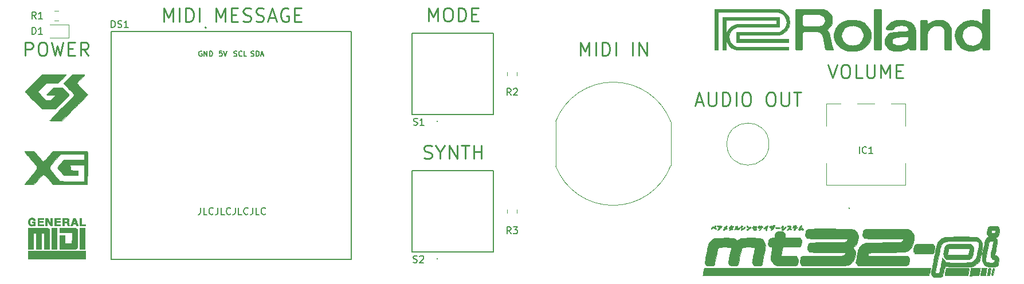
<source format=gbr>
%TF.GenerationSoftware,KiCad,Pcbnew,(5.1.6)-1*%
%TF.CreationDate,2025-05-28T07:42:34-04:00*%
%TF.ProjectId,mt32-pi-bay,6d743332-2d70-4692-9d62-61792e6b6963,rev?*%
%TF.SameCoordinates,Original*%
%TF.FileFunction,Legend,Top*%
%TF.FilePolarity,Positive*%
%FSLAX46Y46*%
G04 Gerber Fmt 4.6, Leading zero omitted, Abs format (unit mm)*
G04 Created by KiCad (PCBNEW (5.1.6)-1) date 2025-05-28 07:42:34*
%MOMM*%
%LPD*%
G01*
G04 APERTURE LIST*
%ADD10C,0.150000*%
%ADD11C,0.250000*%
%ADD12C,0.010000*%
%ADD13C,0.120000*%
%ADD14C,0.200000*%
%ADD15C,0.127000*%
%ADD16C,0.100000*%
G04 APERTURE END LIST*
D10*
X109071285Y-79805571D02*
X109178428Y-79841285D01*
X109357000Y-79841285D01*
X109428428Y-79805571D01*
X109464142Y-79769857D01*
X109499857Y-79698428D01*
X109499857Y-79627000D01*
X109464142Y-79555571D01*
X109428428Y-79519857D01*
X109357000Y-79484142D01*
X109214142Y-79448428D01*
X109142714Y-79412714D01*
X109107000Y-79377000D01*
X109071285Y-79305571D01*
X109071285Y-79234142D01*
X109107000Y-79162714D01*
X109142714Y-79127000D01*
X109214142Y-79091285D01*
X109392714Y-79091285D01*
X109499857Y-79127000D01*
X109821285Y-79841285D02*
X109821285Y-79091285D01*
X109999857Y-79091285D01*
X110107000Y-79127000D01*
X110178428Y-79198428D01*
X110214142Y-79269857D01*
X110249857Y-79412714D01*
X110249857Y-79519857D01*
X110214142Y-79662714D01*
X110178428Y-79734142D01*
X110107000Y-79805571D01*
X109999857Y-79841285D01*
X109821285Y-79841285D01*
X110535571Y-79627000D02*
X110892714Y-79627000D01*
X110464142Y-79841285D02*
X110714142Y-79091285D01*
X110964142Y-79841285D01*
X106549142Y-79805571D02*
X106656285Y-79841285D01*
X106834857Y-79841285D01*
X106906285Y-79805571D01*
X106942000Y-79769857D01*
X106977714Y-79698428D01*
X106977714Y-79627000D01*
X106942000Y-79555571D01*
X106906285Y-79519857D01*
X106834857Y-79484142D01*
X106692000Y-79448428D01*
X106620571Y-79412714D01*
X106584857Y-79377000D01*
X106549142Y-79305571D01*
X106549142Y-79234142D01*
X106584857Y-79162714D01*
X106620571Y-79127000D01*
X106692000Y-79091285D01*
X106870571Y-79091285D01*
X106977714Y-79127000D01*
X107727714Y-79769857D02*
X107692000Y-79805571D01*
X107584857Y-79841285D01*
X107513428Y-79841285D01*
X107406285Y-79805571D01*
X107334857Y-79734142D01*
X107299142Y-79662714D01*
X107263428Y-79519857D01*
X107263428Y-79412714D01*
X107299142Y-79269857D01*
X107334857Y-79198428D01*
X107406285Y-79127000D01*
X107513428Y-79091285D01*
X107584857Y-79091285D01*
X107692000Y-79127000D01*
X107727714Y-79162714D01*
X108406285Y-79841285D02*
X108049142Y-79841285D01*
X108049142Y-79091285D01*
X104759142Y-79091285D02*
X104402000Y-79091285D01*
X104366285Y-79448428D01*
X104402000Y-79412714D01*
X104473428Y-79377000D01*
X104652000Y-79377000D01*
X104723428Y-79412714D01*
X104759142Y-79448428D01*
X104794857Y-79519857D01*
X104794857Y-79698428D01*
X104759142Y-79769857D01*
X104723428Y-79805571D01*
X104652000Y-79841285D01*
X104473428Y-79841285D01*
X104402000Y-79805571D01*
X104366285Y-79769857D01*
X105009142Y-79091285D02*
X105259142Y-79841285D01*
X105509142Y-79091285D01*
X101790571Y-79127000D02*
X101719142Y-79091285D01*
X101612000Y-79091285D01*
X101504857Y-79127000D01*
X101433428Y-79198428D01*
X101397714Y-79269857D01*
X101362000Y-79412714D01*
X101362000Y-79519857D01*
X101397714Y-79662714D01*
X101433428Y-79734142D01*
X101504857Y-79805571D01*
X101612000Y-79841285D01*
X101683428Y-79841285D01*
X101790571Y-79805571D01*
X101826285Y-79769857D01*
X101826285Y-79519857D01*
X101683428Y-79519857D01*
X102147714Y-79841285D02*
X102147714Y-79091285D01*
X102576285Y-79841285D01*
X102576285Y-79091285D01*
X102933428Y-79841285D02*
X102933428Y-79091285D01*
X103112000Y-79091285D01*
X103219142Y-79127000D01*
X103290571Y-79198428D01*
X103326285Y-79269857D01*
X103362000Y-79412714D01*
X103362000Y-79519857D01*
X103326285Y-79662714D01*
X103290571Y-79734142D01*
X103219142Y-79805571D01*
X103112000Y-79841285D01*
X102933428Y-79841285D01*
X101616452Y-102258880D02*
X101616452Y-102973166D01*
X101568833Y-103116023D01*
X101473595Y-103211261D01*
X101330738Y-103258880D01*
X101235500Y-103258880D01*
X102568833Y-103258880D02*
X102092642Y-103258880D01*
X102092642Y-102258880D01*
X103473595Y-103163642D02*
X103425976Y-103211261D01*
X103283119Y-103258880D01*
X103187880Y-103258880D01*
X103045023Y-103211261D01*
X102949785Y-103116023D01*
X102902166Y-103020785D01*
X102854547Y-102830309D01*
X102854547Y-102687452D01*
X102902166Y-102496976D01*
X102949785Y-102401738D01*
X103045023Y-102306500D01*
X103187880Y-102258880D01*
X103283119Y-102258880D01*
X103425976Y-102306500D01*
X103473595Y-102354119D01*
X104187880Y-102258880D02*
X104187880Y-102973166D01*
X104140261Y-103116023D01*
X104045023Y-103211261D01*
X103902166Y-103258880D01*
X103806928Y-103258880D01*
X105140261Y-103258880D02*
X104664071Y-103258880D01*
X104664071Y-102258880D01*
X106045023Y-103163642D02*
X105997404Y-103211261D01*
X105854547Y-103258880D01*
X105759309Y-103258880D01*
X105616452Y-103211261D01*
X105521214Y-103116023D01*
X105473595Y-103020785D01*
X105425976Y-102830309D01*
X105425976Y-102687452D01*
X105473595Y-102496976D01*
X105521214Y-102401738D01*
X105616452Y-102306500D01*
X105759309Y-102258880D01*
X105854547Y-102258880D01*
X105997404Y-102306500D01*
X106045023Y-102354119D01*
X106759309Y-102258880D02*
X106759309Y-102973166D01*
X106711690Y-103116023D01*
X106616452Y-103211261D01*
X106473595Y-103258880D01*
X106378357Y-103258880D01*
X107711690Y-103258880D02*
X107235500Y-103258880D01*
X107235500Y-102258880D01*
X108616452Y-103163642D02*
X108568833Y-103211261D01*
X108425976Y-103258880D01*
X108330738Y-103258880D01*
X108187880Y-103211261D01*
X108092642Y-103116023D01*
X108045023Y-103020785D01*
X107997404Y-102830309D01*
X107997404Y-102687452D01*
X108045023Y-102496976D01*
X108092642Y-102401738D01*
X108187880Y-102306500D01*
X108330738Y-102258880D01*
X108425976Y-102258880D01*
X108568833Y-102306500D01*
X108616452Y-102354119D01*
X109330738Y-102258880D02*
X109330738Y-102973166D01*
X109283119Y-103116023D01*
X109187880Y-103211261D01*
X109045023Y-103258880D01*
X108949785Y-103258880D01*
X110283119Y-103258880D02*
X109806928Y-103258880D01*
X109806928Y-102258880D01*
X111187880Y-103163642D02*
X111140261Y-103211261D01*
X110997404Y-103258880D01*
X110902166Y-103258880D01*
X110759309Y-103211261D01*
X110664071Y-103116023D01*
X110616452Y-103020785D01*
X110568833Y-102830309D01*
X110568833Y-102687452D01*
X110616452Y-102496976D01*
X110664071Y-102401738D01*
X110759309Y-102306500D01*
X110902166Y-102258880D01*
X110997404Y-102258880D01*
X111140261Y-102306500D01*
X111187880Y-102354119D01*
D11*
X194342452Y-81073761D02*
X195009119Y-83073761D01*
X195675785Y-81073761D01*
X196723404Y-81073761D02*
X197104357Y-81073761D01*
X197294833Y-81169000D01*
X197485309Y-81359476D01*
X197580547Y-81740428D01*
X197580547Y-82407095D01*
X197485309Y-82788047D01*
X197294833Y-82978523D01*
X197104357Y-83073761D01*
X196723404Y-83073761D01*
X196532928Y-82978523D01*
X196342452Y-82788047D01*
X196247214Y-82407095D01*
X196247214Y-81740428D01*
X196342452Y-81359476D01*
X196532928Y-81169000D01*
X196723404Y-81073761D01*
X199390071Y-83073761D02*
X198437690Y-83073761D01*
X198437690Y-81073761D01*
X200056738Y-81073761D02*
X200056738Y-82692809D01*
X200151976Y-82883285D01*
X200247214Y-82978523D01*
X200437690Y-83073761D01*
X200818642Y-83073761D01*
X201009119Y-82978523D01*
X201104357Y-82883285D01*
X201199595Y-82692809D01*
X201199595Y-81073761D01*
X202151976Y-83073761D02*
X202151976Y-81073761D01*
X202818642Y-82502333D01*
X203485309Y-81073761D01*
X203485309Y-83073761D01*
X204437690Y-82026142D02*
X205104357Y-82026142D01*
X205390071Y-83073761D02*
X204437690Y-83073761D01*
X204437690Y-81073761D01*
X205390071Y-81073761D01*
X174832333Y-86629833D02*
X175784714Y-86629833D01*
X174641857Y-87201261D02*
X175308523Y-85201261D01*
X175975190Y-87201261D01*
X176641857Y-85201261D02*
X176641857Y-86820309D01*
X176737095Y-87010785D01*
X176832333Y-87106023D01*
X177022809Y-87201261D01*
X177403761Y-87201261D01*
X177594238Y-87106023D01*
X177689476Y-87010785D01*
X177784714Y-86820309D01*
X177784714Y-85201261D01*
X178737095Y-87201261D02*
X178737095Y-85201261D01*
X179213285Y-85201261D01*
X179499000Y-85296500D01*
X179689476Y-85486976D01*
X179784714Y-85677452D01*
X179879952Y-86058404D01*
X179879952Y-86344119D01*
X179784714Y-86725071D01*
X179689476Y-86915547D01*
X179499000Y-87106023D01*
X179213285Y-87201261D01*
X178737095Y-87201261D01*
X180737095Y-87201261D02*
X180737095Y-85201261D01*
X182070428Y-85201261D02*
X182451380Y-85201261D01*
X182641857Y-85296500D01*
X182832333Y-85486976D01*
X182927571Y-85867928D01*
X182927571Y-86534595D01*
X182832333Y-86915547D01*
X182641857Y-87106023D01*
X182451380Y-87201261D01*
X182070428Y-87201261D01*
X181879952Y-87106023D01*
X181689476Y-86915547D01*
X181594238Y-86534595D01*
X181594238Y-85867928D01*
X181689476Y-85486976D01*
X181879952Y-85296500D01*
X182070428Y-85201261D01*
X185689476Y-85201261D02*
X186070428Y-85201261D01*
X186260904Y-85296500D01*
X186451380Y-85486976D01*
X186546619Y-85867928D01*
X186546619Y-86534595D01*
X186451380Y-86915547D01*
X186260904Y-87106023D01*
X186070428Y-87201261D01*
X185689476Y-87201261D01*
X185499000Y-87106023D01*
X185308523Y-86915547D01*
X185213285Y-86534595D01*
X185213285Y-85867928D01*
X185308523Y-85486976D01*
X185499000Y-85296500D01*
X185689476Y-85201261D01*
X187403761Y-85201261D02*
X187403761Y-86820309D01*
X187499000Y-87010785D01*
X187594238Y-87106023D01*
X187784714Y-87201261D01*
X188165666Y-87201261D01*
X188356142Y-87106023D01*
X188451380Y-87010785D01*
X188546619Y-86820309D01*
X188546619Y-85201261D01*
X189213285Y-85201261D02*
X190356142Y-85201261D01*
X189784714Y-87201261D02*
X189784714Y-85201261D01*
X157718738Y-79771761D02*
X157718738Y-77771761D01*
X158385404Y-79200333D01*
X159052071Y-77771761D01*
X159052071Y-79771761D01*
X160004452Y-79771761D02*
X160004452Y-77771761D01*
X160956833Y-79771761D02*
X160956833Y-77771761D01*
X161433023Y-77771761D01*
X161718738Y-77867000D01*
X161909214Y-78057476D01*
X162004452Y-78247952D01*
X162099690Y-78628904D01*
X162099690Y-78914619D01*
X162004452Y-79295571D01*
X161909214Y-79486047D01*
X161718738Y-79676523D01*
X161433023Y-79771761D01*
X160956833Y-79771761D01*
X162956833Y-79771761D02*
X162956833Y-77771761D01*
X165433023Y-79771761D02*
X165433023Y-77771761D01*
X166385404Y-79771761D02*
X166385404Y-77771761D01*
X167528261Y-79771761D01*
X167528261Y-77771761D01*
X75708452Y-79771761D02*
X75708452Y-77771761D01*
X76470357Y-77771761D01*
X76660833Y-77867000D01*
X76756071Y-77962238D01*
X76851309Y-78152714D01*
X76851309Y-78438428D01*
X76756071Y-78628904D01*
X76660833Y-78724142D01*
X76470357Y-78819380D01*
X75708452Y-78819380D01*
X78089404Y-77771761D02*
X78470357Y-77771761D01*
X78660833Y-77867000D01*
X78851309Y-78057476D01*
X78946547Y-78438428D01*
X78946547Y-79105095D01*
X78851309Y-79486047D01*
X78660833Y-79676523D01*
X78470357Y-79771761D01*
X78089404Y-79771761D01*
X77898928Y-79676523D01*
X77708452Y-79486047D01*
X77613214Y-79105095D01*
X77613214Y-78438428D01*
X77708452Y-78057476D01*
X77898928Y-77867000D01*
X78089404Y-77771761D01*
X79613214Y-77771761D02*
X80089404Y-79771761D01*
X80470357Y-78343190D01*
X80851309Y-79771761D01*
X81327500Y-77771761D01*
X82089404Y-78724142D02*
X82756071Y-78724142D01*
X83041785Y-79771761D02*
X82089404Y-79771761D01*
X82089404Y-77771761D01*
X83041785Y-77771761D01*
X85041785Y-79771761D02*
X84375119Y-78819380D01*
X83898928Y-79771761D02*
X83898928Y-77771761D01*
X84660833Y-77771761D01*
X84851309Y-77867000D01*
X84946547Y-77962238D01*
X85041785Y-78152714D01*
X85041785Y-78438428D01*
X84946547Y-78628904D01*
X84851309Y-78724142D01*
X84660833Y-78819380D01*
X83898928Y-78819380D01*
X134652285Y-94916523D02*
X134938000Y-95011761D01*
X135414190Y-95011761D01*
X135604666Y-94916523D01*
X135699904Y-94821285D01*
X135795142Y-94630809D01*
X135795142Y-94440333D01*
X135699904Y-94249857D01*
X135604666Y-94154619D01*
X135414190Y-94059380D01*
X135033238Y-93964142D01*
X134842761Y-93868904D01*
X134747523Y-93773666D01*
X134652285Y-93583190D01*
X134652285Y-93392714D01*
X134747523Y-93202238D01*
X134842761Y-93107000D01*
X135033238Y-93011761D01*
X135509428Y-93011761D01*
X135795142Y-93107000D01*
X137033238Y-94059380D02*
X137033238Y-95011761D01*
X136366571Y-93011761D02*
X137033238Y-94059380D01*
X137699904Y-93011761D01*
X138366571Y-95011761D02*
X138366571Y-93011761D01*
X139509428Y-95011761D01*
X139509428Y-93011761D01*
X140176095Y-93011761D02*
X141318952Y-93011761D01*
X140747523Y-95011761D02*
X140747523Y-93011761D01*
X141985619Y-95011761D02*
X141985619Y-93011761D01*
X141985619Y-93964142D02*
X143128476Y-93964142D01*
X143128476Y-95011761D02*
X143128476Y-93011761D01*
X135318952Y-74691761D02*
X135318952Y-72691761D01*
X135985619Y-74120333D01*
X136652285Y-72691761D01*
X136652285Y-74691761D01*
X137985619Y-72691761D02*
X138366571Y-72691761D01*
X138557047Y-72787000D01*
X138747523Y-72977476D01*
X138842761Y-73358428D01*
X138842761Y-74025095D01*
X138747523Y-74406047D01*
X138557047Y-74596523D01*
X138366571Y-74691761D01*
X137985619Y-74691761D01*
X137795142Y-74596523D01*
X137604666Y-74406047D01*
X137509428Y-74025095D01*
X137509428Y-73358428D01*
X137604666Y-72977476D01*
X137795142Y-72787000D01*
X137985619Y-72691761D01*
X139699904Y-74691761D02*
X139699904Y-72691761D01*
X140176095Y-72691761D01*
X140461809Y-72787000D01*
X140652285Y-72977476D01*
X140747523Y-73167952D01*
X140842761Y-73548904D01*
X140842761Y-73834619D01*
X140747523Y-74215571D01*
X140652285Y-74406047D01*
X140461809Y-74596523D01*
X140176095Y-74691761D01*
X139699904Y-74691761D01*
X141699904Y-73644142D02*
X142366571Y-73644142D01*
X142652285Y-74691761D02*
X141699904Y-74691761D01*
X141699904Y-72691761D01*
X142652285Y-72691761D01*
X96203761Y-74755261D02*
X96203761Y-72755261D01*
X96870428Y-74183833D01*
X97537095Y-72755261D01*
X97537095Y-74755261D01*
X98489476Y-74755261D02*
X98489476Y-72755261D01*
X99441857Y-74755261D02*
X99441857Y-72755261D01*
X99918047Y-72755261D01*
X100203761Y-72850500D01*
X100394238Y-73040976D01*
X100489476Y-73231452D01*
X100584714Y-73612404D01*
X100584714Y-73898119D01*
X100489476Y-74279071D01*
X100394238Y-74469547D01*
X100203761Y-74660023D01*
X99918047Y-74755261D01*
X99441857Y-74755261D01*
X101441857Y-74755261D02*
X101441857Y-72755261D01*
X103918047Y-74755261D02*
X103918047Y-72755261D01*
X104584714Y-74183833D01*
X105251380Y-72755261D01*
X105251380Y-74755261D01*
X106203761Y-73707642D02*
X106870428Y-73707642D01*
X107156142Y-74755261D02*
X106203761Y-74755261D01*
X106203761Y-72755261D01*
X107156142Y-72755261D01*
X107918047Y-74660023D02*
X108203761Y-74755261D01*
X108679952Y-74755261D01*
X108870428Y-74660023D01*
X108965666Y-74564785D01*
X109060904Y-74374309D01*
X109060904Y-74183833D01*
X108965666Y-73993357D01*
X108870428Y-73898119D01*
X108679952Y-73802880D01*
X108299000Y-73707642D01*
X108108523Y-73612404D01*
X108013285Y-73517166D01*
X107918047Y-73326690D01*
X107918047Y-73136214D01*
X108013285Y-72945738D01*
X108108523Y-72850500D01*
X108299000Y-72755261D01*
X108775190Y-72755261D01*
X109060904Y-72850500D01*
X109822809Y-74660023D02*
X110108523Y-74755261D01*
X110584714Y-74755261D01*
X110775190Y-74660023D01*
X110870428Y-74564785D01*
X110965666Y-74374309D01*
X110965666Y-74183833D01*
X110870428Y-73993357D01*
X110775190Y-73898119D01*
X110584714Y-73802880D01*
X110203761Y-73707642D01*
X110013285Y-73612404D01*
X109918047Y-73517166D01*
X109822809Y-73326690D01*
X109822809Y-73136214D01*
X109918047Y-72945738D01*
X110013285Y-72850500D01*
X110203761Y-72755261D01*
X110679952Y-72755261D01*
X110965666Y-72850500D01*
X111727571Y-74183833D02*
X112679952Y-74183833D01*
X111537095Y-74755261D02*
X112203761Y-72755261D01*
X112870428Y-74755261D01*
X114584714Y-72850500D02*
X114394238Y-72755261D01*
X114108523Y-72755261D01*
X113822809Y-72850500D01*
X113632333Y-73040976D01*
X113537095Y-73231452D01*
X113441857Y-73612404D01*
X113441857Y-73898119D01*
X113537095Y-74279071D01*
X113632333Y-74469547D01*
X113822809Y-74660023D01*
X114108523Y-74755261D01*
X114299000Y-74755261D01*
X114584714Y-74660023D01*
X114679952Y-74564785D01*
X114679952Y-73898119D01*
X114299000Y-73898119D01*
X115537095Y-73707642D02*
X116203761Y-73707642D01*
X116489476Y-74755261D02*
X115537095Y-74755261D01*
X115537095Y-72755261D01*
X116489476Y-72755261D01*
D12*
%TO.C,G\u002A\u002A\u002A*%
G36*
X80458282Y-82538548D02*
G01*
X80887992Y-82542382D01*
X81224493Y-82548931D01*
X81471966Y-82558328D01*
X81634593Y-82570702D01*
X81716553Y-82586185D01*
X81727907Y-82593614D01*
X81705703Y-82647903D01*
X81619238Y-82761157D01*
X81477946Y-82922402D01*
X81291263Y-83120662D01*
X81160200Y-83254014D01*
X80557688Y-83858099D01*
X78827375Y-83858099D01*
X78193915Y-84493084D01*
X77560456Y-85128068D01*
X78168484Y-85737684D01*
X78776511Y-86347300D01*
X79491842Y-86347300D01*
X79870300Y-85966300D01*
X80248757Y-85585300D01*
X79559995Y-85585300D01*
X79304894Y-85582809D01*
X79087088Y-85575985D01*
X78926338Y-85565796D01*
X78842405Y-85553212D01*
X78835686Y-85549753D01*
X78856894Y-85503328D01*
X78939171Y-85399521D01*
X79070788Y-85251820D01*
X79240015Y-85073715D01*
X79321612Y-84990953D01*
X79843084Y-84467700D01*
X80505345Y-84467700D01*
X81167606Y-84467699D01*
X81661953Y-84963908D01*
X81852002Y-85161608D01*
X82005593Y-85335000D01*
X82110758Y-85469707D01*
X82155531Y-85551350D01*
X82156300Y-85557913D01*
X82120521Y-85623119D01*
X82017212Y-85751738D01*
X81852413Y-85937113D01*
X81632163Y-86172588D01*
X81362504Y-86451505D01*
X81154672Y-86661904D01*
X80153045Y-87668100D01*
X78167722Y-87668100D01*
X76936211Y-86435818D01*
X76571647Y-86068007D01*
X76267020Y-85754288D01*
X76025171Y-85497739D01*
X75848941Y-85301435D01*
X75741170Y-85168454D01*
X75704700Y-85101930D01*
X75741328Y-85035212D01*
X75849344Y-84902113D01*
X76025945Y-84705668D01*
X76268326Y-84448908D01*
X76573684Y-84134867D01*
X76936981Y-83768811D01*
X78169262Y-82537300D01*
X79931183Y-82537300D01*
X80458282Y-82538548D01*
G37*
X80458282Y-82538548D02*
X80887992Y-82542382D01*
X81224493Y-82548931D01*
X81471966Y-82558328D01*
X81634593Y-82570702D01*
X81716553Y-82586185D01*
X81727907Y-82593614D01*
X81705703Y-82647903D01*
X81619238Y-82761157D01*
X81477946Y-82922402D01*
X81291263Y-83120662D01*
X81160200Y-83254014D01*
X80557688Y-83858099D01*
X78827375Y-83858099D01*
X78193915Y-84493084D01*
X77560456Y-85128068D01*
X78168484Y-85737684D01*
X78776511Y-86347300D01*
X79491842Y-86347300D01*
X79870300Y-85966300D01*
X80248757Y-85585300D01*
X79559995Y-85585300D01*
X79304894Y-85582809D01*
X79087088Y-85575985D01*
X78926338Y-85565796D01*
X78842405Y-85553212D01*
X78835686Y-85549753D01*
X78856894Y-85503328D01*
X78939171Y-85399521D01*
X79070788Y-85251820D01*
X79240015Y-85073715D01*
X79321612Y-84990953D01*
X79843084Y-84467700D01*
X80505345Y-84467700D01*
X81167606Y-84467699D01*
X81661953Y-84963908D01*
X81852002Y-85161608D01*
X82005593Y-85335000D01*
X82110758Y-85469707D01*
X82155531Y-85551350D01*
X82156300Y-85557913D01*
X82120521Y-85623119D01*
X82017212Y-85751738D01*
X81852413Y-85937113D01*
X81632163Y-86172588D01*
X81362504Y-86451505D01*
X81154672Y-86661904D01*
X80153045Y-87668100D01*
X78167722Y-87668100D01*
X76936211Y-86435818D01*
X76571647Y-86068007D01*
X76267020Y-85754288D01*
X76025171Y-85497739D01*
X75848941Y-85301435D01*
X75741170Y-85168454D01*
X75704700Y-85101930D01*
X75741328Y-85035212D01*
X75849344Y-84902113D01*
X76025945Y-84705668D01*
X76268326Y-84448908D01*
X76573684Y-84134867D01*
X76936981Y-83768811D01*
X78169262Y-82537300D01*
X79931183Y-82537300D01*
X80458282Y-82538548D01*
G36*
X83877990Y-82538971D02*
G01*
X84127272Y-82544499D01*
X84296684Y-82554657D01*
X84397067Y-82570215D01*
X84439264Y-82591945D01*
X84442300Y-82601666D01*
X84407936Y-82658093D01*
X84313150Y-82771454D01*
X84170401Y-82927895D01*
X83992147Y-83113559D01*
X83883500Y-83223100D01*
X83691292Y-83417757D01*
X83527637Y-83589308D01*
X83404938Y-83724285D01*
X83335599Y-83809218D01*
X83324700Y-83829842D01*
X83359024Y-83878889D01*
X83455116Y-83988478D01*
X83602648Y-84147559D01*
X83791296Y-84345082D01*
X84010735Y-84569997D01*
X84112100Y-84672493D01*
X84341942Y-84907069D01*
X84545344Y-85120605D01*
X84711932Y-85301721D01*
X84831336Y-85439033D01*
X84893182Y-85521161D01*
X84899500Y-85536511D01*
X84864562Y-85585079D01*
X84764193Y-85698314D01*
X84605053Y-85869294D01*
X84393806Y-86091097D01*
X84137114Y-86356801D01*
X83841640Y-86659486D01*
X83514046Y-86992229D01*
X83160995Y-87348110D01*
X83008110Y-87501427D01*
X81116721Y-89395300D01*
X80217108Y-89395300D01*
X79925280Y-89393080D01*
X79670050Y-89386919D01*
X79468196Y-89377566D01*
X79336494Y-89365769D01*
X79291996Y-89354041D01*
X79321916Y-89311246D01*
X79417359Y-89203766D01*
X79571707Y-89038457D01*
X79778342Y-88822177D01*
X80030648Y-88561784D01*
X80322007Y-88264135D01*
X80645801Y-87936086D01*
X80995414Y-87584497D01*
X81117798Y-87462002D01*
X81475445Y-87103531D01*
X81810347Y-86766065D01*
X82115775Y-86456513D01*
X82384999Y-86181780D01*
X82611289Y-85948772D01*
X82787914Y-85764396D01*
X82908146Y-85635558D01*
X82965254Y-85569165D01*
X82969100Y-85562152D01*
X82934777Y-85513285D01*
X82838694Y-85403860D01*
X82691173Y-85244918D01*
X82502538Y-85047501D01*
X82283114Y-84822647D01*
X82181700Y-84720106D01*
X81951902Y-84485706D01*
X81748533Y-84272568D01*
X81581957Y-84092026D01*
X81462540Y-83955415D01*
X81400648Y-83874073D01*
X81394300Y-83859045D01*
X81428505Y-83802189D01*
X81523326Y-83687070D01*
X81667072Y-83526797D01*
X81848051Y-83334480D01*
X82013997Y-83164130D01*
X82633694Y-82537299D01*
X83537997Y-82537299D01*
X83877990Y-82538971D01*
G37*
X83877990Y-82538971D02*
X84127272Y-82544499D01*
X84296684Y-82554657D01*
X84397067Y-82570215D01*
X84439264Y-82591945D01*
X84442300Y-82601666D01*
X84407936Y-82658093D01*
X84313150Y-82771454D01*
X84170401Y-82927895D01*
X83992147Y-83113559D01*
X83883500Y-83223100D01*
X83691292Y-83417757D01*
X83527637Y-83589308D01*
X83404938Y-83724285D01*
X83335599Y-83809218D01*
X83324700Y-83829842D01*
X83359024Y-83878889D01*
X83455116Y-83988478D01*
X83602648Y-84147559D01*
X83791296Y-84345082D01*
X84010735Y-84569997D01*
X84112100Y-84672493D01*
X84341942Y-84907069D01*
X84545344Y-85120605D01*
X84711932Y-85301721D01*
X84831336Y-85439033D01*
X84893182Y-85521161D01*
X84899500Y-85536511D01*
X84864562Y-85585079D01*
X84764193Y-85698314D01*
X84605053Y-85869294D01*
X84393806Y-86091097D01*
X84137114Y-86356801D01*
X83841640Y-86659486D01*
X83514046Y-86992229D01*
X83160995Y-87348110D01*
X83008110Y-87501427D01*
X81116721Y-89395300D01*
X80217108Y-89395300D01*
X79925280Y-89393080D01*
X79670050Y-89386919D01*
X79468196Y-89377566D01*
X79336494Y-89365769D01*
X79291996Y-89354041D01*
X79321916Y-89311246D01*
X79417359Y-89203766D01*
X79571707Y-89038457D01*
X79778342Y-88822177D01*
X80030648Y-88561784D01*
X80322007Y-88264135D01*
X80645801Y-87936086D01*
X80995414Y-87584497D01*
X81117798Y-87462002D01*
X81475445Y-87103531D01*
X81810347Y-86766065D01*
X82115775Y-86456513D01*
X82384999Y-86181780D01*
X82611289Y-85948772D01*
X82787914Y-85764396D01*
X82908146Y-85635558D01*
X82965254Y-85569165D01*
X82969100Y-85562152D01*
X82934777Y-85513285D01*
X82838694Y-85403860D01*
X82691173Y-85244918D01*
X82502538Y-85047501D01*
X82283114Y-84822647D01*
X82181700Y-84720106D01*
X81951902Y-84485706D01*
X81748533Y-84272568D01*
X81581957Y-84092026D01*
X81462540Y-83955415D01*
X81400648Y-83874073D01*
X81394300Y-83859045D01*
X81428505Y-83802189D01*
X81523326Y-83687070D01*
X81667072Y-83526797D01*
X81848051Y-83334480D01*
X82013997Y-83164130D01*
X82633694Y-82537299D01*
X83537997Y-82537299D01*
X83877990Y-82538971D01*
G36*
X84889933Y-93990027D02*
G01*
X84895726Y-94067480D01*
X84900470Y-94240336D01*
X84904098Y-94497054D01*
X84906544Y-94826096D01*
X84907741Y-95215919D01*
X84907620Y-95654986D01*
X84906115Y-96131754D01*
X84904320Y-96463184D01*
X84889474Y-98816027D01*
X82345406Y-98829908D01*
X79801339Y-98843789D01*
X79136985Y-98068259D01*
X78925055Y-97825919D01*
X78731884Y-97614492D01*
X78569738Y-97446657D01*
X78450886Y-97335090D01*
X78387596Y-97292471D01*
X78386210Y-97292377D01*
X78325543Y-97330971D01*
X78208054Y-97438634D01*
X78046066Y-97602847D01*
X77851903Y-97811089D01*
X77637885Y-98050839D01*
X77623424Y-98067395D01*
X76947059Y-98842763D01*
X76309317Y-98842763D01*
X76043525Y-98838449D01*
X75830285Y-98826517D01*
X75688609Y-98808484D01*
X75638526Y-98789290D01*
X75625981Y-98764690D01*
X75624875Y-98735580D01*
X75642626Y-98692343D01*
X75686655Y-98625360D01*
X75764380Y-98525013D01*
X75883220Y-98381685D01*
X76050594Y-98185757D01*
X76273923Y-97927611D01*
X76535175Y-97626906D01*
X76825579Y-97290300D01*
X77050446Y-97021102D01*
X77216170Y-96807576D01*
X77329147Y-96637988D01*
X77395772Y-96500603D01*
X77422442Y-96383688D01*
X77421275Y-96365359D01*
X79354947Y-96365359D01*
X79365701Y-96499322D01*
X79408321Y-96619336D01*
X79498347Y-96757592D01*
X79613775Y-96901566D01*
X79949426Y-97301610D01*
X80224319Y-97623933D01*
X80444007Y-97874724D01*
X80614040Y-98060174D01*
X80739972Y-98186472D01*
X80827353Y-98259807D01*
X80839068Y-98267640D01*
X80888681Y-98293613D01*
X80954688Y-98314324D01*
X81048810Y-98330360D01*
X81182767Y-98342307D01*
X81368278Y-98350751D01*
X81617064Y-98356278D01*
X81940845Y-98359474D01*
X82351341Y-98360925D01*
X82710421Y-98361219D01*
X84434947Y-98361500D01*
X84434947Y-95955184D01*
X82344788Y-95955184D01*
X82360499Y-96342869D01*
X82376210Y-96730553D01*
X82924316Y-96745792D01*
X83472421Y-96761031D01*
X83472421Y-97452448D01*
X81356274Y-97452448D01*
X80917084Y-96947968D01*
X80748937Y-96747312D01*
X80610660Y-96567995D01*
X80516013Y-96428894D01*
X80478756Y-96348891D01*
X80478646Y-96346389D01*
X80512781Y-96271265D01*
X80605518Y-96135609D01*
X80743248Y-95957780D01*
X80912367Y-95756137D01*
X80937010Y-95727921D01*
X81394624Y-95206553D01*
X84434947Y-95206553D01*
X84434947Y-94350974D01*
X80907371Y-94350974D01*
X80752993Y-94498027D01*
X80655281Y-94598767D01*
X80507827Y-94760068D01*
X80326703Y-94963385D01*
X80127985Y-95190173D01*
X79927747Y-95421890D01*
X79742063Y-95639992D01*
X79587007Y-95825934D01*
X79478653Y-95961173D01*
X79444813Y-96007188D01*
X79386651Y-96146811D01*
X79356237Y-96325322D01*
X79354947Y-96365359D01*
X77421275Y-96365359D01*
X77415551Y-96275508D01*
X77381495Y-96164329D01*
X77360258Y-96113061D01*
X77302836Y-96020723D01*
X77185456Y-95862377D01*
X77019235Y-95651927D01*
X76815292Y-95403278D01*
X76584743Y-95130336D01*
X76445965Y-94969538D01*
X76211349Y-94696986D01*
X76002251Y-94448608D01*
X75828444Y-94236465D01*
X75699701Y-94072617D01*
X75625796Y-93969124D01*
X75611789Y-93940170D01*
X75635739Y-93909828D01*
X75716801Y-93889223D01*
X75868793Y-93876956D01*
X76105536Y-93871630D01*
X76293579Y-93871183D01*
X76975368Y-93872655D01*
X77642099Y-94648223D01*
X77884220Y-94924128D01*
X78088552Y-95145362D01*
X78247339Y-95304053D01*
X78352824Y-95392329D01*
X78390730Y-95408022D01*
X78450339Y-95364342D01*
X78566997Y-95252289D01*
X78728265Y-95084788D01*
X78921707Y-94874765D01*
X79134882Y-94635145D01*
X79138525Y-94630982D01*
X79804418Y-93869711D01*
X84860699Y-93869711D01*
X84889933Y-93990027D01*
G37*
X84889933Y-93990027D02*
X84895726Y-94067480D01*
X84900470Y-94240336D01*
X84904098Y-94497054D01*
X84906544Y-94826096D01*
X84907741Y-95215919D01*
X84907620Y-95654986D01*
X84906115Y-96131754D01*
X84904320Y-96463184D01*
X84889474Y-98816027D01*
X82345406Y-98829908D01*
X79801339Y-98843789D01*
X79136985Y-98068259D01*
X78925055Y-97825919D01*
X78731884Y-97614492D01*
X78569738Y-97446657D01*
X78450886Y-97335090D01*
X78387596Y-97292471D01*
X78386210Y-97292377D01*
X78325543Y-97330971D01*
X78208054Y-97438634D01*
X78046066Y-97602847D01*
X77851903Y-97811089D01*
X77637885Y-98050839D01*
X77623424Y-98067395D01*
X76947059Y-98842763D01*
X76309317Y-98842763D01*
X76043525Y-98838449D01*
X75830285Y-98826517D01*
X75688609Y-98808484D01*
X75638526Y-98789290D01*
X75625981Y-98764690D01*
X75624875Y-98735580D01*
X75642626Y-98692343D01*
X75686655Y-98625360D01*
X75764380Y-98525013D01*
X75883220Y-98381685D01*
X76050594Y-98185757D01*
X76273923Y-97927611D01*
X76535175Y-97626906D01*
X76825579Y-97290300D01*
X77050446Y-97021102D01*
X77216170Y-96807576D01*
X77329147Y-96637988D01*
X77395772Y-96500603D01*
X77422442Y-96383688D01*
X77421275Y-96365359D01*
X79354947Y-96365359D01*
X79365701Y-96499322D01*
X79408321Y-96619336D01*
X79498347Y-96757592D01*
X79613775Y-96901566D01*
X79949426Y-97301610D01*
X80224319Y-97623933D01*
X80444007Y-97874724D01*
X80614040Y-98060174D01*
X80739972Y-98186472D01*
X80827353Y-98259807D01*
X80839068Y-98267640D01*
X80888681Y-98293613D01*
X80954688Y-98314324D01*
X81048810Y-98330360D01*
X81182767Y-98342307D01*
X81368278Y-98350751D01*
X81617064Y-98356278D01*
X81940845Y-98359474D01*
X82351341Y-98360925D01*
X82710421Y-98361219D01*
X84434947Y-98361500D01*
X84434947Y-95955184D01*
X82344788Y-95955184D01*
X82360499Y-96342869D01*
X82376210Y-96730553D01*
X82924316Y-96745792D01*
X83472421Y-96761031D01*
X83472421Y-97452448D01*
X81356274Y-97452448D01*
X80917084Y-96947968D01*
X80748937Y-96747312D01*
X80610660Y-96567995D01*
X80516013Y-96428894D01*
X80478756Y-96348891D01*
X80478646Y-96346389D01*
X80512781Y-96271265D01*
X80605518Y-96135609D01*
X80743248Y-95957780D01*
X80912367Y-95756137D01*
X80937010Y-95727921D01*
X81394624Y-95206553D01*
X84434947Y-95206553D01*
X84434947Y-94350974D01*
X80907371Y-94350974D01*
X80752993Y-94498027D01*
X80655281Y-94598767D01*
X80507827Y-94760068D01*
X80326703Y-94963385D01*
X80127985Y-95190173D01*
X79927747Y-95421890D01*
X79742063Y-95639992D01*
X79587007Y-95825934D01*
X79478653Y-95961173D01*
X79444813Y-96007188D01*
X79386651Y-96146811D01*
X79356237Y-96325322D01*
X79354947Y-96365359D01*
X77421275Y-96365359D01*
X77415551Y-96275508D01*
X77381495Y-96164329D01*
X77360258Y-96113061D01*
X77302836Y-96020723D01*
X77185456Y-95862377D01*
X77019235Y-95651927D01*
X76815292Y-95403278D01*
X76584743Y-95130336D01*
X76445965Y-94969538D01*
X76211349Y-94696986D01*
X76002251Y-94448608D01*
X75828444Y-94236465D01*
X75699701Y-94072617D01*
X75625796Y-93969124D01*
X75611789Y-93940170D01*
X75635739Y-93909828D01*
X75716801Y-93889223D01*
X75868793Y-93876956D01*
X76105536Y-93871630D01*
X76293579Y-93871183D01*
X76975368Y-93872655D01*
X77642099Y-94648223D01*
X77884220Y-94924128D01*
X78088552Y-95145362D01*
X78247339Y-95304053D01*
X78352824Y-95392329D01*
X78390730Y-95408022D01*
X78450339Y-95364342D01*
X78566997Y-95252289D01*
X78728265Y-95084788D01*
X78921707Y-94874765D01*
X79134882Y-94635145D01*
X79138525Y-94630982D01*
X79804418Y-93869711D01*
X84860699Y-93869711D01*
X84889933Y-93990027D01*
G36*
X210934465Y-74481334D02*
G01*
X211016401Y-74483183D01*
X211080887Y-74487322D01*
X211135063Y-74494353D01*
X211186068Y-74504877D01*
X211222977Y-74514444D01*
X211444267Y-74590959D01*
X211653116Y-74694498D01*
X211846931Y-74822643D01*
X212023122Y-74972979D01*
X212179096Y-75143089D01*
X212312262Y-75330555D01*
X212420028Y-75532962D01*
X212480693Y-75687343D01*
X212494932Y-75729992D01*
X212507473Y-75769631D01*
X212518425Y-75808478D01*
X212527896Y-75848751D01*
X212535995Y-75892667D01*
X212542830Y-75942444D01*
X212548510Y-76000301D01*
X212553143Y-76068455D01*
X212556839Y-76149124D01*
X212559705Y-76244527D01*
X212561850Y-76356880D01*
X212563384Y-76488402D01*
X212564414Y-76641310D01*
X212565048Y-76817823D01*
X212565397Y-77020159D01*
X212565567Y-77250535D01*
X212565636Y-77422375D01*
X212565702Y-77662920D01*
X212565687Y-77873757D01*
X212565548Y-78056929D01*
X212565242Y-78214478D01*
X212564727Y-78348446D01*
X212563959Y-78460876D01*
X212562896Y-78553808D01*
X212561495Y-78629287D01*
X212559712Y-78689354D01*
X212557506Y-78736052D01*
X212554833Y-78771422D01*
X212551651Y-78797507D01*
X212547916Y-78816349D01*
X212543586Y-78829990D01*
X212538618Y-78840474D01*
X212535784Y-78845330D01*
X212513259Y-78876518D01*
X212485642Y-78900771D01*
X212449013Y-78918841D01*
X212399453Y-78931483D01*
X212333043Y-78939448D01*
X212245865Y-78943490D01*
X212133998Y-78944362D01*
X212025818Y-78943307D01*
X211901855Y-78941093D01*
X211805310Y-78937827D01*
X211731852Y-78932605D01*
X211677148Y-78924522D01*
X211636867Y-78912675D01*
X211606678Y-78896159D01*
X211582248Y-78874071D01*
X211559615Y-78846005D01*
X211553829Y-78837733D01*
X211548744Y-78828192D01*
X211544301Y-78815354D01*
X211540441Y-78797193D01*
X211537104Y-78771679D01*
X211534232Y-78736788D01*
X211531767Y-78690490D01*
X211529648Y-78630758D01*
X211527817Y-78555566D01*
X211526215Y-78462885D01*
X211524782Y-78350688D01*
X211523461Y-78216948D01*
X211522192Y-78059638D01*
X211520916Y-77876730D01*
X211519574Y-77666196D01*
X211518107Y-77426009D01*
X211518054Y-77417255D01*
X211516573Y-77168824D01*
X211515226Y-76949999D01*
X211513868Y-76758640D01*
X211512349Y-76592604D01*
X211510522Y-76449751D01*
X211508239Y-76327937D01*
X211505352Y-76225021D01*
X211501713Y-76138862D01*
X211497175Y-76067319D01*
X211491590Y-76008248D01*
X211484809Y-75959508D01*
X211476684Y-75918959D01*
X211467069Y-75884457D01*
X211455815Y-75853861D01*
X211442774Y-75825030D01*
X211427798Y-75795822D01*
X211410740Y-75764095D01*
X211402911Y-75749487D01*
X211318516Y-75623871D01*
X211210903Y-75518788D01*
X211081560Y-75434829D01*
X210931976Y-75372588D01*
X210763641Y-75332659D01*
X210578045Y-75315634D01*
X210376675Y-75322107D01*
X210339000Y-75325799D01*
X210157216Y-75351657D01*
X209997701Y-75388969D01*
X209852173Y-75440543D01*
X209712352Y-75509191D01*
X209603616Y-75575289D01*
X209447815Y-75695955D01*
X209310952Y-75841368D01*
X209194028Y-76010074D01*
X209098046Y-76200620D01*
X209024007Y-76411553D01*
X209022033Y-76418545D01*
X209015392Y-76443086D01*
X209009638Y-76467569D01*
X209004688Y-76494425D01*
X209000458Y-76526087D01*
X208996863Y-76564985D01*
X208993820Y-76613552D01*
X208991244Y-76674219D01*
X208989051Y-76749417D01*
X208987157Y-76841579D01*
X208985479Y-76953136D01*
X208983932Y-77086520D01*
X208982431Y-77244162D01*
X208980894Y-77428495D01*
X208979236Y-77641948D01*
X208979094Y-77660500D01*
X208977423Y-77881628D01*
X208975898Y-78073250D01*
X208974337Y-78237606D01*
X208972558Y-78376939D01*
X208970380Y-78493489D01*
X208967619Y-78589498D01*
X208964096Y-78667207D01*
X208959628Y-78728858D01*
X208954033Y-78776693D01*
X208947130Y-78812952D01*
X208938736Y-78839878D01*
X208928671Y-78859711D01*
X208916751Y-78874694D01*
X208902797Y-78887067D01*
X208886625Y-78899072D01*
X208878161Y-78905259D01*
X208861825Y-78916018D01*
X208842719Y-78924256D01*
X208816488Y-78930379D01*
X208778779Y-78934791D01*
X208725238Y-78937895D01*
X208651512Y-78940096D01*
X208553246Y-78941798D01*
X208473348Y-78942838D01*
X208356328Y-78944097D01*
X208266450Y-78944441D01*
X208199111Y-78943564D01*
X208149709Y-78941157D01*
X208113642Y-78936914D01*
X208086308Y-78930529D01*
X208063103Y-78921694D01*
X208048033Y-78914481D01*
X208031153Y-78906895D01*
X208015939Y-78900873D01*
X208002308Y-78894815D01*
X207990176Y-78887119D01*
X207979463Y-78876185D01*
X207970084Y-78860411D01*
X207961957Y-78838197D01*
X207955000Y-78807942D01*
X207949129Y-78768045D01*
X207944263Y-78716904D01*
X207940319Y-78652919D01*
X207937213Y-78574489D01*
X207934864Y-78480013D01*
X207933188Y-78367890D01*
X207932104Y-78236519D01*
X207931527Y-78084298D01*
X207931376Y-77909628D01*
X207931568Y-77710907D01*
X207932021Y-77486534D01*
X207932651Y-77234908D01*
X207933376Y-76954428D01*
X207933976Y-76705308D01*
X207938687Y-74630928D01*
X207978375Y-74587918D01*
X208005493Y-74560987D01*
X208033893Y-74540267D01*
X208068024Y-74524954D01*
X208112338Y-74514247D01*
X208171287Y-74507341D01*
X208249322Y-74503435D01*
X208350896Y-74501725D01*
X208458083Y-74501399D01*
X208585608Y-74501942D01*
X208685524Y-74504267D01*
X208761966Y-74509453D01*
X208819067Y-74518577D01*
X208860961Y-74532717D01*
X208891783Y-74552952D01*
X208915666Y-74580358D01*
X208936744Y-74616013D01*
X208942781Y-74627769D01*
X208960418Y-74668353D01*
X208971247Y-74710962D01*
X208976767Y-74765043D01*
X208978478Y-74840042D01*
X208978500Y-74852690D01*
X208979454Y-74921856D01*
X208982018Y-74980687D01*
X208985740Y-75020798D01*
X208988135Y-75031889D01*
X209012158Y-75056339D01*
X209055684Y-75056284D01*
X209118207Y-75031870D01*
X209199225Y-74983244D01*
X209231263Y-74960958D01*
X209464189Y-74812799D01*
X209711108Y-74692199D01*
X209972725Y-74598947D01*
X210249744Y-74532831D01*
X210542871Y-74493638D01*
X210827937Y-74481175D01*
X210934465Y-74481334D01*
G37*
X210934465Y-74481334D02*
X211016401Y-74483183D01*
X211080887Y-74487322D01*
X211135063Y-74494353D01*
X211186068Y-74504877D01*
X211222977Y-74514444D01*
X211444267Y-74590959D01*
X211653116Y-74694498D01*
X211846931Y-74822643D01*
X212023122Y-74972979D01*
X212179096Y-75143089D01*
X212312262Y-75330555D01*
X212420028Y-75532962D01*
X212480693Y-75687343D01*
X212494932Y-75729992D01*
X212507473Y-75769631D01*
X212518425Y-75808478D01*
X212527896Y-75848751D01*
X212535995Y-75892667D01*
X212542830Y-75942444D01*
X212548510Y-76000301D01*
X212553143Y-76068455D01*
X212556839Y-76149124D01*
X212559705Y-76244527D01*
X212561850Y-76356880D01*
X212563384Y-76488402D01*
X212564414Y-76641310D01*
X212565048Y-76817823D01*
X212565397Y-77020159D01*
X212565567Y-77250535D01*
X212565636Y-77422375D01*
X212565702Y-77662920D01*
X212565687Y-77873757D01*
X212565548Y-78056929D01*
X212565242Y-78214478D01*
X212564727Y-78348446D01*
X212563959Y-78460876D01*
X212562896Y-78553808D01*
X212561495Y-78629287D01*
X212559712Y-78689354D01*
X212557506Y-78736052D01*
X212554833Y-78771422D01*
X212551651Y-78797507D01*
X212547916Y-78816349D01*
X212543586Y-78829990D01*
X212538618Y-78840474D01*
X212535784Y-78845330D01*
X212513259Y-78876518D01*
X212485642Y-78900771D01*
X212449013Y-78918841D01*
X212399453Y-78931483D01*
X212333043Y-78939448D01*
X212245865Y-78943490D01*
X212133998Y-78944362D01*
X212025818Y-78943307D01*
X211901855Y-78941093D01*
X211805310Y-78937827D01*
X211731852Y-78932605D01*
X211677148Y-78924522D01*
X211636867Y-78912675D01*
X211606678Y-78896159D01*
X211582248Y-78874071D01*
X211559615Y-78846005D01*
X211553829Y-78837733D01*
X211548744Y-78828192D01*
X211544301Y-78815354D01*
X211540441Y-78797193D01*
X211537104Y-78771679D01*
X211534232Y-78736788D01*
X211531767Y-78690490D01*
X211529648Y-78630758D01*
X211527817Y-78555566D01*
X211526215Y-78462885D01*
X211524782Y-78350688D01*
X211523461Y-78216948D01*
X211522192Y-78059638D01*
X211520916Y-77876730D01*
X211519574Y-77666196D01*
X211518107Y-77426009D01*
X211518054Y-77417255D01*
X211516573Y-77168824D01*
X211515226Y-76949999D01*
X211513868Y-76758640D01*
X211512349Y-76592604D01*
X211510522Y-76449751D01*
X211508239Y-76327937D01*
X211505352Y-76225021D01*
X211501713Y-76138862D01*
X211497175Y-76067319D01*
X211491590Y-76008248D01*
X211484809Y-75959508D01*
X211476684Y-75918959D01*
X211467069Y-75884457D01*
X211455815Y-75853861D01*
X211442774Y-75825030D01*
X211427798Y-75795822D01*
X211410740Y-75764095D01*
X211402911Y-75749487D01*
X211318516Y-75623871D01*
X211210903Y-75518788D01*
X211081560Y-75434829D01*
X210931976Y-75372588D01*
X210763641Y-75332659D01*
X210578045Y-75315634D01*
X210376675Y-75322107D01*
X210339000Y-75325799D01*
X210157216Y-75351657D01*
X209997701Y-75388969D01*
X209852173Y-75440543D01*
X209712352Y-75509191D01*
X209603616Y-75575289D01*
X209447815Y-75695955D01*
X209310952Y-75841368D01*
X209194028Y-76010074D01*
X209098046Y-76200620D01*
X209024007Y-76411553D01*
X209022033Y-76418545D01*
X209015392Y-76443086D01*
X209009638Y-76467569D01*
X209004688Y-76494425D01*
X209000458Y-76526087D01*
X208996863Y-76564985D01*
X208993820Y-76613552D01*
X208991244Y-76674219D01*
X208989051Y-76749417D01*
X208987157Y-76841579D01*
X208985479Y-76953136D01*
X208983932Y-77086520D01*
X208982431Y-77244162D01*
X208980894Y-77428495D01*
X208979236Y-77641948D01*
X208979094Y-77660500D01*
X208977423Y-77881628D01*
X208975898Y-78073250D01*
X208974337Y-78237606D01*
X208972558Y-78376939D01*
X208970380Y-78493489D01*
X208967619Y-78589498D01*
X208964096Y-78667207D01*
X208959628Y-78728858D01*
X208954033Y-78776693D01*
X208947130Y-78812952D01*
X208938736Y-78839878D01*
X208928671Y-78859711D01*
X208916751Y-78874694D01*
X208902797Y-78887067D01*
X208886625Y-78899072D01*
X208878161Y-78905259D01*
X208861825Y-78916018D01*
X208842719Y-78924256D01*
X208816488Y-78930379D01*
X208778779Y-78934791D01*
X208725238Y-78937895D01*
X208651512Y-78940096D01*
X208553246Y-78941798D01*
X208473348Y-78942838D01*
X208356328Y-78944097D01*
X208266450Y-78944441D01*
X208199111Y-78943564D01*
X208149709Y-78941157D01*
X208113642Y-78936914D01*
X208086308Y-78930529D01*
X208063103Y-78921694D01*
X208048033Y-78914481D01*
X208031153Y-78906895D01*
X208015939Y-78900873D01*
X208002308Y-78894815D01*
X207990176Y-78887119D01*
X207979463Y-78876185D01*
X207970084Y-78860411D01*
X207961957Y-78838197D01*
X207955000Y-78807942D01*
X207949129Y-78768045D01*
X207944263Y-78716904D01*
X207940319Y-78652919D01*
X207937213Y-78574489D01*
X207934864Y-78480013D01*
X207933188Y-78367890D01*
X207932104Y-78236519D01*
X207931527Y-78084298D01*
X207931376Y-77909628D01*
X207931568Y-77710907D01*
X207932021Y-77486534D01*
X207932651Y-77234908D01*
X207933376Y-76954428D01*
X207933976Y-76705308D01*
X207938687Y-74630928D01*
X207978375Y-74587918D01*
X208005493Y-74560987D01*
X208033893Y-74540267D01*
X208068024Y-74524954D01*
X208112338Y-74514247D01*
X208171287Y-74507341D01*
X208249322Y-74503435D01*
X208350896Y-74501725D01*
X208458083Y-74501399D01*
X208585608Y-74501942D01*
X208685524Y-74504267D01*
X208761966Y-74509453D01*
X208819067Y-74518577D01*
X208860961Y-74532717D01*
X208891783Y-74552952D01*
X208915666Y-74580358D01*
X208936744Y-74616013D01*
X208942781Y-74627769D01*
X208960418Y-74668353D01*
X208971247Y-74710962D01*
X208976767Y-74765043D01*
X208978478Y-74840042D01*
X208978500Y-74852690D01*
X208979454Y-74921856D01*
X208982018Y-74980687D01*
X208985740Y-75020798D01*
X208988135Y-75031889D01*
X209012158Y-75056339D01*
X209055684Y-75056284D01*
X209118207Y-75031870D01*
X209199225Y-74983244D01*
X209231263Y-74960958D01*
X209464189Y-74812799D01*
X209711108Y-74692199D01*
X209972725Y-74598947D01*
X210249744Y-74532831D01*
X210542871Y-74493638D01*
X210827937Y-74481175D01*
X210934465Y-74481334D01*
G36*
X201774428Y-72890173D02*
G01*
X201873994Y-72890692D01*
X201949694Y-72891894D01*
X202005469Y-72894058D01*
X202045262Y-72897458D01*
X202073014Y-72902373D01*
X202092667Y-72909078D01*
X202108163Y-72917852D01*
X202115367Y-72922940D01*
X202153840Y-72960556D01*
X202186341Y-73007195D01*
X202187944Y-73010253D01*
X202191389Y-73018299D01*
X202194537Y-73029250D01*
X202197403Y-73044494D01*
X202199999Y-73065421D01*
X202202338Y-73093417D01*
X202204434Y-73129870D01*
X202206299Y-73176170D01*
X202207948Y-73233703D01*
X202209394Y-73303858D01*
X202210649Y-73388022D01*
X202211727Y-73487585D01*
X202212641Y-73603933D01*
X202213405Y-73738456D01*
X202214032Y-73892541D01*
X202214535Y-74067575D01*
X202214927Y-74264948D01*
X202215222Y-74486047D01*
X202215433Y-74732260D01*
X202215573Y-75004975D01*
X202215655Y-75305581D01*
X202215693Y-75635465D01*
X202215700Y-75914250D01*
X202215688Y-76267963D01*
X202215641Y-76591314D01*
X202215547Y-76885693D01*
X202215393Y-77152486D01*
X202215165Y-77393084D01*
X202214849Y-77608874D01*
X202214434Y-77801244D01*
X202213904Y-77971584D01*
X202213248Y-78121280D01*
X202212452Y-78251723D01*
X202211502Y-78364301D01*
X202210386Y-78460401D01*
X202209090Y-78541412D01*
X202207600Y-78608723D01*
X202205904Y-78663723D01*
X202203988Y-78707799D01*
X202201840Y-78742339D01*
X202199445Y-78768734D01*
X202196790Y-78788370D01*
X202193863Y-78802637D01*
X202190649Y-78812922D01*
X202187944Y-78819058D01*
X202155187Y-78865616D01*
X202111754Y-78906478D01*
X202106246Y-78910339D01*
X202088569Y-78921440D01*
X202070137Y-78929990D01*
X202046777Y-78936322D01*
X202014317Y-78940769D01*
X201968583Y-78943662D01*
X201905402Y-78945334D01*
X201820602Y-78946116D01*
X201710009Y-78946342D01*
X201653808Y-78946350D01*
X201528035Y-78946105D01*
X201429859Y-78945220D01*
X201355131Y-78943441D01*
X201299700Y-78940512D01*
X201259417Y-78936182D01*
X201230131Y-78930194D01*
X201207693Y-78922297D01*
X201199750Y-78918569D01*
X201143853Y-78873719D01*
X201108468Y-78819980D01*
X201072750Y-78749147D01*
X201072750Y-75919145D01*
X201072723Y-75561218D01*
X201072673Y-75233668D01*
X201072646Y-74935123D01*
X201072689Y-74664211D01*
X201072847Y-74419557D01*
X201073168Y-74199790D01*
X201073698Y-74003537D01*
X201074482Y-73829425D01*
X201075568Y-73676082D01*
X201077001Y-73542134D01*
X201078828Y-73426210D01*
X201081095Y-73326937D01*
X201083849Y-73242942D01*
X201087136Y-73172852D01*
X201091001Y-73115294D01*
X201095493Y-73068897D01*
X201100655Y-73032286D01*
X201106537Y-73004091D01*
X201113182Y-72982937D01*
X201120638Y-72967453D01*
X201128952Y-72956265D01*
X201138169Y-72948002D01*
X201148335Y-72941289D01*
X201159498Y-72934756D01*
X201171703Y-72927028D01*
X201173774Y-72925576D01*
X201189706Y-72914930D01*
X201206702Y-72906656D01*
X201228743Y-72900455D01*
X201259809Y-72896029D01*
X201303880Y-72893079D01*
X201364937Y-72891306D01*
X201446962Y-72890412D01*
X201553934Y-72890097D01*
X201647054Y-72890062D01*
X201774428Y-72890173D01*
G37*
X201774428Y-72890173D02*
X201873994Y-72890692D01*
X201949694Y-72891894D01*
X202005469Y-72894058D01*
X202045262Y-72897458D01*
X202073014Y-72902373D01*
X202092667Y-72909078D01*
X202108163Y-72917852D01*
X202115367Y-72922940D01*
X202153840Y-72960556D01*
X202186341Y-73007195D01*
X202187944Y-73010253D01*
X202191389Y-73018299D01*
X202194537Y-73029250D01*
X202197403Y-73044494D01*
X202199999Y-73065421D01*
X202202338Y-73093417D01*
X202204434Y-73129870D01*
X202206299Y-73176170D01*
X202207948Y-73233703D01*
X202209394Y-73303858D01*
X202210649Y-73388022D01*
X202211727Y-73487585D01*
X202212641Y-73603933D01*
X202213405Y-73738456D01*
X202214032Y-73892541D01*
X202214535Y-74067575D01*
X202214927Y-74264948D01*
X202215222Y-74486047D01*
X202215433Y-74732260D01*
X202215573Y-75004975D01*
X202215655Y-75305581D01*
X202215693Y-75635465D01*
X202215700Y-75914250D01*
X202215688Y-76267963D01*
X202215641Y-76591314D01*
X202215547Y-76885693D01*
X202215393Y-77152486D01*
X202215165Y-77393084D01*
X202214849Y-77608874D01*
X202214434Y-77801244D01*
X202213904Y-77971584D01*
X202213248Y-78121280D01*
X202212452Y-78251723D01*
X202211502Y-78364301D01*
X202210386Y-78460401D01*
X202209090Y-78541412D01*
X202207600Y-78608723D01*
X202205904Y-78663723D01*
X202203988Y-78707799D01*
X202201840Y-78742339D01*
X202199445Y-78768734D01*
X202196790Y-78788370D01*
X202193863Y-78802637D01*
X202190649Y-78812922D01*
X202187944Y-78819058D01*
X202155187Y-78865616D01*
X202111754Y-78906478D01*
X202106246Y-78910339D01*
X202088569Y-78921440D01*
X202070137Y-78929990D01*
X202046777Y-78936322D01*
X202014317Y-78940769D01*
X201968583Y-78943662D01*
X201905402Y-78945334D01*
X201820602Y-78946116D01*
X201710009Y-78946342D01*
X201653808Y-78946350D01*
X201528035Y-78946105D01*
X201429859Y-78945220D01*
X201355131Y-78943441D01*
X201299700Y-78940512D01*
X201259417Y-78936182D01*
X201230131Y-78930194D01*
X201207693Y-78922297D01*
X201199750Y-78918569D01*
X201143853Y-78873719D01*
X201108468Y-78819980D01*
X201072750Y-78749147D01*
X201072750Y-75919145D01*
X201072723Y-75561218D01*
X201072673Y-75233668D01*
X201072646Y-74935123D01*
X201072689Y-74664211D01*
X201072847Y-74419557D01*
X201073168Y-74199790D01*
X201073698Y-74003537D01*
X201074482Y-73829425D01*
X201075568Y-73676082D01*
X201077001Y-73542134D01*
X201078828Y-73426210D01*
X201081095Y-73326937D01*
X201083849Y-73242942D01*
X201087136Y-73172852D01*
X201091001Y-73115294D01*
X201095493Y-73068897D01*
X201100655Y-73032286D01*
X201106537Y-73004091D01*
X201113182Y-72982937D01*
X201120638Y-72967453D01*
X201128952Y-72956265D01*
X201138169Y-72948002D01*
X201148335Y-72941289D01*
X201159498Y-72934756D01*
X201171703Y-72927028D01*
X201173774Y-72925576D01*
X201189706Y-72914930D01*
X201206702Y-72906656D01*
X201228743Y-72900455D01*
X201259809Y-72896029D01*
X201303880Y-72893079D01*
X201364937Y-72891306D01*
X201446962Y-72890412D01*
X201553934Y-72890097D01*
X201647054Y-72890062D01*
X201774428Y-72890173D01*
G36*
X191858683Y-72890084D02*
G01*
X192115845Y-72890167D01*
X192344839Y-72890336D01*
X192547457Y-72890617D01*
X192725491Y-72891036D01*
X192880731Y-72891616D01*
X193014969Y-72892385D01*
X193129996Y-72893367D01*
X193227603Y-72894588D01*
X193309582Y-72896073D01*
X193377724Y-72897848D01*
X193433820Y-72899938D01*
X193479662Y-72902368D01*
X193517041Y-72905163D01*
X193547747Y-72908350D01*
X193573573Y-72911954D01*
X193596310Y-72915999D01*
X193610747Y-72918978D01*
X193846487Y-72984131D01*
X194062624Y-73073023D01*
X194258090Y-73184310D01*
X194431814Y-73316647D01*
X194582727Y-73468691D01*
X194709759Y-73639097D01*
X194811841Y-73826523D01*
X194887904Y-74029624D01*
X194936877Y-74247055D01*
X194957692Y-74477474D01*
X194956708Y-74610276D01*
X194932497Y-74830149D01*
X194878286Y-75040351D01*
X194793976Y-75241068D01*
X194679464Y-75432486D01*
X194534650Y-75614792D01*
X194359432Y-75788173D01*
X194282218Y-75853917D01*
X194232068Y-75896666D01*
X194192979Y-75933293D01*
X194170459Y-75958467D01*
X194167125Y-75965317D01*
X194177806Y-75983821D01*
X194206159Y-76017539D01*
X194246644Y-76060019D01*
X194258433Y-76071664D01*
X194311078Y-76126979D01*
X194356021Y-76184406D01*
X194395286Y-76248466D01*
X194430898Y-76323685D01*
X194464881Y-76414585D01*
X194499260Y-76525690D01*
X194536059Y-76661525D01*
X194554003Y-76732146D01*
X194582926Y-76851820D01*
X194615303Y-76992730D01*
X194648938Y-77144867D01*
X194681637Y-77298224D01*
X194711205Y-77442791D01*
X194722795Y-77501750D01*
X194760532Y-77694764D01*
X194793895Y-77860508D01*
X194823918Y-78003000D01*
X194851633Y-78126256D01*
X194878074Y-78234292D01*
X194904274Y-78331126D01*
X194931268Y-78420773D01*
X194960088Y-78507252D01*
X194991767Y-78594577D01*
X195027340Y-78686767D01*
X195028302Y-78689203D01*
X195092883Y-78852720D01*
X195060895Y-78895578D01*
X195028907Y-78938437D01*
X194618896Y-78942680D01*
X194472739Y-78943652D01*
X194354361Y-78942801D01*
X194259809Y-78939487D01*
X194185133Y-78933070D01*
X194126383Y-78922907D01*
X194079608Y-78908359D01*
X194040858Y-78888785D01*
X194006181Y-78863545D01*
X193978738Y-78838859D01*
X193942664Y-78798872D01*
X193914453Y-78752157D01*
X193888821Y-78688946D01*
X193874948Y-78646914D01*
X193844279Y-78534640D01*
X193813084Y-78390992D01*
X193781431Y-78216339D01*
X193749385Y-78011053D01*
X193717014Y-77775503D01*
X193714462Y-77755750D01*
X193686601Y-77554989D01*
X193657647Y-77380959D01*
X193626266Y-77228641D01*
X193591122Y-77093014D01*
X193550880Y-76969062D01*
X193504207Y-76851763D01*
X193449768Y-76736101D01*
X193436297Y-76709760D01*
X193368626Y-76586542D01*
X193305697Y-76489617D01*
X193243423Y-76414782D01*
X193177717Y-76357833D01*
X193104491Y-76314565D01*
X193019659Y-76280774D01*
X193019055Y-76280574D01*
X192978850Y-76268018D01*
X192938061Y-76257202D01*
X192894085Y-76247999D01*
X192844314Y-76240281D01*
X192786145Y-76233920D01*
X192716972Y-76228788D01*
X192634190Y-76224757D01*
X192535194Y-76221700D01*
X192417379Y-76219488D01*
X192278139Y-76217994D01*
X192114869Y-76217089D01*
X191924965Y-76216647D01*
X191714437Y-76216538D01*
X191512616Y-76216585D01*
X191340058Y-76216761D01*
X191194276Y-76217136D01*
X191072783Y-76217782D01*
X190973093Y-76218769D01*
X190892718Y-76220170D01*
X190829171Y-76222055D01*
X190779966Y-76224495D01*
X190742616Y-76227563D01*
X190714633Y-76231328D01*
X190693532Y-76235864D01*
X190676824Y-76241239D01*
X190663956Y-76246643D01*
X190641528Y-76256175D01*
X190621973Y-76264443D01*
X190605082Y-76273560D01*
X190590646Y-76285636D01*
X190578455Y-76302783D01*
X190568301Y-76327112D01*
X190559973Y-76360735D01*
X190553263Y-76405762D01*
X190547961Y-76464304D01*
X190543859Y-76538475D01*
X190540746Y-76630383D01*
X190538413Y-76742142D01*
X190536652Y-76875861D01*
X190535252Y-77033653D01*
X190534006Y-77217628D01*
X190532702Y-77429899D01*
X190531750Y-77580411D01*
X190523812Y-78795562D01*
X190488298Y-78845350D01*
X190462173Y-78877048D01*
X190431786Y-78901461D01*
X190392846Y-78919494D01*
X190341060Y-78932055D01*
X190272138Y-78940049D01*
X190181788Y-78944383D01*
X190065719Y-78945962D01*
X190011522Y-78946026D01*
X189901158Y-78945583D01*
X189817425Y-78944252D01*
X189755208Y-78941615D01*
X189709391Y-78937251D01*
X189674858Y-78930741D01*
X189646495Y-78921666D01*
X189630158Y-78914745D01*
X189579121Y-78884365D01*
X189545222Y-78842362D01*
X189530768Y-78813199D01*
X189526899Y-78803961D01*
X189523367Y-78793584D01*
X189520157Y-78780664D01*
X189517258Y-78763800D01*
X189514656Y-78741587D01*
X189512337Y-78712623D01*
X189510290Y-78675504D01*
X189508501Y-78628828D01*
X189506957Y-78571191D01*
X189505645Y-78501190D01*
X189504552Y-78417422D01*
X189503665Y-78318485D01*
X189502971Y-78202974D01*
X189502457Y-78069487D01*
X189502109Y-77916621D01*
X189501916Y-77742973D01*
X189501863Y-77547139D01*
X189501937Y-77327717D01*
X189502127Y-77083303D01*
X189502418Y-76812495D01*
X189502798Y-76513889D01*
X189503253Y-76186082D01*
X189503672Y-75895698D01*
X189504161Y-75538525D01*
X189504577Y-75211730D01*
X189504967Y-74913944D01*
X189505253Y-74727731D01*
X190531734Y-74727731D01*
X190532054Y-74876587D01*
X190533260Y-74999317D01*
X190535902Y-75098732D01*
X190540531Y-75177643D01*
X190547696Y-75238862D01*
X190557950Y-75285201D01*
X190571841Y-75319471D01*
X190589920Y-75344482D01*
X190612738Y-75363048D01*
X190640844Y-75377978D01*
X190674790Y-75392086D01*
X190698437Y-75401423D01*
X190716446Y-75405248D01*
X190750937Y-75408518D01*
X190803536Y-75411252D01*
X190875866Y-75413473D01*
X190969552Y-75415200D01*
X191086219Y-75416454D01*
X191227491Y-75417256D01*
X191394993Y-75417627D01*
X191590349Y-75417587D01*
X191815185Y-75417156D01*
X191912875Y-75416882D01*
X192133368Y-75416198D01*
X192324483Y-75415522D01*
X192488588Y-75414787D01*
X192628054Y-75413919D01*
X192745252Y-75412850D01*
X192842553Y-75411509D01*
X192922326Y-75409825D01*
X192986942Y-75407727D01*
X193038771Y-75405146D01*
X193080184Y-75402010D01*
X193113551Y-75398250D01*
X193141243Y-75393794D01*
X193165629Y-75388573D01*
X193189081Y-75382515D01*
X193203520Y-75378497D01*
X193372038Y-75317703D01*
X193517847Y-75237121D01*
X193639803Y-75137875D01*
X193736763Y-75021087D01*
X193807585Y-74887880D01*
X193850384Y-74743235D01*
X193862520Y-74640887D01*
X193863643Y-74525708D01*
X193854539Y-74409260D01*
X193835994Y-74303104D01*
X193815886Y-74235940D01*
X193746211Y-74096246D01*
X193651463Y-73975562D01*
X193532364Y-73874392D01*
X193389637Y-73793234D01*
X193224005Y-73732591D01*
X193036191Y-73692963D01*
X193031686Y-73692313D01*
X192989016Y-73688264D01*
X192921842Y-73684898D01*
X192829208Y-73682203D01*
X192710158Y-73680169D01*
X192563738Y-73678787D01*
X192388991Y-73678045D01*
X192184961Y-73677934D01*
X191950693Y-73678443D01*
X191801750Y-73679013D01*
X191580427Y-73679936D01*
X191388631Y-73680792D01*
X191224141Y-73681802D01*
X191084735Y-73683190D01*
X190968193Y-73685175D01*
X190872291Y-73687980D01*
X190794810Y-73691827D01*
X190733527Y-73696937D01*
X190686222Y-73703532D01*
X190650672Y-73711834D01*
X190624656Y-73722064D01*
X190605953Y-73734444D01*
X190592341Y-73749196D01*
X190581599Y-73766541D01*
X190571505Y-73786702D01*
X190563655Y-73802569D01*
X190555935Y-73818941D01*
X190549570Y-73836998D01*
X190544430Y-73859798D01*
X190540384Y-73890396D01*
X190537302Y-73931847D01*
X190535054Y-73987208D01*
X190533509Y-74059533D01*
X190532536Y-74151878D01*
X190532006Y-74267300D01*
X190531788Y-74408853D01*
X190531750Y-74549937D01*
X190531734Y-74727731D01*
X189505253Y-74727731D01*
X189505383Y-74643795D01*
X189505871Y-74399913D01*
X189506482Y-74180927D01*
X189507263Y-73985467D01*
X189508265Y-73812161D01*
X189509536Y-73659639D01*
X189511125Y-73526531D01*
X189513082Y-73411465D01*
X189515454Y-73313071D01*
X189518291Y-73229978D01*
X189521641Y-73160815D01*
X189525555Y-73104212D01*
X189530081Y-73058797D01*
X189535267Y-73023201D01*
X189541163Y-72996053D01*
X189547817Y-72975981D01*
X189555279Y-72961615D01*
X189563598Y-72951584D01*
X189572822Y-72944517D01*
X189583001Y-72939045D01*
X189594183Y-72933796D01*
X189606418Y-72927399D01*
X189609757Y-72925391D01*
X189666562Y-72890062D01*
X191571562Y-72890062D01*
X191858683Y-72890084D01*
G37*
X191858683Y-72890084D02*
X192115845Y-72890167D01*
X192344839Y-72890336D01*
X192547457Y-72890617D01*
X192725491Y-72891036D01*
X192880731Y-72891616D01*
X193014969Y-72892385D01*
X193129996Y-72893367D01*
X193227603Y-72894588D01*
X193309582Y-72896073D01*
X193377724Y-72897848D01*
X193433820Y-72899938D01*
X193479662Y-72902368D01*
X193517041Y-72905163D01*
X193547747Y-72908350D01*
X193573573Y-72911954D01*
X193596310Y-72915999D01*
X193610747Y-72918978D01*
X193846487Y-72984131D01*
X194062624Y-73073023D01*
X194258090Y-73184310D01*
X194431814Y-73316647D01*
X194582727Y-73468691D01*
X194709759Y-73639097D01*
X194811841Y-73826523D01*
X194887904Y-74029624D01*
X194936877Y-74247055D01*
X194957692Y-74477474D01*
X194956708Y-74610276D01*
X194932497Y-74830149D01*
X194878286Y-75040351D01*
X194793976Y-75241068D01*
X194679464Y-75432486D01*
X194534650Y-75614792D01*
X194359432Y-75788173D01*
X194282218Y-75853917D01*
X194232068Y-75896666D01*
X194192979Y-75933293D01*
X194170459Y-75958467D01*
X194167125Y-75965317D01*
X194177806Y-75983821D01*
X194206159Y-76017539D01*
X194246644Y-76060019D01*
X194258433Y-76071664D01*
X194311078Y-76126979D01*
X194356021Y-76184406D01*
X194395286Y-76248466D01*
X194430898Y-76323685D01*
X194464881Y-76414585D01*
X194499260Y-76525690D01*
X194536059Y-76661525D01*
X194554003Y-76732146D01*
X194582926Y-76851820D01*
X194615303Y-76992730D01*
X194648938Y-77144867D01*
X194681637Y-77298224D01*
X194711205Y-77442791D01*
X194722795Y-77501750D01*
X194760532Y-77694764D01*
X194793895Y-77860508D01*
X194823918Y-78003000D01*
X194851633Y-78126256D01*
X194878074Y-78234292D01*
X194904274Y-78331126D01*
X194931268Y-78420773D01*
X194960088Y-78507252D01*
X194991767Y-78594577D01*
X195027340Y-78686767D01*
X195028302Y-78689203D01*
X195092883Y-78852720D01*
X195060895Y-78895578D01*
X195028907Y-78938437D01*
X194618896Y-78942680D01*
X194472739Y-78943652D01*
X194354361Y-78942801D01*
X194259809Y-78939487D01*
X194185133Y-78933070D01*
X194126383Y-78922907D01*
X194079608Y-78908359D01*
X194040858Y-78888785D01*
X194006181Y-78863545D01*
X193978738Y-78838859D01*
X193942664Y-78798872D01*
X193914453Y-78752157D01*
X193888821Y-78688946D01*
X193874948Y-78646914D01*
X193844279Y-78534640D01*
X193813084Y-78390992D01*
X193781431Y-78216339D01*
X193749385Y-78011053D01*
X193717014Y-77775503D01*
X193714462Y-77755750D01*
X193686601Y-77554989D01*
X193657647Y-77380959D01*
X193626266Y-77228641D01*
X193591122Y-77093014D01*
X193550880Y-76969062D01*
X193504207Y-76851763D01*
X193449768Y-76736101D01*
X193436297Y-76709760D01*
X193368626Y-76586542D01*
X193305697Y-76489617D01*
X193243423Y-76414782D01*
X193177717Y-76357833D01*
X193104491Y-76314565D01*
X193019659Y-76280774D01*
X193019055Y-76280574D01*
X192978850Y-76268018D01*
X192938061Y-76257202D01*
X192894085Y-76247999D01*
X192844314Y-76240281D01*
X192786145Y-76233920D01*
X192716972Y-76228788D01*
X192634190Y-76224757D01*
X192535194Y-76221700D01*
X192417379Y-76219488D01*
X192278139Y-76217994D01*
X192114869Y-76217089D01*
X191924965Y-76216647D01*
X191714437Y-76216538D01*
X191512616Y-76216585D01*
X191340058Y-76216761D01*
X191194276Y-76217136D01*
X191072783Y-76217782D01*
X190973093Y-76218769D01*
X190892718Y-76220170D01*
X190829171Y-76222055D01*
X190779966Y-76224495D01*
X190742616Y-76227563D01*
X190714633Y-76231328D01*
X190693532Y-76235864D01*
X190676824Y-76241239D01*
X190663956Y-76246643D01*
X190641528Y-76256175D01*
X190621973Y-76264443D01*
X190605082Y-76273560D01*
X190590646Y-76285636D01*
X190578455Y-76302783D01*
X190568301Y-76327112D01*
X190559973Y-76360735D01*
X190553263Y-76405762D01*
X190547961Y-76464304D01*
X190543859Y-76538475D01*
X190540746Y-76630383D01*
X190538413Y-76742142D01*
X190536652Y-76875861D01*
X190535252Y-77033653D01*
X190534006Y-77217628D01*
X190532702Y-77429899D01*
X190531750Y-77580411D01*
X190523812Y-78795562D01*
X190488298Y-78845350D01*
X190462173Y-78877048D01*
X190431786Y-78901461D01*
X190392846Y-78919494D01*
X190341060Y-78932055D01*
X190272138Y-78940049D01*
X190181788Y-78944383D01*
X190065719Y-78945962D01*
X190011522Y-78946026D01*
X189901158Y-78945583D01*
X189817425Y-78944252D01*
X189755208Y-78941615D01*
X189709391Y-78937251D01*
X189674858Y-78930741D01*
X189646495Y-78921666D01*
X189630158Y-78914745D01*
X189579121Y-78884365D01*
X189545222Y-78842362D01*
X189530768Y-78813199D01*
X189526899Y-78803961D01*
X189523367Y-78793584D01*
X189520157Y-78780664D01*
X189517258Y-78763800D01*
X189514656Y-78741587D01*
X189512337Y-78712623D01*
X189510290Y-78675504D01*
X189508501Y-78628828D01*
X189506957Y-78571191D01*
X189505645Y-78501190D01*
X189504552Y-78417422D01*
X189503665Y-78318485D01*
X189502971Y-78202974D01*
X189502457Y-78069487D01*
X189502109Y-77916621D01*
X189501916Y-77742973D01*
X189501863Y-77547139D01*
X189501937Y-77327717D01*
X189502127Y-77083303D01*
X189502418Y-76812495D01*
X189502798Y-76513889D01*
X189503253Y-76186082D01*
X189503672Y-75895698D01*
X189504161Y-75538525D01*
X189504577Y-75211730D01*
X189504967Y-74913944D01*
X189505253Y-74727731D01*
X190531734Y-74727731D01*
X190532054Y-74876587D01*
X190533260Y-74999317D01*
X190535902Y-75098732D01*
X190540531Y-75177643D01*
X190547696Y-75238862D01*
X190557950Y-75285201D01*
X190571841Y-75319471D01*
X190589920Y-75344482D01*
X190612738Y-75363048D01*
X190640844Y-75377978D01*
X190674790Y-75392086D01*
X190698437Y-75401423D01*
X190716446Y-75405248D01*
X190750937Y-75408518D01*
X190803536Y-75411252D01*
X190875866Y-75413473D01*
X190969552Y-75415200D01*
X191086219Y-75416454D01*
X191227491Y-75417256D01*
X191394993Y-75417627D01*
X191590349Y-75417587D01*
X191815185Y-75417156D01*
X191912875Y-75416882D01*
X192133368Y-75416198D01*
X192324483Y-75415522D01*
X192488588Y-75414787D01*
X192628054Y-75413919D01*
X192745252Y-75412850D01*
X192842553Y-75411509D01*
X192922326Y-75409825D01*
X192986942Y-75407727D01*
X193038771Y-75405146D01*
X193080184Y-75402010D01*
X193113551Y-75398250D01*
X193141243Y-75393794D01*
X193165629Y-75388573D01*
X193189081Y-75382515D01*
X193203520Y-75378497D01*
X193372038Y-75317703D01*
X193517847Y-75237121D01*
X193639803Y-75137875D01*
X193736763Y-75021087D01*
X193807585Y-74887880D01*
X193850384Y-74743235D01*
X193862520Y-74640887D01*
X193863643Y-74525708D01*
X193854539Y-74409260D01*
X193835994Y-74303104D01*
X193815886Y-74235940D01*
X193746211Y-74096246D01*
X193651463Y-73975562D01*
X193532364Y-73874392D01*
X193389637Y-73793234D01*
X193224005Y-73732591D01*
X193036191Y-73692963D01*
X193031686Y-73692313D01*
X192989016Y-73688264D01*
X192921842Y-73684898D01*
X192829208Y-73682203D01*
X192710158Y-73680169D01*
X192563738Y-73678787D01*
X192388991Y-73678045D01*
X192184961Y-73677934D01*
X191950693Y-73678443D01*
X191801750Y-73679013D01*
X191580427Y-73679936D01*
X191388631Y-73680792D01*
X191224141Y-73681802D01*
X191084735Y-73683190D01*
X190968193Y-73685175D01*
X190872291Y-73687980D01*
X190794810Y-73691827D01*
X190733527Y-73696937D01*
X190686222Y-73703532D01*
X190650672Y-73711834D01*
X190624656Y-73722064D01*
X190605953Y-73734444D01*
X190592341Y-73749196D01*
X190581599Y-73766541D01*
X190571505Y-73786702D01*
X190563655Y-73802569D01*
X190555935Y-73818941D01*
X190549570Y-73836998D01*
X190544430Y-73859798D01*
X190540384Y-73890396D01*
X190537302Y-73931847D01*
X190535054Y-73987208D01*
X190533509Y-74059533D01*
X190532536Y-74151878D01*
X190532006Y-74267300D01*
X190531788Y-74408853D01*
X190531750Y-74549937D01*
X190531734Y-74727731D01*
X189505253Y-74727731D01*
X189505383Y-74643795D01*
X189505871Y-74399913D01*
X189506482Y-74180927D01*
X189507263Y-73985467D01*
X189508265Y-73812161D01*
X189509536Y-73659639D01*
X189511125Y-73526531D01*
X189513082Y-73411465D01*
X189515454Y-73313071D01*
X189518291Y-73229978D01*
X189521641Y-73160815D01*
X189525555Y-73104212D01*
X189530081Y-73058797D01*
X189535267Y-73023201D01*
X189541163Y-72996053D01*
X189547817Y-72975981D01*
X189555279Y-72961615D01*
X189563598Y-72951584D01*
X189572822Y-72944517D01*
X189583001Y-72939045D01*
X189594183Y-72933796D01*
X189606418Y-72927399D01*
X189609757Y-72925391D01*
X189666562Y-72890062D01*
X191571562Y-72890062D01*
X191858683Y-72890084D01*
G36*
X187134500Y-75548658D02*
G01*
X180903562Y-75557062D01*
X180764047Y-75600825D01*
X180554496Y-75681822D01*
X180364499Y-75786390D01*
X180195438Y-75912860D01*
X180048695Y-76059560D01*
X179925652Y-76224821D01*
X179827690Y-76406973D01*
X179756192Y-76604345D01*
X179712538Y-76815268D01*
X179705092Y-76880796D01*
X179700976Y-77090960D01*
X179726715Y-77296130D01*
X179780505Y-77493763D01*
X179860546Y-77681318D01*
X179965036Y-77856256D01*
X180092173Y-78016034D01*
X180240156Y-78158112D01*
X180407185Y-78279948D01*
X180591456Y-78379002D01*
X180791168Y-78452732D01*
X180826502Y-78462559D01*
X180884856Y-78475132D01*
X180961801Y-78487781D01*
X181044246Y-78498460D01*
X181078187Y-78501941D01*
X181110275Y-78503442D01*
X181172867Y-78504893D01*
X181264716Y-78506290D01*
X181384575Y-78507626D01*
X181531197Y-78508896D01*
X181703337Y-78510097D01*
X181899747Y-78511222D01*
X182119181Y-78512267D01*
X182360393Y-78513226D01*
X182622135Y-78514095D01*
X182903162Y-78514869D01*
X183202227Y-78515542D01*
X183518082Y-78516110D01*
X183849483Y-78516566D01*
X184195181Y-78516908D01*
X184553931Y-78517128D01*
X184852468Y-78517215D01*
X188468000Y-78517750D01*
X188468000Y-78947011D01*
X184685781Y-78942159D01*
X184275967Y-78941625D01*
X183896681Y-78941106D01*
X183546701Y-78940594D01*
X183224805Y-78940076D01*
X182929771Y-78939542D01*
X182660377Y-78938983D01*
X182415400Y-78938387D01*
X182193619Y-78937744D01*
X181993812Y-78937044D01*
X181814757Y-78936276D01*
X181655231Y-78935429D01*
X181514013Y-78934494D01*
X181389881Y-78933459D01*
X181281612Y-78932314D01*
X181187985Y-78931049D01*
X181107777Y-78929653D01*
X181039767Y-78928115D01*
X180982732Y-78926426D01*
X180935451Y-78924574D01*
X180896701Y-78922549D01*
X180865261Y-78920342D01*
X180839908Y-78917940D01*
X180819420Y-78915334D01*
X180802575Y-78912513D01*
X180788152Y-78909467D01*
X180784803Y-78908674D01*
X180543714Y-78840070D01*
X180328018Y-78755894D01*
X180134451Y-78654251D01*
X179959753Y-78533248D01*
X179800663Y-78390989D01*
X179695004Y-78275582D01*
X179555292Y-78089122D01*
X179440878Y-77888681D01*
X179350637Y-77671666D01*
X179283449Y-77435481D01*
X179246850Y-77239812D01*
X179243449Y-77231671D01*
X179240440Y-77255261D01*
X179237823Y-77310564D01*
X179235598Y-77397566D01*
X179233767Y-77516248D01*
X179232328Y-77666594D01*
X179231283Y-77848588D01*
X179230666Y-78045468D01*
X179228750Y-78946375D01*
X178752500Y-78946375D01*
X178752500Y-74501375D01*
X179228750Y-74501375D01*
X179230384Y-75695968D01*
X179232018Y-76890562D01*
X179261853Y-76719117D01*
X179280144Y-76627973D01*
X179303897Y-76528843D01*
X179329139Y-76437773D01*
X179340112Y-76403134D01*
X179432795Y-76174748D01*
X179551176Y-75963976D01*
X179693624Y-75772411D01*
X179858507Y-75601643D01*
X180044193Y-75453262D01*
X180249051Y-75328859D01*
X180471448Y-75230024D01*
X180581639Y-75192836D01*
X180616306Y-75182197D01*
X180648506Y-75172452D01*
X180679697Y-75163560D01*
X180711336Y-75155483D01*
X180744880Y-75148181D01*
X180781787Y-75141616D01*
X180823513Y-75135748D01*
X180871515Y-75130539D01*
X180927251Y-75125948D01*
X180992178Y-75121937D01*
X181067752Y-75118466D01*
X181155432Y-75115497D01*
X181256673Y-75112990D01*
X181372934Y-75110906D01*
X181505671Y-75109206D01*
X181656342Y-75107851D01*
X181826402Y-75106801D01*
X182017311Y-75106018D01*
X182230524Y-75105462D01*
X182467500Y-75105095D01*
X182729694Y-75104876D01*
X183018564Y-75104767D01*
X183335567Y-75104729D01*
X183682161Y-75104722D01*
X183860281Y-75104718D01*
X186690000Y-75104625D01*
X186690000Y-74501375D01*
X179228750Y-74501375D01*
X178752500Y-74501375D01*
X178752500Y-74056875D01*
X187134500Y-74056875D01*
X187134500Y-75548658D01*
G37*
X187134500Y-75548658D02*
X180903562Y-75557062D01*
X180764047Y-75600825D01*
X180554496Y-75681822D01*
X180364499Y-75786390D01*
X180195438Y-75912860D01*
X180048695Y-76059560D01*
X179925652Y-76224821D01*
X179827690Y-76406973D01*
X179756192Y-76604345D01*
X179712538Y-76815268D01*
X179705092Y-76880796D01*
X179700976Y-77090960D01*
X179726715Y-77296130D01*
X179780505Y-77493763D01*
X179860546Y-77681318D01*
X179965036Y-77856256D01*
X180092173Y-78016034D01*
X180240156Y-78158112D01*
X180407185Y-78279948D01*
X180591456Y-78379002D01*
X180791168Y-78452732D01*
X180826502Y-78462559D01*
X180884856Y-78475132D01*
X180961801Y-78487781D01*
X181044246Y-78498460D01*
X181078187Y-78501941D01*
X181110275Y-78503442D01*
X181172867Y-78504893D01*
X181264716Y-78506290D01*
X181384575Y-78507626D01*
X181531197Y-78508896D01*
X181703337Y-78510097D01*
X181899747Y-78511222D01*
X182119181Y-78512267D01*
X182360393Y-78513226D01*
X182622135Y-78514095D01*
X182903162Y-78514869D01*
X183202227Y-78515542D01*
X183518082Y-78516110D01*
X183849483Y-78516566D01*
X184195181Y-78516908D01*
X184553931Y-78517128D01*
X184852468Y-78517215D01*
X188468000Y-78517750D01*
X188468000Y-78947011D01*
X184685781Y-78942159D01*
X184275967Y-78941625D01*
X183896681Y-78941106D01*
X183546701Y-78940594D01*
X183224805Y-78940076D01*
X182929771Y-78939542D01*
X182660377Y-78938983D01*
X182415400Y-78938387D01*
X182193619Y-78937744D01*
X181993812Y-78937044D01*
X181814757Y-78936276D01*
X181655231Y-78935429D01*
X181514013Y-78934494D01*
X181389881Y-78933459D01*
X181281612Y-78932314D01*
X181187985Y-78931049D01*
X181107777Y-78929653D01*
X181039767Y-78928115D01*
X180982732Y-78926426D01*
X180935451Y-78924574D01*
X180896701Y-78922549D01*
X180865261Y-78920342D01*
X180839908Y-78917940D01*
X180819420Y-78915334D01*
X180802575Y-78912513D01*
X180788152Y-78909467D01*
X180784803Y-78908674D01*
X180543714Y-78840070D01*
X180328018Y-78755894D01*
X180134451Y-78654251D01*
X179959753Y-78533248D01*
X179800663Y-78390989D01*
X179695004Y-78275582D01*
X179555292Y-78089122D01*
X179440878Y-77888681D01*
X179350637Y-77671666D01*
X179283449Y-77435481D01*
X179246850Y-77239812D01*
X179243449Y-77231671D01*
X179240440Y-77255261D01*
X179237823Y-77310564D01*
X179235598Y-77397566D01*
X179233767Y-77516248D01*
X179232328Y-77666594D01*
X179231283Y-77848588D01*
X179230666Y-78045468D01*
X179228750Y-78946375D01*
X178752500Y-78946375D01*
X178752500Y-74501375D01*
X179228750Y-74501375D01*
X179230384Y-75695968D01*
X179232018Y-76890562D01*
X179261853Y-76719117D01*
X179280144Y-76627973D01*
X179303897Y-76528843D01*
X179329139Y-76437773D01*
X179340112Y-76403134D01*
X179432795Y-76174748D01*
X179551176Y-75963976D01*
X179693624Y-75772411D01*
X179858507Y-75601643D01*
X180044193Y-75453262D01*
X180249051Y-75328859D01*
X180471448Y-75230024D01*
X180581639Y-75192836D01*
X180616306Y-75182197D01*
X180648506Y-75172452D01*
X180679697Y-75163560D01*
X180711336Y-75155483D01*
X180744880Y-75148181D01*
X180781787Y-75141616D01*
X180823513Y-75135748D01*
X180871515Y-75130539D01*
X180927251Y-75125948D01*
X180992178Y-75121937D01*
X181067752Y-75118466D01*
X181155432Y-75115497D01*
X181256673Y-75112990D01*
X181372934Y-75110906D01*
X181505671Y-75109206D01*
X181656342Y-75107851D01*
X181826402Y-75106801D01*
X182017311Y-75106018D01*
X182230524Y-75105462D01*
X182467500Y-75105095D01*
X182729694Y-75104876D01*
X183018564Y-75104767D01*
X183335567Y-75104729D01*
X183682161Y-75104722D01*
X183860281Y-75104718D01*
X186690000Y-75104625D01*
X186690000Y-74501375D01*
X179228750Y-74501375D01*
X178752500Y-74501375D01*
X178752500Y-74056875D01*
X187134500Y-74056875D01*
X187134500Y-75548658D01*
G36*
X182145781Y-72882400D02*
G01*
X182637674Y-72882485D01*
X183105136Y-72882679D01*
X183547723Y-72882980D01*
X183964992Y-72883387D01*
X184356499Y-72883899D01*
X184721799Y-72884513D01*
X185060451Y-72885229D01*
X185372008Y-72886044D01*
X185656029Y-72886958D01*
X185912069Y-72887969D01*
X186139684Y-72889075D01*
X186338431Y-72890275D01*
X186507865Y-72891567D01*
X186647544Y-72892950D01*
X186757024Y-72894423D01*
X186835860Y-72895983D01*
X186883608Y-72897629D01*
X186895584Y-72898474D01*
X187142290Y-72939586D01*
X187378081Y-73009092D01*
X187600744Y-73105680D01*
X187808067Y-73228037D01*
X187997838Y-73374850D01*
X188167846Y-73544809D01*
X188315879Y-73736600D01*
X188320845Y-73744008D01*
X188445665Y-73958186D01*
X188539882Y-74180759D01*
X188603635Y-74412185D01*
X188637064Y-74652924D01*
X188642625Y-74803930D01*
X188631495Y-75034614D01*
X188597106Y-75249024D01*
X188537960Y-75454005D01*
X188458856Y-75643356D01*
X188337838Y-75861094D01*
X188194148Y-76056816D01*
X188028590Y-76229881D01*
X187841971Y-76379649D01*
X187635095Y-76505479D01*
X187408768Y-76606728D01*
X187163795Y-76682757D01*
X187148467Y-76686516D01*
X187132644Y-76690002D01*
X187114318Y-76693202D01*
X187092085Y-76696134D01*
X187064544Y-76698814D01*
X187030292Y-76701260D01*
X186987925Y-76703489D01*
X186936041Y-76705517D01*
X186873238Y-76707362D01*
X186798113Y-76709040D01*
X186709263Y-76710570D01*
X186605285Y-76711967D01*
X186484777Y-76713249D01*
X186346336Y-76714433D01*
X186188560Y-76715536D01*
X186010045Y-76716574D01*
X185809389Y-76717566D01*
X185585189Y-76718528D01*
X185336043Y-76719477D01*
X185060548Y-76720430D01*
X184757301Y-76721404D01*
X184424900Y-76722416D01*
X184118250Y-76723320D01*
X181205187Y-76731812D01*
X181200875Y-77037406D01*
X181196564Y-77343000D01*
X188468000Y-77343000D01*
X188468000Y-77771625D01*
X180752750Y-77771625D01*
X180752750Y-76295947D01*
X183836468Y-76291625D01*
X186920187Y-76287302D01*
X187071182Y-76245526D01*
X187284764Y-76171355D01*
X187479548Y-76072910D01*
X187654129Y-75951602D01*
X187807105Y-75808842D01*
X187937071Y-75646041D01*
X188042626Y-75464609D01*
X188122365Y-75265957D01*
X188152697Y-75158234D01*
X188174815Y-75034608D01*
X188186349Y-74896061D01*
X188187290Y-74753386D01*
X188177629Y-74617376D01*
X188157356Y-74498822D01*
X188153266Y-74482714D01*
X188083326Y-74273051D01*
X187990510Y-74083788D01*
X187872851Y-73911431D01*
X187759396Y-73783250D01*
X187595538Y-73637430D01*
X187416347Y-73518396D01*
X187219333Y-73424674D01*
X187063062Y-73371463D01*
X186936062Y-73334562D01*
X182487093Y-73330401D01*
X178038125Y-73326240D01*
X178038125Y-78946375D01*
X177546000Y-78946375D01*
X177546000Y-72882125D01*
X182145781Y-72882400D01*
G37*
X182145781Y-72882400D02*
X182637674Y-72882485D01*
X183105136Y-72882679D01*
X183547723Y-72882980D01*
X183964992Y-72883387D01*
X184356499Y-72883899D01*
X184721799Y-72884513D01*
X185060451Y-72885229D01*
X185372008Y-72886044D01*
X185656029Y-72886958D01*
X185912069Y-72887969D01*
X186139684Y-72889075D01*
X186338431Y-72890275D01*
X186507865Y-72891567D01*
X186647544Y-72892950D01*
X186757024Y-72894423D01*
X186835860Y-72895983D01*
X186883608Y-72897629D01*
X186895584Y-72898474D01*
X187142290Y-72939586D01*
X187378081Y-73009092D01*
X187600744Y-73105680D01*
X187808067Y-73228037D01*
X187997838Y-73374850D01*
X188167846Y-73544809D01*
X188315879Y-73736600D01*
X188320845Y-73744008D01*
X188445665Y-73958186D01*
X188539882Y-74180759D01*
X188603635Y-74412185D01*
X188637064Y-74652924D01*
X188642625Y-74803930D01*
X188631495Y-75034614D01*
X188597106Y-75249024D01*
X188537960Y-75454005D01*
X188458856Y-75643356D01*
X188337838Y-75861094D01*
X188194148Y-76056816D01*
X188028590Y-76229881D01*
X187841971Y-76379649D01*
X187635095Y-76505479D01*
X187408768Y-76606728D01*
X187163795Y-76682757D01*
X187148467Y-76686516D01*
X187132644Y-76690002D01*
X187114318Y-76693202D01*
X187092085Y-76696134D01*
X187064544Y-76698814D01*
X187030292Y-76701260D01*
X186987925Y-76703489D01*
X186936041Y-76705517D01*
X186873238Y-76707362D01*
X186798113Y-76709040D01*
X186709263Y-76710570D01*
X186605285Y-76711967D01*
X186484777Y-76713249D01*
X186346336Y-76714433D01*
X186188560Y-76715536D01*
X186010045Y-76716574D01*
X185809389Y-76717566D01*
X185585189Y-76718528D01*
X185336043Y-76719477D01*
X185060548Y-76720430D01*
X184757301Y-76721404D01*
X184424900Y-76722416D01*
X184118250Y-76723320D01*
X181205187Y-76731812D01*
X181200875Y-77037406D01*
X181196564Y-77343000D01*
X188468000Y-77343000D01*
X188468000Y-77771625D01*
X180752750Y-77771625D01*
X180752750Y-76295947D01*
X183836468Y-76291625D01*
X186920187Y-76287302D01*
X187071182Y-76245526D01*
X187284764Y-76171355D01*
X187479548Y-76072910D01*
X187654129Y-75951602D01*
X187807105Y-75808842D01*
X187937071Y-75646041D01*
X188042626Y-75464609D01*
X188122365Y-75265957D01*
X188152697Y-75158234D01*
X188174815Y-75034608D01*
X188186349Y-74896061D01*
X188187290Y-74753386D01*
X188177629Y-74617376D01*
X188157356Y-74498822D01*
X188153266Y-74482714D01*
X188083326Y-74273051D01*
X187990510Y-74083788D01*
X187872851Y-73911431D01*
X187759396Y-73783250D01*
X187595538Y-73637430D01*
X187416347Y-73518396D01*
X187219333Y-73424674D01*
X187063062Y-73371463D01*
X186936062Y-73334562D01*
X182487093Y-73330401D01*
X178038125Y-73326240D01*
X178038125Y-78946375D01*
X177546000Y-78946375D01*
X177546000Y-72882125D01*
X182145781Y-72882400D01*
G36*
X217687736Y-72884778D02*
G01*
X217694780Y-72884888D01*
X217819767Y-72887477D01*
X217917160Y-72891566D01*
X217991111Y-72898346D01*
X218045775Y-72909005D01*
X218085304Y-72924733D01*
X218113853Y-72946719D01*
X218135575Y-72976152D01*
X218154624Y-73014222D01*
X218155811Y-73016896D01*
X218159587Y-73026056D01*
X218163034Y-73036640D01*
X218166166Y-73050047D01*
X218168996Y-73067675D01*
X218171535Y-73090925D01*
X218173797Y-73121195D01*
X218175794Y-73159885D01*
X218177539Y-73208394D01*
X218179044Y-73268121D01*
X218180323Y-73340465D01*
X218181387Y-73426826D01*
X218182249Y-73528603D01*
X218182922Y-73647195D01*
X218183418Y-73784002D01*
X218183751Y-73940422D01*
X218183932Y-74117855D01*
X218183974Y-74317700D01*
X218183891Y-74541357D01*
X218183694Y-74790224D01*
X218183396Y-75065702D01*
X218183010Y-75369188D01*
X218182549Y-75702083D01*
X218182201Y-75943544D01*
X218178062Y-78801175D01*
X218145184Y-78845993D01*
X218120542Y-78876644D01*
X218094252Y-78900367D01*
X218062040Y-78918038D01*
X218019634Y-78930536D01*
X217962760Y-78938739D01*
X217887145Y-78943523D01*
X217788517Y-78945767D01*
X217662601Y-78946349D01*
X217656586Y-78946350D01*
X217519224Y-78945575D01*
X217410030Y-78942154D01*
X217325443Y-78934478D01*
X217261899Y-78920936D01*
X217215833Y-78899918D01*
X217183682Y-78869813D01*
X217161883Y-78829012D01*
X217146873Y-78775905D01*
X217135387Y-78710845D01*
X217116477Y-78627043D01*
X217090001Y-78573759D01*
X217055753Y-78550625D01*
X217044938Y-78549500D01*
X217022827Y-78558110D01*
X216980792Y-78581579D01*
X216924784Y-78616364D01*
X216860750Y-78658924D01*
X216858099Y-78660743D01*
X216615975Y-78810023D01*
X216368990Y-78928198D01*
X216115656Y-79015732D01*
X215854486Y-79073092D01*
X215583993Y-79100742D01*
X215442016Y-79103554D01*
X215345852Y-79101488D01*
X215248409Y-79096955D01*
X215160109Y-79090590D01*
X215091374Y-79083027D01*
X215082437Y-79081676D01*
X214811586Y-79023397D01*
X214553861Y-78938127D01*
X214310917Y-78827407D01*
X214084412Y-78692775D01*
X213876001Y-78535773D01*
X213687340Y-78357939D01*
X213520086Y-78160814D01*
X213375894Y-77945938D01*
X213256422Y-77714851D01*
X213163325Y-77469092D01*
X213104715Y-77242803D01*
X213080210Y-77088830D01*
X213065780Y-76921012D01*
X213063512Y-76824056D01*
X214143312Y-76824056D01*
X214160198Y-77024455D01*
X214202347Y-77221505D01*
X214269501Y-77411814D01*
X214361399Y-77591994D01*
X214477780Y-77758655D01*
X214600406Y-77891597D01*
X214699577Y-77979775D01*
X214795848Y-78050452D01*
X214902024Y-78112343D01*
X214984436Y-78152933D01*
X215183593Y-78229932D01*
X215386050Y-78275883D01*
X215594364Y-78291188D01*
X215789291Y-78279053D01*
X216012446Y-78237375D01*
X216218751Y-78169583D01*
X216406968Y-78076755D01*
X216575857Y-77959969D01*
X216724178Y-77820301D01*
X216850691Y-77658830D01*
X216954158Y-77476633D01*
X217033339Y-77274787D01*
X217061987Y-77172729D01*
X217085662Y-77040049D01*
X217097487Y-76889085D01*
X217097568Y-76730966D01*
X217086014Y-76576821D01*
X217062932Y-76437777D01*
X217054530Y-76403489D01*
X216985125Y-76200453D01*
X216890786Y-76016016D01*
X216773121Y-75851349D01*
X216633734Y-75707623D01*
X216474234Y-75586012D01*
X216296227Y-75487685D01*
X216101318Y-75413815D01*
X215891115Y-75365574D01*
X215667223Y-75344132D01*
X215600590Y-75343093D01*
X215379921Y-75358357D01*
X215170348Y-75402833D01*
X214973376Y-75475806D01*
X214790512Y-75576561D01*
X214623263Y-75704383D01*
X214473136Y-75858558D01*
X214446939Y-75890437D01*
X214333606Y-76056745D01*
X214246837Y-76236650D01*
X214186372Y-76426763D01*
X214151950Y-76623695D01*
X214143312Y-76824056D01*
X213063512Y-76824056D01*
X213061804Y-76751050D01*
X213068658Y-76590640D01*
X213080387Y-76488437D01*
X213110799Y-76337992D01*
X213155869Y-76177741D01*
X213211219Y-76021461D01*
X213272471Y-75882932D01*
X213273321Y-75881240D01*
X213403129Y-75658263D01*
X213559574Y-75450063D01*
X213740365Y-75258328D01*
X213943211Y-75084744D01*
X214165824Y-74931001D01*
X214405912Y-74798785D01*
X214661185Y-74689785D01*
X214929354Y-74605688D01*
X215039938Y-74579353D01*
X215171549Y-74557387D01*
X215324204Y-74542719D01*
X215488003Y-74535535D01*
X215653048Y-74536020D01*
X215809438Y-74544361D01*
X215947274Y-74560744D01*
X215955653Y-74562143D01*
X216221678Y-74622780D01*
X216473359Y-74711656D01*
X216711392Y-74829048D01*
X216863831Y-74923960D01*
X216946378Y-74976980D01*
X217008676Y-75009552D01*
X217053944Y-75022612D01*
X217085398Y-75017098D01*
X217105941Y-74994543D01*
X217109938Y-74970806D01*
X217113423Y-74915793D01*
X217116387Y-74829976D01*
X217118822Y-74713824D01*
X217120718Y-74567810D01*
X217122067Y-74392403D01*
X217122861Y-74188074D01*
X217123066Y-74053949D01*
X217123422Y-73884716D01*
X217124198Y-73723322D01*
X217125351Y-73572863D01*
X217126837Y-73436436D01*
X217128610Y-73317137D01*
X217130628Y-73218063D01*
X217132846Y-73142308D01*
X217135220Y-73092971D01*
X217137007Y-73075512D01*
X217167149Y-72998249D01*
X217222093Y-72938267D01*
X217297548Y-72900138D01*
X217303231Y-72898477D01*
X217352112Y-72890657D01*
X217432457Y-72885769D01*
X217544315Y-72883809D01*
X217687736Y-72884778D01*
G37*
X217687736Y-72884778D02*
X217694780Y-72884888D01*
X217819767Y-72887477D01*
X217917160Y-72891566D01*
X217991111Y-72898346D01*
X218045775Y-72909005D01*
X218085304Y-72924733D01*
X218113853Y-72946719D01*
X218135575Y-72976152D01*
X218154624Y-73014222D01*
X218155811Y-73016896D01*
X218159587Y-73026056D01*
X218163034Y-73036640D01*
X218166166Y-73050047D01*
X218168996Y-73067675D01*
X218171535Y-73090925D01*
X218173797Y-73121195D01*
X218175794Y-73159885D01*
X218177539Y-73208394D01*
X218179044Y-73268121D01*
X218180323Y-73340465D01*
X218181387Y-73426826D01*
X218182249Y-73528603D01*
X218182922Y-73647195D01*
X218183418Y-73784002D01*
X218183751Y-73940422D01*
X218183932Y-74117855D01*
X218183974Y-74317700D01*
X218183891Y-74541357D01*
X218183694Y-74790224D01*
X218183396Y-75065702D01*
X218183010Y-75369188D01*
X218182549Y-75702083D01*
X218182201Y-75943544D01*
X218178062Y-78801175D01*
X218145184Y-78845993D01*
X218120542Y-78876644D01*
X218094252Y-78900367D01*
X218062040Y-78918038D01*
X218019634Y-78930536D01*
X217962760Y-78938739D01*
X217887145Y-78943523D01*
X217788517Y-78945767D01*
X217662601Y-78946349D01*
X217656586Y-78946350D01*
X217519224Y-78945575D01*
X217410030Y-78942154D01*
X217325443Y-78934478D01*
X217261899Y-78920936D01*
X217215833Y-78899918D01*
X217183682Y-78869813D01*
X217161883Y-78829012D01*
X217146873Y-78775905D01*
X217135387Y-78710845D01*
X217116477Y-78627043D01*
X217090001Y-78573759D01*
X217055753Y-78550625D01*
X217044938Y-78549500D01*
X217022827Y-78558110D01*
X216980792Y-78581579D01*
X216924784Y-78616364D01*
X216860750Y-78658924D01*
X216858099Y-78660743D01*
X216615975Y-78810023D01*
X216368990Y-78928198D01*
X216115656Y-79015732D01*
X215854486Y-79073092D01*
X215583993Y-79100742D01*
X215442016Y-79103554D01*
X215345852Y-79101488D01*
X215248409Y-79096955D01*
X215160109Y-79090590D01*
X215091374Y-79083027D01*
X215082437Y-79081676D01*
X214811586Y-79023397D01*
X214553861Y-78938127D01*
X214310917Y-78827407D01*
X214084412Y-78692775D01*
X213876001Y-78535773D01*
X213687340Y-78357939D01*
X213520086Y-78160814D01*
X213375894Y-77945938D01*
X213256422Y-77714851D01*
X213163325Y-77469092D01*
X213104715Y-77242803D01*
X213080210Y-77088830D01*
X213065780Y-76921012D01*
X213063512Y-76824056D01*
X214143312Y-76824056D01*
X214160198Y-77024455D01*
X214202347Y-77221505D01*
X214269501Y-77411814D01*
X214361399Y-77591994D01*
X214477780Y-77758655D01*
X214600406Y-77891597D01*
X214699577Y-77979775D01*
X214795848Y-78050452D01*
X214902024Y-78112343D01*
X214984436Y-78152933D01*
X215183593Y-78229932D01*
X215386050Y-78275883D01*
X215594364Y-78291188D01*
X215789291Y-78279053D01*
X216012446Y-78237375D01*
X216218751Y-78169583D01*
X216406968Y-78076755D01*
X216575857Y-77959969D01*
X216724178Y-77820301D01*
X216850691Y-77658830D01*
X216954158Y-77476633D01*
X217033339Y-77274787D01*
X217061987Y-77172729D01*
X217085662Y-77040049D01*
X217097487Y-76889085D01*
X217097568Y-76730966D01*
X217086014Y-76576821D01*
X217062932Y-76437777D01*
X217054530Y-76403489D01*
X216985125Y-76200453D01*
X216890786Y-76016016D01*
X216773121Y-75851349D01*
X216633734Y-75707623D01*
X216474234Y-75586012D01*
X216296227Y-75487685D01*
X216101318Y-75413815D01*
X215891115Y-75365574D01*
X215667223Y-75344132D01*
X215600590Y-75343093D01*
X215379921Y-75358357D01*
X215170348Y-75402833D01*
X214973376Y-75475806D01*
X214790512Y-75576561D01*
X214623263Y-75704383D01*
X214473136Y-75858558D01*
X214446939Y-75890437D01*
X214333606Y-76056745D01*
X214246837Y-76236650D01*
X214186372Y-76426763D01*
X214151950Y-76623695D01*
X214143312Y-76824056D01*
X213063512Y-76824056D01*
X213061804Y-76751050D01*
X213068658Y-76590640D01*
X213080387Y-76488437D01*
X213110799Y-76337992D01*
X213155869Y-76177741D01*
X213211219Y-76021461D01*
X213272471Y-75882932D01*
X213273321Y-75881240D01*
X213403129Y-75658263D01*
X213559574Y-75450063D01*
X213740365Y-75258328D01*
X213943211Y-75084744D01*
X214165824Y-74931001D01*
X214405912Y-74798785D01*
X214661185Y-74689785D01*
X214929354Y-74605688D01*
X215039938Y-74579353D01*
X215171549Y-74557387D01*
X215324204Y-74542719D01*
X215488003Y-74535535D01*
X215653048Y-74536020D01*
X215809438Y-74544361D01*
X215947274Y-74560744D01*
X215955653Y-74562143D01*
X216221678Y-74622780D01*
X216473359Y-74711656D01*
X216711392Y-74829048D01*
X216863831Y-74923960D01*
X216946378Y-74976980D01*
X217008676Y-75009552D01*
X217053944Y-75022612D01*
X217085398Y-75017098D01*
X217105941Y-74994543D01*
X217109938Y-74970806D01*
X217113423Y-74915793D01*
X217116387Y-74829976D01*
X217118822Y-74713824D01*
X217120718Y-74567810D01*
X217122067Y-74392403D01*
X217122861Y-74188074D01*
X217123066Y-74053949D01*
X217123422Y-73884716D01*
X217124198Y-73723322D01*
X217125351Y-73572863D01*
X217126837Y-73436436D01*
X217128610Y-73317137D01*
X217130628Y-73218063D01*
X217132846Y-73142308D01*
X217135220Y-73092971D01*
X217137007Y-73075512D01*
X217167149Y-72998249D01*
X217222093Y-72938267D01*
X217297548Y-72900138D01*
X217303231Y-72898477D01*
X217352112Y-72890657D01*
X217432457Y-72885769D01*
X217544315Y-72883809D01*
X217687736Y-72884778D01*
G36*
X198214619Y-74487177D02*
G01*
X198477321Y-74511801D01*
X198722855Y-74554158D01*
X198956468Y-74615323D01*
X199183409Y-74696374D01*
X199353227Y-74771256D01*
X199537868Y-74867163D01*
X199702101Y-74970953D01*
X199855945Y-75089713D01*
X200009424Y-75230528D01*
X200026000Y-75246956D01*
X200207736Y-75449600D01*
X200361271Y-75666781D01*
X200486515Y-75898334D01*
X200583378Y-76144090D01*
X200651771Y-76403882D01*
X200654368Y-76416864D01*
X200671763Y-76539354D01*
X200681061Y-76681943D01*
X200682366Y-76834057D01*
X200675783Y-76985122D01*
X200661417Y-77124565D01*
X200646479Y-77211053D01*
X200575236Y-77475215D01*
X200477646Y-77722225D01*
X200354516Y-77951386D01*
X200206651Y-78162004D01*
X200034857Y-78353383D01*
X199839939Y-78524827D01*
X199622704Y-78675639D01*
X199383956Y-78805126D01*
X199124502Y-78912590D01*
X198845148Y-78997337D01*
X198546698Y-79058670D01*
X198497882Y-79066168D01*
X198403939Y-79076898D01*
X198286454Y-79085637D01*
X198153584Y-79092190D01*
X198013486Y-79096362D01*
X197874318Y-79097957D01*
X197744236Y-79096780D01*
X197631398Y-79092634D01*
X197572312Y-79088362D01*
X197261118Y-79046398D01*
X196966854Y-78979925D01*
X196690568Y-78889394D01*
X196433312Y-78775254D01*
X196196136Y-78637956D01*
X195980090Y-78477948D01*
X195832955Y-78343710D01*
X195657954Y-78149049D01*
X195510608Y-77941052D01*
X195389812Y-77717656D01*
X195294459Y-77476797D01*
X195223445Y-77216413D01*
X195219934Y-77200125D01*
X195202334Y-77086113D01*
X195192040Y-76950832D01*
X195188957Y-76803886D01*
X195191068Y-76725865D01*
X196302477Y-76725865D01*
X196305456Y-76921957D01*
X196339745Y-77116832D01*
X196405433Y-77312307D01*
X196442994Y-77396247D01*
X196551748Y-77587828D01*
X196683003Y-77757615D01*
X196835472Y-77904846D01*
X197007872Y-78028761D01*
X197198916Y-78128597D01*
X197407320Y-78203592D01*
X197631799Y-78252984D01*
X197871067Y-78276012D01*
X197929500Y-78277518D01*
X198019846Y-78275645D01*
X198121804Y-78268944D01*
X198215842Y-78258771D01*
X198231125Y-78256570D01*
X198458103Y-78207496D01*
X198668228Y-78132068D01*
X198860461Y-78031050D01*
X199033765Y-77905204D01*
X199187102Y-77755295D01*
X199319433Y-77582085D01*
X199429720Y-77386339D01*
X199438039Y-77368698D01*
X199511510Y-77174632D01*
X199554280Y-76976894D01*
X199566816Y-76777850D01*
X199549588Y-76579868D01*
X199503066Y-76385312D01*
X199427716Y-76196549D01*
X199324010Y-76015945D01*
X199192415Y-75845866D01*
X199121331Y-75770504D01*
X198955114Y-75626148D01*
X198772592Y-75508611D01*
X198572863Y-75417415D01*
X198355023Y-75352083D01*
X198310376Y-75342320D01*
X198242148Y-75329170D01*
X198181556Y-75320225D01*
X198120453Y-75314996D01*
X198050692Y-75312991D01*
X197964125Y-75313720D01*
X197873937Y-75316043D01*
X197734032Y-75322268D01*
X197617167Y-75332834D01*
X197514746Y-75349412D01*
X197418172Y-75373678D01*
X197318846Y-75407303D01*
X197236085Y-75440209D01*
X197057883Y-75530568D01*
X196889825Y-75647325D01*
X196736040Y-75786172D01*
X196600656Y-75942803D01*
X196487803Y-76112910D01*
X196401610Y-76292186D01*
X196390090Y-76322755D01*
X196330718Y-76526737D01*
X196302477Y-76725865D01*
X195191068Y-76725865D01*
X195192990Y-76654882D01*
X195204043Y-76513423D01*
X195222022Y-76389116D01*
X195228272Y-76358750D01*
X195301932Y-76099076D01*
X195403523Y-75853570D01*
X195531882Y-75623682D01*
X195685847Y-75410865D01*
X195864255Y-75216571D01*
X196065946Y-75042250D01*
X196289755Y-74889356D01*
X196492812Y-74779121D01*
X196725523Y-74677933D01*
X196963287Y-74598629D01*
X197210792Y-74540231D01*
X197472728Y-74501760D01*
X197753784Y-74482236D01*
X197929500Y-74479208D01*
X198214619Y-74487177D01*
G37*
X198214619Y-74487177D02*
X198477321Y-74511801D01*
X198722855Y-74554158D01*
X198956468Y-74615323D01*
X199183409Y-74696374D01*
X199353227Y-74771256D01*
X199537868Y-74867163D01*
X199702101Y-74970953D01*
X199855945Y-75089713D01*
X200009424Y-75230528D01*
X200026000Y-75246956D01*
X200207736Y-75449600D01*
X200361271Y-75666781D01*
X200486515Y-75898334D01*
X200583378Y-76144090D01*
X200651771Y-76403882D01*
X200654368Y-76416864D01*
X200671763Y-76539354D01*
X200681061Y-76681943D01*
X200682366Y-76834057D01*
X200675783Y-76985122D01*
X200661417Y-77124565D01*
X200646479Y-77211053D01*
X200575236Y-77475215D01*
X200477646Y-77722225D01*
X200354516Y-77951386D01*
X200206651Y-78162004D01*
X200034857Y-78353383D01*
X199839939Y-78524827D01*
X199622704Y-78675639D01*
X199383956Y-78805126D01*
X199124502Y-78912590D01*
X198845148Y-78997337D01*
X198546698Y-79058670D01*
X198497882Y-79066168D01*
X198403939Y-79076898D01*
X198286454Y-79085637D01*
X198153584Y-79092190D01*
X198013486Y-79096362D01*
X197874318Y-79097957D01*
X197744236Y-79096780D01*
X197631398Y-79092634D01*
X197572312Y-79088362D01*
X197261118Y-79046398D01*
X196966854Y-78979925D01*
X196690568Y-78889394D01*
X196433312Y-78775254D01*
X196196136Y-78637956D01*
X195980090Y-78477948D01*
X195832955Y-78343710D01*
X195657954Y-78149049D01*
X195510608Y-77941052D01*
X195389812Y-77717656D01*
X195294459Y-77476797D01*
X195223445Y-77216413D01*
X195219934Y-77200125D01*
X195202334Y-77086113D01*
X195192040Y-76950832D01*
X195188957Y-76803886D01*
X195191068Y-76725865D01*
X196302477Y-76725865D01*
X196305456Y-76921957D01*
X196339745Y-77116832D01*
X196405433Y-77312307D01*
X196442994Y-77396247D01*
X196551748Y-77587828D01*
X196683003Y-77757615D01*
X196835472Y-77904846D01*
X197007872Y-78028761D01*
X197198916Y-78128597D01*
X197407320Y-78203592D01*
X197631799Y-78252984D01*
X197871067Y-78276012D01*
X197929500Y-78277518D01*
X198019846Y-78275645D01*
X198121804Y-78268944D01*
X198215842Y-78258771D01*
X198231125Y-78256570D01*
X198458103Y-78207496D01*
X198668228Y-78132068D01*
X198860461Y-78031050D01*
X199033765Y-77905204D01*
X199187102Y-77755295D01*
X199319433Y-77582085D01*
X199429720Y-77386339D01*
X199438039Y-77368698D01*
X199511510Y-77174632D01*
X199554280Y-76976894D01*
X199566816Y-76777850D01*
X199549588Y-76579868D01*
X199503066Y-76385312D01*
X199427716Y-76196549D01*
X199324010Y-76015945D01*
X199192415Y-75845866D01*
X199121331Y-75770504D01*
X198955114Y-75626148D01*
X198772592Y-75508611D01*
X198572863Y-75417415D01*
X198355023Y-75352083D01*
X198310376Y-75342320D01*
X198242148Y-75329170D01*
X198181556Y-75320225D01*
X198120453Y-75314996D01*
X198050692Y-75312991D01*
X197964125Y-75313720D01*
X197873937Y-75316043D01*
X197734032Y-75322268D01*
X197617167Y-75332834D01*
X197514746Y-75349412D01*
X197418172Y-75373678D01*
X197318846Y-75407303D01*
X197236085Y-75440209D01*
X197057883Y-75530568D01*
X196889825Y-75647325D01*
X196736040Y-75786172D01*
X196600656Y-75942803D01*
X196487803Y-76112910D01*
X196401610Y-76292186D01*
X196390090Y-76322755D01*
X196330718Y-76526737D01*
X196302477Y-76725865D01*
X195191068Y-76725865D01*
X195192990Y-76654882D01*
X195204043Y-76513423D01*
X195222022Y-76389116D01*
X195228272Y-76358750D01*
X195301932Y-76099076D01*
X195403523Y-75853570D01*
X195531882Y-75623682D01*
X195685847Y-75410865D01*
X195864255Y-75216571D01*
X196065946Y-75042250D01*
X196289755Y-74889356D01*
X196492812Y-74779121D01*
X196725523Y-74677933D01*
X196963287Y-74598629D01*
X197210792Y-74540231D01*
X197472728Y-74501760D01*
X197753784Y-74482236D01*
X197929500Y-74479208D01*
X198214619Y-74487177D01*
G36*
X205188318Y-74477955D02*
G01*
X205261101Y-74482417D01*
X205556017Y-74514367D01*
X205830281Y-74566182D01*
X206082968Y-74637476D01*
X206313156Y-74727863D01*
X206519921Y-74836961D01*
X206702339Y-74964382D01*
X206859487Y-75109742D01*
X206913845Y-75171356D01*
X206991296Y-75277763D01*
X207065799Y-75404158D01*
X207131416Y-75538918D01*
X207182204Y-75670424D01*
X207200275Y-75731687D01*
X207211628Y-75779067D01*
X207221606Y-75829130D01*
X207230286Y-75884061D01*
X207237740Y-75946044D01*
X207244042Y-76017264D01*
X207249268Y-76099904D01*
X207253491Y-76196149D01*
X207256785Y-76308183D01*
X207259224Y-76438191D01*
X207260883Y-76588358D01*
X207261835Y-76760866D01*
X207262155Y-76957902D01*
X207261917Y-77181649D01*
X207261195Y-77434291D01*
X207260889Y-77517625D01*
X207259993Y-77747444D01*
X207259140Y-77947663D01*
X207258269Y-78120427D01*
X207257321Y-78267885D01*
X207256235Y-78392185D01*
X207254951Y-78495476D01*
X207253407Y-78579904D01*
X207251543Y-78647618D01*
X207249299Y-78700766D01*
X207246615Y-78741496D01*
X207243430Y-78771956D01*
X207239682Y-78794293D01*
X207235313Y-78810656D01*
X207230261Y-78823193D01*
X207224465Y-78834052D01*
X207223772Y-78835250D01*
X207199469Y-78871815D01*
X207171645Y-78899461D01*
X207135699Y-78919400D01*
X207087027Y-78932845D01*
X207021029Y-78941008D01*
X206933102Y-78945101D01*
X206818645Y-78946336D01*
X206802025Y-78946350D01*
X206673559Y-78945140D01*
X206572422Y-78940379D01*
X206494247Y-78930413D01*
X206434669Y-78913583D01*
X206389323Y-78888234D01*
X206353843Y-78852709D01*
X206323863Y-78805352D01*
X206300031Y-78755875D01*
X206263260Y-78682257D01*
X206227660Y-78635289D01*
X206188665Y-78614209D01*
X206141708Y-78618258D01*
X206082223Y-78646674D01*
X206005644Y-78698696D01*
X205996647Y-78705333D01*
X205809738Y-78825319D01*
X205598386Y-78926645D01*
X205364286Y-79008670D01*
X205109135Y-79070755D01*
X204960087Y-79096223D01*
X204887277Y-79104193D01*
X204792355Y-79110640D01*
X204683196Y-79115417D01*
X204567673Y-79118376D01*
X204453663Y-79119371D01*
X204349038Y-79118254D01*
X204261675Y-79114878D01*
X204208062Y-79110274D01*
X204117138Y-79095497D01*
X204008220Y-79072629D01*
X203893108Y-79044542D01*
X203783606Y-79014108D01*
X203694866Y-78985402D01*
X203497355Y-78899856D01*
X203315516Y-78791149D01*
X203151847Y-78661885D01*
X203008842Y-78514671D01*
X202888998Y-78352112D01*
X202794810Y-78176814D01*
X202728776Y-77991382D01*
X202723592Y-77971491D01*
X202703204Y-77857330D01*
X202693084Y-77725903D01*
X202693258Y-77643484D01*
X203771512Y-77643484D01*
X203786394Y-77764358D01*
X203830400Y-77873636D01*
X203902614Y-77970007D01*
X204002121Y-78052156D01*
X204091374Y-78102345D01*
X204264855Y-78169249D01*
X204456923Y-78214567D01*
X204662472Y-78237845D01*
X204876394Y-78238630D01*
X205093584Y-78216470D01*
X205187606Y-78199591D01*
X205370589Y-78151837D01*
X205542819Y-78086485D01*
X205684437Y-78013289D01*
X205767757Y-77955401D01*
X205855299Y-77881470D01*
X205938546Y-77799724D01*
X206008978Y-77718395D01*
X206049439Y-77660701D01*
X206096358Y-77571081D01*
X206135909Y-77471604D01*
X206166687Y-77368762D01*
X206187285Y-77269041D01*
X206196299Y-77178931D01*
X206192322Y-77104920D01*
X206179099Y-77062155D01*
X206163622Y-77036136D01*
X206144693Y-77015507D01*
X206118707Y-76999661D01*
X206082057Y-76987994D01*
X206031138Y-76979898D01*
X205962344Y-76974768D01*
X205872070Y-76971999D01*
X205756709Y-76970985D01*
X205636812Y-76971049D01*
X205431767Y-76973156D01*
X205250748Y-76978654D01*
X205086160Y-76988079D01*
X204930406Y-77001968D01*
X204775892Y-77020859D01*
X204636687Y-77041760D01*
X204435466Y-77079120D01*
X204264136Y-77122013D01*
X204121149Y-77171514D01*
X204004960Y-77228696D01*
X203914024Y-77294637D01*
X203846794Y-77370410D01*
X203801725Y-77457090D01*
X203777272Y-77555754D01*
X203771512Y-77643484D01*
X202693258Y-77643484D01*
X202693372Y-77590038D01*
X202704208Y-77462561D01*
X202717213Y-77389225D01*
X202776553Y-77195541D01*
X202862376Y-77014343D01*
X202972139Y-76848533D01*
X203103300Y-76701013D01*
X203253318Y-76574687D01*
X203419651Y-76472456D01*
X203580236Y-76403780D01*
X203669259Y-76378341D01*
X203788128Y-76352929D01*
X203934940Y-76327760D01*
X204107792Y-76303049D01*
X204304780Y-76279012D01*
X204524002Y-76255865D01*
X204763554Y-76233823D01*
X205021532Y-76213102D01*
X205296035Y-76193916D01*
X205585157Y-76176483D01*
X205589187Y-76176258D01*
X205730883Y-76168082D01*
X205844523Y-76160512D01*
X205933775Y-76152806D01*
X206002303Y-76144219D01*
X206053775Y-76134008D01*
X206091857Y-76121429D01*
X206120214Y-76105738D01*
X206142513Y-76086192D01*
X206162420Y-76062047D01*
X206164228Y-76059611D01*
X206207312Y-75985501D01*
X206224023Y-75912481D01*
X206213913Y-75836440D01*
X206176535Y-75753266D01*
X206122188Y-75672827D01*
X206030429Y-75564512D01*
X205936842Y-75481702D01*
X205834586Y-75418550D01*
X205811437Y-75407269D01*
X205745180Y-75378533D01*
X205681210Y-75356629D01*
X205611711Y-75339789D01*
X205528863Y-75326242D01*
X205424850Y-75314221D01*
X205381690Y-75310017D01*
X205204805Y-75299861D01*
X205026618Y-75301720D01*
X204853342Y-75314880D01*
X204691191Y-75338625D01*
X204546378Y-75372242D01*
X204425117Y-75415017D01*
X204410391Y-75421688D01*
X204311185Y-75475179D01*
X204225818Y-75538462D01*
X204145861Y-75618680D01*
X204076530Y-75704617D01*
X204020149Y-75774560D01*
X203970050Y-75823861D01*
X203918075Y-75860157D01*
X203899312Y-75870482D01*
X203812812Y-75915653D01*
X203380658Y-75910983D01*
X203252372Y-75909534D01*
X203151995Y-75908065D01*
X203075688Y-75906233D01*
X203019612Y-75903699D01*
X202979928Y-75900120D01*
X202952797Y-75895156D01*
X202934380Y-75888466D01*
X202920837Y-75879709D01*
X202908907Y-75869088D01*
X202877206Y-75833819D01*
X202861161Y-75798018D01*
X202861032Y-75755458D01*
X202877080Y-75699912D01*
X202909568Y-75625155D01*
X202920060Y-75603207D01*
X203041091Y-75386954D01*
X203184680Y-75191028D01*
X203349097Y-75017226D01*
X203532610Y-74867345D01*
X203733489Y-74743179D01*
X203764608Y-74727086D01*
X203959781Y-74642976D01*
X204178091Y-74574872D01*
X204414818Y-74523547D01*
X204665245Y-74489771D01*
X204924651Y-74474317D01*
X205188318Y-74477955D01*
G37*
X205188318Y-74477955D02*
X205261101Y-74482417D01*
X205556017Y-74514367D01*
X205830281Y-74566182D01*
X206082968Y-74637476D01*
X206313156Y-74727863D01*
X206519921Y-74836961D01*
X206702339Y-74964382D01*
X206859487Y-75109742D01*
X206913845Y-75171356D01*
X206991296Y-75277763D01*
X207065799Y-75404158D01*
X207131416Y-75538918D01*
X207182204Y-75670424D01*
X207200275Y-75731687D01*
X207211628Y-75779067D01*
X207221606Y-75829130D01*
X207230286Y-75884061D01*
X207237740Y-75946044D01*
X207244042Y-76017264D01*
X207249268Y-76099904D01*
X207253491Y-76196149D01*
X207256785Y-76308183D01*
X207259224Y-76438191D01*
X207260883Y-76588358D01*
X207261835Y-76760866D01*
X207262155Y-76957902D01*
X207261917Y-77181649D01*
X207261195Y-77434291D01*
X207260889Y-77517625D01*
X207259993Y-77747444D01*
X207259140Y-77947663D01*
X207258269Y-78120427D01*
X207257321Y-78267885D01*
X207256235Y-78392185D01*
X207254951Y-78495476D01*
X207253407Y-78579904D01*
X207251543Y-78647618D01*
X207249299Y-78700766D01*
X207246615Y-78741496D01*
X207243430Y-78771956D01*
X207239682Y-78794293D01*
X207235313Y-78810656D01*
X207230261Y-78823193D01*
X207224465Y-78834052D01*
X207223772Y-78835250D01*
X207199469Y-78871815D01*
X207171645Y-78899461D01*
X207135699Y-78919400D01*
X207087027Y-78932845D01*
X207021029Y-78941008D01*
X206933102Y-78945101D01*
X206818645Y-78946336D01*
X206802025Y-78946350D01*
X206673559Y-78945140D01*
X206572422Y-78940379D01*
X206494247Y-78930413D01*
X206434669Y-78913583D01*
X206389323Y-78888234D01*
X206353843Y-78852709D01*
X206323863Y-78805352D01*
X206300031Y-78755875D01*
X206263260Y-78682257D01*
X206227660Y-78635289D01*
X206188665Y-78614209D01*
X206141708Y-78618258D01*
X206082223Y-78646674D01*
X206005644Y-78698696D01*
X205996647Y-78705333D01*
X205809738Y-78825319D01*
X205598386Y-78926645D01*
X205364286Y-79008670D01*
X205109135Y-79070755D01*
X204960087Y-79096223D01*
X204887277Y-79104193D01*
X204792355Y-79110640D01*
X204683196Y-79115417D01*
X204567673Y-79118376D01*
X204453663Y-79119371D01*
X204349038Y-79118254D01*
X204261675Y-79114878D01*
X204208062Y-79110274D01*
X204117138Y-79095497D01*
X204008220Y-79072629D01*
X203893108Y-79044542D01*
X203783606Y-79014108D01*
X203694866Y-78985402D01*
X203497355Y-78899856D01*
X203315516Y-78791149D01*
X203151847Y-78661885D01*
X203008842Y-78514671D01*
X202888998Y-78352112D01*
X202794810Y-78176814D01*
X202728776Y-77991382D01*
X202723592Y-77971491D01*
X202703204Y-77857330D01*
X202693084Y-77725903D01*
X202693258Y-77643484D01*
X203771512Y-77643484D01*
X203786394Y-77764358D01*
X203830400Y-77873636D01*
X203902614Y-77970007D01*
X204002121Y-78052156D01*
X204091374Y-78102345D01*
X204264855Y-78169249D01*
X204456923Y-78214567D01*
X204662472Y-78237845D01*
X204876394Y-78238630D01*
X205093584Y-78216470D01*
X205187606Y-78199591D01*
X205370589Y-78151837D01*
X205542819Y-78086485D01*
X205684437Y-78013289D01*
X205767757Y-77955401D01*
X205855299Y-77881470D01*
X205938546Y-77799724D01*
X206008978Y-77718395D01*
X206049439Y-77660701D01*
X206096358Y-77571081D01*
X206135909Y-77471604D01*
X206166687Y-77368762D01*
X206187285Y-77269041D01*
X206196299Y-77178931D01*
X206192322Y-77104920D01*
X206179099Y-77062155D01*
X206163622Y-77036136D01*
X206144693Y-77015507D01*
X206118707Y-76999661D01*
X206082057Y-76987994D01*
X206031138Y-76979898D01*
X205962344Y-76974768D01*
X205872070Y-76971999D01*
X205756709Y-76970985D01*
X205636812Y-76971049D01*
X205431767Y-76973156D01*
X205250748Y-76978654D01*
X205086160Y-76988079D01*
X204930406Y-77001968D01*
X204775892Y-77020859D01*
X204636687Y-77041760D01*
X204435466Y-77079120D01*
X204264136Y-77122013D01*
X204121149Y-77171514D01*
X204004960Y-77228696D01*
X203914024Y-77294637D01*
X203846794Y-77370410D01*
X203801725Y-77457090D01*
X203777272Y-77555754D01*
X203771512Y-77643484D01*
X202693258Y-77643484D01*
X202693372Y-77590038D01*
X202704208Y-77462561D01*
X202717213Y-77389225D01*
X202776553Y-77195541D01*
X202862376Y-77014343D01*
X202972139Y-76848533D01*
X203103300Y-76701013D01*
X203253318Y-76574687D01*
X203419651Y-76472456D01*
X203580236Y-76403780D01*
X203669259Y-76378341D01*
X203788128Y-76352929D01*
X203934940Y-76327760D01*
X204107792Y-76303049D01*
X204304780Y-76279012D01*
X204524002Y-76255865D01*
X204763554Y-76233823D01*
X205021532Y-76213102D01*
X205296035Y-76193916D01*
X205585157Y-76176483D01*
X205589187Y-76176258D01*
X205730883Y-76168082D01*
X205844523Y-76160512D01*
X205933775Y-76152806D01*
X206002303Y-76144219D01*
X206053775Y-76134008D01*
X206091857Y-76121429D01*
X206120214Y-76105738D01*
X206142513Y-76086192D01*
X206162420Y-76062047D01*
X206164228Y-76059611D01*
X206207312Y-75985501D01*
X206224023Y-75912481D01*
X206213913Y-75836440D01*
X206176535Y-75753266D01*
X206122188Y-75672827D01*
X206030429Y-75564512D01*
X205936842Y-75481702D01*
X205834586Y-75418550D01*
X205811437Y-75407269D01*
X205745180Y-75378533D01*
X205681210Y-75356629D01*
X205611711Y-75339789D01*
X205528863Y-75326242D01*
X205424850Y-75314221D01*
X205381690Y-75310017D01*
X205204805Y-75299861D01*
X205026618Y-75301720D01*
X204853342Y-75314880D01*
X204691191Y-75338625D01*
X204546378Y-75372242D01*
X204425117Y-75415017D01*
X204410391Y-75421688D01*
X204311185Y-75475179D01*
X204225818Y-75538462D01*
X204145861Y-75618680D01*
X204076530Y-75704617D01*
X204020149Y-75774560D01*
X203970050Y-75823861D01*
X203918075Y-75860157D01*
X203899312Y-75870482D01*
X203812812Y-75915653D01*
X203380658Y-75910983D01*
X203252372Y-75909534D01*
X203151995Y-75908065D01*
X203075688Y-75906233D01*
X203019612Y-75903699D01*
X202979928Y-75900120D01*
X202952797Y-75895156D01*
X202934380Y-75888466D01*
X202920837Y-75879709D01*
X202908907Y-75869088D01*
X202877206Y-75833819D01*
X202861161Y-75798018D01*
X202861032Y-75755458D01*
X202877080Y-75699912D01*
X202909568Y-75625155D01*
X202920060Y-75603207D01*
X203041091Y-75386954D01*
X203184680Y-75191028D01*
X203349097Y-75017226D01*
X203532610Y-74867345D01*
X203733489Y-74743179D01*
X203764608Y-74727086D01*
X203959781Y-74642976D01*
X204178091Y-74574872D01*
X204414818Y-74523547D01*
X204665245Y-74489771D01*
X204924651Y-74474317D01*
X205188318Y-74477955D01*
G36*
X84013843Y-104708158D02*
G01*
X84575316Y-104708158D01*
X84575316Y-104922053D01*
X83759843Y-104922053D01*
X83759843Y-103772369D01*
X84013843Y-103772369D01*
X84013843Y-104708158D01*
G37*
X84013843Y-104708158D02*
X84575316Y-104708158D01*
X84575316Y-104922053D01*
X83759843Y-104922053D01*
X83759843Y-103772369D01*
X84013843Y-103772369D01*
X84013843Y-104708158D01*
G36*
X83309014Y-104337185D02*
G01*
X83352384Y-104453851D01*
X83392734Y-104562820D01*
X83429130Y-104661538D01*
X83460637Y-104747449D01*
X83486320Y-104817997D01*
X83505244Y-104870627D01*
X83516475Y-104902783D01*
X83519294Y-104912027D01*
X83506844Y-104916277D01*
X83473385Y-104919633D01*
X83424640Y-104921658D01*
X83388342Y-104922053D01*
X83257473Y-104922053D01*
X83176617Y-104674737D01*
X82961831Y-104671072D01*
X82747045Y-104667406D01*
X82703157Y-104794729D01*
X82659269Y-104922053D01*
X82396710Y-104922053D01*
X82421786Y-104858553D01*
X82431936Y-104832238D01*
X82450313Y-104783962D01*
X82475754Y-104716801D01*
X82507098Y-104633829D01*
X82543184Y-104538121D01*
X82571099Y-104463969D01*
X82824053Y-104463969D01*
X82831592Y-104472019D01*
X82856352Y-104477266D01*
X82901547Y-104480096D01*
X82965852Y-104480895D01*
X83031678Y-104480117D01*
X83074088Y-104477514D01*
X83096369Y-104472681D01*
X83101803Y-104465214D01*
X83101502Y-104464185D01*
X83095302Y-104446139D01*
X83082335Y-104407612D01*
X83064242Y-104353504D01*
X83042665Y-104288714D01*
X83031842Y-104256134D01*
X83009475Y-104190200D01*
X82989782Y-104134864D01*
X82974337Y-104094341D01*
X82964714Y-104072846D01*
X82962532Y-104070592D01*
X82955413Y-104085562D01*
X82941743Y-104120427D01*
X82923446Y-104169723D01*
X82902444Y-104227986D01*
X82880661Y-104289751D01*
X82860021Y-104349556D01*
X82842448Y-104401935D01*
X82829863Y-104441427D01*
X82824192Y-104462565D01*
X82824053Y-104463969D01*
X82571099Y-104463969D01*
X82582851Y-104432752D01*
X82624938Y-104320796D01*
X82638799Y-104283890D01*
X82830737Y-103772727D01*
X82964695Y-103772548D01*
X83098652Y-103772369D01*
X83309014Y-104337185D01*
G37*
X83309014Y-104337185D02*
X83352384Y-104453851D01*
X83392734Y-104562820D01*
X83429130Y-104661538D01*
X83460637Y-104747449D01*
X83486320Y-104817997D01*
X83505244Y-104870627D01*
X83516475Y-104902783D01*
X83519294Y-104912027D01*
X83506844Y-104916277D01*
X83473385Y-104919633D01*
X83424640Y-104921658D01*
X83388342Y-104922053D01*
X83257473Y-104922053D01*
X83176617Y-104674737D01*
X82961831Y-104671072D01*
X82747045Y-104667406D01*
X82703157Y-104794729D01*
X82659269Y-104922053D01*
X82396710Y-104922053D01*
X82421786Y-104858553D01*
X82431936Y-104832238D01*
X82450313Y-104783962D01*
X82475754Y-104716801D01*
X82507098Y-104633829D01*
X82543184Y-104538121D01*
X82571099Y-104463969D01*
X82824053Y-104463969D01*
X82831592Y-104472019D01*
X82856352Y-104477266D01*
X82901547Y-104480096D01*
X82965852Y-104480895D01*
X83031678Y-104480117D01*
X83074088Y-104477514D01*
X83096369Y-104472681D01*
X83101803Y-104465214D01*
X83101502Y-104464185D01*
X83095302Y-104446139D01*
X83082335Y-104407612D01*
X83064242Y-104353504D01*
X83042665Y-104288714D01*
X83031842Y-104256134D01*
X83009475Y-104190200D01*
X82989782Y-104134864D01*
X82974337Y-104094341D01*
X82964714Y-104072846D01*
X82962532Y-104070592D01*
X82955413Y-104085562D01*
X82941743Y-104120427D01*
X82923446Y-104169723D01*
X82902444Y-104227986D01*
X82880661Y-104289751D01*
X82860021Y-104349556D01*
X82842448Y-104401935D01*
X82829863Y-104441427D01*
X82824192Y-104462565D01*
X82824053Y-104463969D01*
X82571099Y-104463969D01*
X82582851Y-104432752D01*
X82624938Y-104320796D01*
X82638799Y-104283890D01*
X82830737Y-103772727D01*
X82964695Y-103772548D01*
X83098652Y-103772369D01*
X83309014Y-104337185D01*
G36*
X82006229Y-103807122D02*
G01*
X82077218Y-103856663D01*
X82130341Y-103923481D01*
X82163675Y-104003387D01*
X82175296Y-104092195D01*
X82168807Y-104161075D01*
X82149441Y-104231717D01*
X82118748Y-104285585D01*
X82071100Y-104332027D01*
X82061356Y-104339520D01*
X82009187Y-104378619D01*
X82048262Y-104402382D01*
X82083714Y-104430590D01*
X82110716Y-104461825D01*
X82129215Y-104502020D01*
X82146204Y-104559820D01*
X82159650Y-104626099D01*
X82167515Y-104691731D01*
X82168722Y-104721955D01*
X82172547Y-104772476D01*
X82181884Y-104829689D01*
X82187095Y-104852297D01*
X82205189Y-104922053D01*
X82081578Y-104922053D01*
X82021404Y-104921266D01*
X81982899Y-104918351D01*
X81961026Y-104912476D01*
X81950746Y-104902810D01*
X81949606Y-104900267D01*
X81944717Y-104878218D01*
X81938290Y-104836405D01*
X81931311Y-104781680D01*
X81927025Y-104743188D01*
X81914541Y-104652610D01*
X81897896Y-104585198D01*
X81875726Y-104537528D01*
X81846665Y-104506176D01*
X81828106Y-104495054D01*
X81792801Y-104484982D01*
X81734896Y-104476860D01*
X81658492Y-104471209D01*
X81630922Y-104470011D01*
X81473843Y-104464231D01*
X81473843Y-104922053D01*
X81219843Y-104922053D01*
X81219843Y-104295862D01*
X81473843Y-104295862D01*
X81646706Y-104291457D01*
X81720116Y-104289089D01*
X81772102Y-104285818D01*
X81807975Y-104280827D01*
X81833046Y-104273300D01*
X81852628Y-104262422D01*
X81857258Y-104259105D01*
X81886324Y-104227944D01*
X81910421Y-104186320D01*
X81914058Y-104177091D01*
X81925326Y-104137564D01*
X81924598Y-104106168D01*
X81914049Y-104072791D01*
X81896548Y-104034494D01*
X81874689Y-104006607D01*
X81844066Y-103987300D01*
X81800277Y-103974742D01*
X81738916Y-103967101D01*
X81655580Y-103962546D01*
X81648233Y-103962275D01*
X81473843Y-103955978D01*
X81473843Y-104295862D01*
X81219843Y-104295862D01*
X81219843Y-103772369D01*
X81936488Y-103772369D01*
X82006229Y-103807122D01*
G37*
X82006229Y-103807122D02*
X82077218Y-103856663D01*
X82130341Y-103923481D01*
X82163675Y-104003387D01*
X82175296Y-104092195D01*
X82168807Y-104161075D01*
X82149441Y-104231717D01*
X82118748Y-104285585D01*
X82071100Y-104332027D01*
X82061356Y-104339520D01*
X82009187Y-104378619D01*
X82048262Y-104402382D01*
X82083714Y-104430590D01*
X82110716Y-104461825D01*
X82129215Y-104502020D01*
X82146204Y-104559820D01*
X82159650Y-104626099D01*
X82167515Y-104691731D01*
X82168722Y-104721955D01*
X82172547Y-104772476D01*
X82181884Y-104829689D01*
X82187095Y-104852297D01*
X82205189Y-104922053D01*
X82081578Y-104922053D01*
X82021404Y-104921266D01*
X81982899Y-104918351D01*
X81961026Y-104912476D01*
X81950746Y-104902810D01*
X81949606Y-104900267D01*
X81944717Y-104878218D01*
X81938290Y-104836405D01*
X81931311Y-104781680D01*
X81927025Y-104743188D01*
X81914541Y-104652610D01*
X81897896Y-104585198D01*
X81875726Y-104537528D01*
X81846665Y-104506176D01*
X81828106Y-104495054D01*
X81792801Y-104484982D01*
X81734896Y-104476860D01*
X81658492Y-104471209D01*
X81630922Y-104470011D01*
X81473843Y-104464231D01*
X81473843Y-104922053D01*
X81219843Y-104922053D01*
X81219843Y-104295862D01*
X81473843Y-104295862D01*
X81646706Y-104291457D01*
X81720116Y-104289089D01*
X81772102Y-104285818D01*
X81807975Y-104280827D01*
X81833046Y-104273300D01*
X81852628Y-104262422D01*
X81857258Y-104259105D01*
X81886324Y-104227944D01*
X81910421Y-104186320D01*
X81914058Y-104177091D01*
X81925326Y-104137564D01*
X81924598Y-104106168D01*
X81914049Y-104072791D01*
X81896548Y-104034494D01*
X81874689Y-104006607D01*
X81844066Y-103987300D01*
X81800277Y-103974742D01*
X81738916Y-103967101D01*
X81655580Y-103962546D01*
X81648233Y-103962275D01*
X81473843Y-103955978D01*
X81473843Y-104295862D01*
X81219843Y-104295862D01*
X81219843Y-103772369D01*
X81936488Y-103772369D01*
X82006229Y-103807122D01*
G36*
X80899000Y-103986263D02*
G01*
X80297422Y-103986263D01*
X80297422Y-104226895D01*
X80845527Y-104226895D01*
X80845527Y-104427421D01*
X80297422Y-104427421D01*
X80297422Y-104708158D01*
X80912369Y-104708158D01*
X80912369Y-104922053D01*
X80043422Y-104922053D01*
X80043422Y-103772369D01*
X80899000Y-103772369D01*
X80899000Y-103986263D01*
G37*
X80899000Y-103986263D02*
X80297422Y-103986263D01*
X80297422Y-104226895D01*
X80845527Y-104226895D01*
X80845527Y-104427421D01*
X80297422Y-104427421D01*
X80297422Y-104708158D01*
X80912369Y-104708158D01*
X80912369Y-104922053D01*
X80043422Y-104922053D01*
X80043422Y-103772369D01*
X80899000Y-103772369D01*
X80899000Y-103986263D01*
G36*
X78966739Y-103779053D02*
G01*
X79200949Y-104158612D01*
X79435158Y-104538170D01*
X79438705Y-104155269D01*
X79442253Y-103772369D01*
X79682474Y-103772369D01*
X79682474Y-104922053D01*
X79420976Y-104922053D01*
X79184093Y-104538464D01*
X78947211Y-104154874D01*
X78947211Y-104922053D01*
X78706579Y-104922053D01*
X78706579Y-103771401D01*
X78966739Y-103779053D01*
G37*
X78966739Y-103779053D02*
X79200949Y-104158612D01*
X79435158Y-104538170D01*
X79438705Y-104155269D01*
X79442253Y-103772369D01*
X79682474Y-103772369D01*
X79682474Y-104922053D01*
X79420976Y-104922053D01*
X79184093Y-104538464D01*
X78947211Y-104154874D01*
X78947211Y-104922053D01*
X78706579Y-104922053D01*
X78706579Y-103771401D01*
X78966739Y-103779053D01*
G36*
X78385737Y-103986263D02*
G01*
X77770790Y-103986263D01*
X77770790Y-104226895D01*
X78332264Y-104226895D01*
X78332264Y-104427421D01*
X77770790Y-104427421D01*
X77770790Y-104708158D01*
X78399106Y-104708158D01*
X78399106Y-104922053D01*
X77530158Y-104922053D01*
X77530158Y-103772369D01*
X78385737Y-103772369D01*
X78385737Y-103986263D01*
G37*
X78385737Y-103986263D02*
X77770790Y-103986263D01*
X77770790Y-104226895D01*
X78332264Y-104226895D01*
X78332264Y-104427421D01*
X77770790Y-104427421D01*
X77770790Y-104708158D01*
X78399106Y-104708158D01*
X78399106Y-104922053D01*
X77530158Y-104922053D01*
X77530158Y-103772369D01*
X78385737Y-103772369D01*
X78385737Y-103986263D01*
G36*
X76793839Y-103756176D02*
G01*
X76883613Y-103781425D01*
X76903991Y-103790361D01*
X76992718Y-103845449D01*
X77065508Y-103916213D01*
X77118934Y-103998382D01*
X77149569Y-104087688D01*
X77151570Y-104098801D01*
X77159341Y-104146685D01*
X76920356Y-104146685D01*
X76896726Y-104093124D01*
X76856675Y-104030271D01*
X76800457Y-103987988D01*
X76726804Y-103965457D01*
X76693693Y-103961885D01*
X76604076Y-103967182D01*
X76528288Y-103995360D01*
X76466336Y-104046413D01*
X76418228Y-104120334D01*
X76386720Y-104206615D01*
X76370943Y-104298665D01*
X76370939Y-104393011D01*
X76385430Y-104483958D01*
X76413135Y-104565806D01*
X76452773Y-104632859D01*
X76491108Y-104671191D01*
X76566454Y-104712891D01*
X76649495Y-104732939D01*
X76733466Y-104730497D01*
X76801579Y-104709628D01*
X76867513Y-104667894D01*
X76912690Y-104611348D01*
X76935451Y-104556022D01*
X76954037Y-104494263D01*
X76701316Y-104494263D01*
X76701316Y-104293737D01*
X77182579Y-104293737D01*
X77182579Y-104923329D01*
X77099400Y-104919349D01*
X77016222Y-104915369D01*
X77004960Y-104858175D01*
X76993699Y-104800981D01*
X76933661Y-104853829D01*
X76888262Y-104887786D01*
X76838071Y-104916614D01*
X76811825Y-104927733D01*
X76745418Y-104942014D01*
X76665118Y-104946841D01*
X76582057Y-104942175D01*
X76510113Y-104928748D01*
X76404053Y-104886413D01*
X76312162Y-104822994D01*
X76235973Y-104740970D01*
X76177021Y-104642821D01*
X76136838Y-104531024D01*
X76116960Y-104408060D01*
X76117374Y-104293950D01*
X76138361Y-104162341D01*
X76179232Y-104046024D01*
X76238954Y-103946445D01*
X76316495Y-103865045D01*
X76410822Y-103803268D01*
X76491605Y-103770793D01*
X76588939Y-103750437D01*
X76692649Y-103745705D01*
X76793839Y-103756176D01*
G37*
X76793839Y-103756176D02*
X76883613Y-103781425D01*
X76903991Y-103790361D01*
X76992718Y-103845449D01*
X77065508Y-103916213D01*
X77118934Y-103998382D01*
X77149569Y-104087688D01*
X77151570Y-104098801D01*
X77159341Y-104146685D01*
X76920356Y-104146685D01*
X76896726Y-104093124D01*
X76856675Y-104030271D01*
X76800457Y-103987988D01*
X76726804Y-103965457D01*
X76693693Y-103961885D01*
X76604076Y-103967182D01*
X76528288Y-103995360D01*
X76466336Y-104046413D01*
X76418228Y-104120334D01*
X76386720Y-104206615D01*
X76370943Y-104298665D01*
X76370939Y-104393011D01*
X76385430Y-104483958D01*
X76413135Y-104565806D01*
X76452773Y-104632859D01*
X76491108Y-104671191D01*
X76566454Y-104712891D01*
X76649495Y-104732939D01*
X76733466Y-104730497D01*
X76801579Y-104709628D01*
X76867513Y-104667894D01*
X76912690Y-104611348D01*
X76935451Y-104556022D01*
X76954037Y-104494263D01*
X76701316Y-104494263D01*
X76701316Y-104293737D01*
X77182579Y-104293737D01*
X77182579Y-104923329D01*
X77099400Y-104919349D01*
X77016222Y-104915369D01*
X77004960Y-104858175D01*
X76993699Y-104800981D01*
X76933661Y-104853829D01*
X76888262Y-104887786D01*
X76838071Y-104916614D01*
X76811825Y-104927733D01*
X76745418Y-104942014D01*
X76665118Y-104946841D01*
X76582057Y-104942175D01*
X76510113Y-104928748D01*
X76404053Y-104886413D01*
X76312162Y-104822994D01*
X76235973Y-104740970D01*
X76177021Y-104642821D01*
X76136838Y-104531024D01*
X76116960Y-104408060D01*
X76117374Y-104293950D01*
X76138361Y-104162341D01*
X76179232Y-104046024D01*
X76238954Y-103946445D01*
X76316495Y-103865045D01*
X76410822Y-103803268D01*
X76491605Y-103770793D01*
X76588939Y-103750437D01*
X76692649Y-103745705D01*
X76793839Y-103756176D01*
G36*
X84535211Y-108344369D02*
G01*
X83746474Y-108344369D01*
X83746474Y-105202790D01*
X84535211Y-105202790D01*
X84535211Y-108344369D01*
G37*
X84535211Y-108344369D02*
X83746474Y-108344369D01*
X83746474Y-105202790D01*
X84535211Y-105202790D01*
X84535211Y-108344369D01*
G36*
X81938395Y-105205718D02*
G01*
X83124843Y-105209474D01*
X83192888Y-105245379D01*
X83274112Y-105302273D01*
X83340092Y-105376986D01*
X83373623Y-105435863D01*
X83377716Y-105445874D01*
X83381330Y-105457877D01*
X83384498Y-105473499D01*
X83387247Y-105494367D01*
X83389609Y-105522107D01*
X83391612Y-105558347D01*
X83393288Y-105604713D01*
X83394665Y-105662833D01*
X83395773Y-105734333D01*
X83396642Y-105820840D01*
X83397303Y-105923981D01*
X83397785Y-106045384D01*
X83398118Y-106186674D01*
X83398331Y-106349479D01*
X83398454Y-106535426D01*
X83398518Y-106746142D01*
X83398527Y-106793632D01*
X83398422Y-107042467D01*
X83398023Y-107266767D01*
X83397330Y-107466282D01*
X83396347Y-107640763D01*
X83395077Y-107789961D01*
X83393521Y-107913629D01*
X83391683Y-108011517D01*
X83389564Y-108083376D01*
X83387168Y-108128957D01*
X83384938Y-108146769D01*
X83352875Y-108214545D01*
X83298894Y-108273292D01*
X83246819Y-108308192D01*
X83191685Y-108337685D01*
X81971816Y-108341300D01*
X80751948Y-108344915D01*
X80751948Y-106339106D01*
X81540412Y-106339106D01*
X81543891Y-106944027D01*
X81547369Y-107548948D01*
X82603474Y-107548948D01*
X82606920Y-106736816D01*
X82610365Y-105924685D01*
X80751948Y-105924685D01*
X80751948Y-105201962D01*
X81938395Y-105205718D01*
G37*
X81938395Y-105205718D02*
X83124843Y-105209474D01*
X83192888Y-105245379D01*
X83274112Y-105302273D01*
X83340092Y-105376986D01*
X83373623Y-105435863D01*
X83377716Y-105445874D01*
X83381330Y-105457877D01*
X83384498Y-105473499D01*
X83387247Y-105494367D01*
X83389609Y-105522107D01*
X83391612Y-105558347D01*
X83393288Y-105604713D01*
X83394665Y-105662833D01*
X83395773Y-105734333D01*
X83396642Y-105820840D01*
X83397303Y-105923981D01*
X83397785Y-106045384D01*
X83398118Y-106186674D01*
X83398331Y-106349479D01*
X83398454Y-106535426D01*
X83398518Y-106746142D01*
X83398527Y-106793632D01*
X83398422Y-107042467D01*
X83398023Y-107266767D01*
X83397330Y-107466282D01*
X83396347Y-107640763D01*
X83395077Y-107789961D01*
X83393521Y-107913629D01*
X83391683Y-108011517D01*
X83389564Y-108083376D01*
X83387168Y-108128957D01*
X83384938Y-108146769D01*
X83352875Y-108214545D01*
X83298894Y-108273292D01*
X83246819Y-108308192D01*
X83191685Y-108337685D01*
X81971816Y-108341300D01*
X80751948Y-108344915D01*
X80751948Y-106339106D01*
X81540412Y-106339106D01*
X81543891Y-106944027D01*
X81547369Y-107548948D01*
X82603474Y-107548948D01*
X82606920Y-106736816D01*
X82610365Y-105924685D01*
X80751948Y-105924685D01*
X80751948Y-105201962D01*
X81938395Y-105205718D01*
G36*
X80404369Y-108344369D02*
G01*
X79615632Y-108344369D01*
X79615632Y-105202790D01*
X80404369Y-105202790D01*
X80404369Y-108344369D01*
G37*
X80404369Y-108344369D02*
X79615632Y-108344369D01*
X79615632Y-105202790D01*
X80404369Y-105202790D01*
X80404369Y-108344369D01*
G36*
X78941110Y-105209474D02*
G01*
X79029476Y-105252982D01*
X79095427Y-105291293D01*
X79146565Y-105336404D01*
X79172462Y-105367287D01*
X79187501Y-105386112D01*
X79200883Y-105402423D01*
X79212703Y-105417805D01*
X79223059Y-105433841D01*
X79232046Y-105452114D01*
X79239761Y-105474209D01*
X79246300Y-105501708D01*
X79251759Y-105536196D01*
X79256235Y-105579255D01*
X79259823Y-105632470D01*
X79262620Y-105697424D01*
X79264722Y-105775700D01*
X79266226Y-105868882D01*
X79267227Y-105978554D01*
X79267822Y-106106299D01*
X79268107Y-106253700D01*
X79268178Y-106422341D01*
X79268132Y-106613806D01*
X79268065Y-106829678D01*
X79268053Y-106940255D01*
X79268053Y-108344369D01*
X78479462Y-108344369D01*
X78472632Y-105998211D01*
X78058211Y-105998211D01*
X78051381Y-108344369D01*
X77329632Y-108344369D01*
X77329632Y-105990830D01*
X77125764Y-105994521D01*
X76921895Y-105998211D01*
X76915065Y-108344369D01*
X76126474Y-108344369D01*
X76126474Y-105202082D01*
X78941110Y-105209474D01*
G37*
X78941110Y-105209474D02*
X79029476Y-105252982D01*
X79095427Y-105291293D01*
X79146565Y-105336404D01*
X79172462Y-105367287D01*
X79187501Y-105386112D01*
X79200883Y-105402423D01*
X79212703Y-105417805D01*
X79223059Y-105433841D01*
X79232046Y-105452114D01*
X79239761Y-105474209D01*
X79246300Y-105501708D01*
X79251759Y-105536196D01*
X79256235Y-105579255D01*
X79259823Y-105632470D01*
X79262620Y-105697424D01*
X79264722Y-105775700D01*
X79266226Y-105868882D01*
X79267227Y-105978554D01*
X79267822Y-106106299D01*
X79268107Y-106253700D01*
X79268178Y-106422341D01*
X79268132Y-106613806D01*
X79268065Y-106829678D01*
X79268053Y-106940255D01*
X79268053Y-108344369D01*
X78479462Y-108344369D01*
X78472632Y-105998211D01*
X78058211Y-105998211D01*
X78051381Y-108344369D01*
X77329632Y-108344369D01*
X77329632Y-105990830D01*
X77125764Y-105994521D01*
X76921895Y-105998211D01*
X76915065Y-108344369D01*
X76126474Y-108344369D01*
X76126474Y-105202082D01*
X78941110Y-105209474D01*
G36*
X84615422Y-109841632D02*
G01*
X76113106Y-109841632D01*
X76113106Y-108625106D01*
X84615422Y-108625106D01*
X84615422Y-109841632D01*
G37*
X84615422Y-109841632D02*
X76113106Y-109841632D01*
X76113106Y-108625106D01*
X84615422Y-108625106D01*
X84615422Y-109841632D01*
G36*
X213734418Y-107625445D02*
G01*
X215426776Y-107625445D01*
X215635260Y-107879872D01*
X215745775Y-108033181D01*
X215812868Y-108184935D01*
X215838897Y-108359847D01*
X215826216Y-108582624D01*
X215777183Y-108877978D01*
X215745336Y-109034272D01*
X215660492Y-109367469D01*
X215562411Y-109604469D01*
X215441428Y-109761906D01*
X215287880Y-109856415D01*
X215262213Y-109865925D01*
X215151392Y-109884516D01*
X214946902Y-109900207D01*
X214667074Y-109912932D01*
X214330242Y-109922629D01*
X213954736Y-109929231D01*
X213558891Y-109932673D01*
X213161037Y-109932892D01*
X212779508Y-109929822D01*
X212432635Y-109923397D01*
X212138751Y-109913555D01*
X211916189Y-109900228D01*
X211783280Y-109883354D01*
X211765445Y-109878294D01*
X211650354Y-109797490D01*
X211531847Y-109658216D01*
X211497334Y-109603456D01*
X211407136Y-109381341D01*
X211386389Y-109213706D01*
X211934778Y-109213706D01*
X211989092Y-109226934D01*
X212143554Y-109237610D01*
X212385447Y-109245447D01*
X212702054Y-109250156D01*
X213080656Y-109251451D01*
X213501111Y-109249115D01*
X215067445Y-109234111D01*
X215182569Y-108754334D01*
X215297693Y-108274556D01*
X213811810Y-108259519D01*
X213344972Y-108256983D01*
X212944941Y-108259252D01*
X212622044Y-108266062D01*
X212386611Y-108277147D01*
X212248970Y-108292241D01*
X212221475Y-108300383D01*
X212139894Y-108400828D01*
X212062684Y-108612909D01*
X212025901Y-108759788D01*
X211981362Y-108963489D01*
X211948899Y-109124302D01*
X211934914Y-109210343D01*
X211934778Y-109213706D01*
X211386389Y-109213706D01*
X211374738Y-109119569D01*
X211399937Y-108799027D01*
X211482530Y-108400604D01*
X211484511Y-108392720D01*
X211535118Y-108193088D01*
X211583931Y-108031459D01*
X211642705Y-107903822D01*
X211723196Y-107806170D01*
X211837159Y-107734492D01*
X211996350Y-107684781D01*
X212212525Y-107653027D01*
X212497438Y-107635220D01*
X212862847Y-107627354D01*
X213320505Y-107625417D01*
X213734418Y-107625445D01*
G37*
X213734418Y-107625445D02*
X215426776Y-107625445D01*
X215635260Y-107879872D01*
X215745775Y-108033181D01*
X215812868Y-108184935D01*
X215838897Y-108359847D01*
X215826216Y-108582624D01*
X215777183Y-108877978D01*
X215745336Y-109034272D01*
X215660492Y-109367469D01*
X215562411Y-109604469D01*
X215441428Y-109761906D01*
X215287880Y-109856415D01*
X215262213Y-109865925D01*
X215151392Y-109884516D01*
X214946902Y-109900207D01*
X214667074Y-109912932D01*
X214330242Y-109922629D01*
X213954736Y-109929231D01*
X213558891Y-109932673D01*
X213161037Y-109932892D01*
X212779508Y-109929822D01*
X212432635Y-109923397D01*
X212138751Y-109913555D01*
X211916189Y-109900228D01*
X211783280Y-109883354D01*
X211765445Y-109878294D01*
X211650354Y-109797490D01*
X211531847Y-109658216D01*
X211497334Y-109603456D01*
X211407136Y-109381341D01*
X211386389Y-109213706D01*
X211934778Y-109213706D01*
X211989092Y-109226934D01*
X212143554Y-109237610D01*
X212385447Y-109245447D01*
X212702054Y-109250156D01*
X213080656Y-109251451D01*
X213501111Y-109249115D01*
X215067445Y-109234111D01*
X215182569Y-108754334D01*
X215297693Y-108274556D01*
X213811810Y-108259519D01*
X213344972Y-108256983D01*
X212944941Y-108259252D01*
X212622044Y-108266062D01*
X212386611Y-108277147D01*
X212248970Y-108292241D01*
X212221475Y-108300383D01*
X212139894Y-108400828D01*
X212062684Y-108612909D01*
X212025901Y-108759788D01*
X211981362Y-108963489D01*
X211948899Y-109124302D01*
X211934914Y-109210343D01*
X211934778Y-109213706D01*
X211386389Y-109213706D01*
X211374738Y-109119569D01*
X211399937Y-108799027D01*
X211482530Y-108400604D01*
X211484511Y-108392720D01*
X211535118Y-108193088D01*
X211583931Y-108031459D01*
X211642705Y-107903822D01*
X211723196Y-107806170D01*
X211837159Y-107734492D01*
X211996350Y-107684781D01*
X212212525Y-107653027D01*
X212497438Y-107635220D01*
X212862847Y-107627354D01*
X213320505Y-107625417D01*
X213734418Y-107625445D01*
G36*
X189609082Y-104870747D02*
G01*
X189685339Y-104908423D01*
X189695667Y-104944334D01*
X189662426Y-105000138D01*
X189549398Y-105025558D01*
X189441667Y-105029000D01*
X189274252Y-105017920D01*
X189197995Y-104980244D01*
X189187667Y-104944334D01*
X189220908Y-104888529D01*
X189333935Y-104863109D01*
X189441667Y-104859667D01*
X189609082Y-104870747D01*
G37*
X189609082Y-104870747D02*
X189685339Y-104908423D01*
X189695667Y-104944334D01*
X189662426Y-105000138D01*
X189549398Y-105025558D01*
X189441667Y-105029000D01*
X189274252Y-105017920D01*
X189197995Y-104980244D01*
X189187667Y-104944334D01*
X189220908Y-104888529D01*
X189333935Y-104863109D01*
X189441667Y-104859667D01*
X189609082Y-104870747D01*
G36*
X187683635Y-104954828D02*
G01*
X187754712Y-105009479D01*
X187762024Y-105044373D01*
X187694850Y-105120290D01*
X187597858Y-105100893D01*
X187551206Y-105057738D01*
X187505345Y-104972961D01*
X187510259Y-104937816D01*
X187584623Y-104923521D01*
X187683635Y-104954828D01*
G37*
X187683635Y-104954828D02*
X187754712Y-105009479D01*
X187762024Y-105044373D01*
X187694850Y-105120290D01*
X187597858Y-105100893D01*
X187551206Y-105057738D01*
X187505345Y-104972961D01*
X187510259Y-104937816D01*
X187584623Y-104923521D01*
X187683635Y-104954828D01*
G36*
X181655367Y-104940322D02*
G01*
X181726953Y-105022231D01*
X181705744Y-105081856D01*
X181623720Y-105107310D01*
X181536411Y-105061234D01*
X181464825Y-104979325D01*
X181486034Y-104919700D01*
X181568059Y-104894245D01*
X181655367Y-104940322D01*
G37*
X181655367Y-104940322D02*
X181726953Y-105022231D01*
X181705744Y-105081856D01*
X181623720Y-105107310D01*
X181536411Y-105061234D01*
X181464825Y-104979325D01*
X181486034Y-104919700D01*
X181568059Y-104894245D01*
X181655367Y-104940322D01*
G36*
X177703785Y-104937507D02*
G01*
X177766350Y-104982797D01*
X177730158Y-105056358D01*
X177728890Y-105057890D01*
X177627893Y-105136218D01*
X177545516Y-105103823D01*
X177528850Y-105080526D01*
X177524612Y-104995488D01*
X177594440Y-104936760D01*
X177699636Y-104935980D01*
X177703785Y-104937507D01*
G37*
X177703785Y-104937507D02*
X177766350Y-104982797D01*
X177730158Y-105056358D01*
X177728890Y-105057890D01*
X177627893Y-105136218D01*
X177545516Y-105103823D01*
X177528850Y-105080526D01*
X177524612Y-104995488D01*
X177594440Y-104936760D01*
X177699636Y-104935980D01*
X177703785Y-104937507D01*
G36*
X182440164Y-104970570D02*
G01*
X182513211Y-105066778D01*
X182527223Y-105120578D01*
X182489570Y-105187914D01*
X182402554Y-105186475D01*
X182305086Y-105117850D01*
X182299459Y-105111275D01*
X182260794Y-105009611D01*
X182302816Y-104942323D01*
X182393346Y-104941592D01*
X182440164Y-104970570D01*
G37*
X182440164Y-104970570D02*
X182513211Y-105066778D01*
X182527223Y-105120578D01*
X182489570Y-105187914D01*
X182402554Y-105186475D01*
X182305086Y-105117850D01*
X182299459Y-105111275D01*
X182260794Y-105009611D01*
X182302816Y-104942323D01*
X182393346Y-104941592D01*
X182440164Y-104970570D01*
G36*
X187550367Y-105118894D02*
G01*
X187620423Y-105191893D01*
X187633193Y-105263421D01*
X187625548Y-105274082D01*
X187566226Y-105304973D01*
X187469179Y-105280647D01*
X187452000Y-105273840D01*
X187390326Y-105209327D01*
X187391742Y-105128243D01*
X187454144Y-105085583D01*
X187459200Y-105085445D01*
X187550367Y-105118894D01*
G37*
X187550367Y-105118894D02*
X187620423Y-105191893D01*
X187633193Y-105263421D01*
X187625548Y-105274082D01*
X187566226Y-105304973D01*
X187469179Y-105280647D01*
X187452000Y-105273840D01*
X187390326Y-105209327D01*
X187391742Y-105128243D01*
X187454144Y-105085583D01*
X187459200Y-105085445D01*
X187550367Y-105118894D01*
G36*
X186883076Y-105153307D02*
G01*
X187095775Y-105174713D01*
X187224824Y-105212128D01*
X187254668Y-105240667D01*
X187234261Y-105280986D01*
X187130663Y-105303549D01*
X186929973Y-105311173D01*
X186906371Y-105311222D01*
X186700465Y-105306005D01*
X186585275Y-105286931D01*
X186538965Y-105248867D01*
X186534778Y-105223862D01*
X186555036Y-105175619D01*
X186631215Y-105152385D01*
X186786424Y-105149479D01*
X186883076Y-105153307D01*
G37*
X186883076Y-105153307D02*
X187095775Y-105174713D01*
X187224824Y-105212128D01*
X187254668Y-105240667D01*
X187234261Y-105280986D01*
X187130663Y-105303549D01*
X186929973Y-105311173D01*
X186906371Y-105311222D01*
X186700465Y-105306005D01*
X186585275Y-105286931D01*
X186538965Y-105248867D01*
X186534778Y-105223862D01*
X186555036Y-105175619D01*
X186631215Y-105152385D01*
X186786424Y-105149479D01*
X186883076Y-105153307D01*
G36*
X181544039Y-105132202D02*
G01*
X181617095Y-105201738D01*
X181624111Y-105230359D01*
X181596065Y-105303024D01*
X181508347Y-105285777D01*
X181423322Y-105231171D01*
X181353550Y-105157084D01*
X181351835Y-105113128D01*
X181436744Y-105094539D01*
X181544039Y-105132202D01*
G37*
X181544039Y-105132202D02*
X181617095Y-105201738D01*
X181624111Y-105230359D01*
X181596065Y-105303024D01*
X181508347Y-105285777D01*
X181423322Y-105231171D01*
X181353550Y-105157084D01*
X181351835Y-105113128D01*
X181436744Y-105094539D01*
X181544039Y-105132202D01*
G36*
X177408430Y-105060059D02*
G01*
X177541631Y-105136479D01*
X177677326Y-105233124D01*
X177779793Y-105324856D01*
X177814111Y-105381305D01*
X177778551Y-105454128D01*
X177681757Y-105445917D01*
X177538558Y-105359055D01*
X177504604Y-105331572D01*
X177321997Y-105177918D01*
X177228036Y-105302485D01*
X177147312Y-105383994D01*
X177082163Y-105373416D01*
X177065266Y-105358243D01*
X177033274Y-105289926D01*
X177081462Y-105201127D01*
X177118790Y-105159218D01*
X177226170Y-105067426D01*
X177313148Y-105029001D01*
X177313444Y-105029000D01*
X177408430Y-105060059D01*
G37*
X177408430Y-105060059D02*
X177541631Y-105136479D01*
X177677326Y-105233124D01*
X177779793Y-105324856D01*
X177814111Y-105381305D01*
X177778551Y-105454128D01*
X177681757Y-105445917D01*
X177538558Y-105359055D01*
X177504604Y-105331572D01*
X177321997Y-105177918D01*
X177228036Y-105302485D01*
X177147312Y-105383994D01*
X177082163Y-105373416D01*
X177065266Y-105358243D01*
X177033274Y-105289926D01*
X177081462Y-105201127D01*
X177118790Y-105159218D01*
X177226170Y-105067426D01*
X177313148Y-105029001D01*
X177313444Y-105029000D01*
X177408430Y-105060059D01*
G36*
X180959740Y-104983264D02*
G01*
X180961566Y-105121662D01*
X180958290Y-105145488D01*
X180932179Y-105323390D01*
X181075363Y-105229573D01*
X181199908Y-105173199D01*
X181255327Y-105195266D01*
X181266199Y-105286462D01*
X181179009Y-105381008D01*
X181054430Y-105455042D01*
X180894087Y-105510673D01*
X180801797Y-105476959D01*
X180777445Y-105379999D01*
X180765061Y-105330235D01*
X180718192Y-105372248D01*
X180689577Y-105411552D01*
X180584591Y-105520776D01*
X180500284Y-105520725D01*
X180470953Y-105486951D01*
X180482194Y-105415098D01*
X180524066Y-105367151D01*
X180587185Y-105261390D01*
X180608111Y-105141097D01*
X180635361Y-105014527D01*
X180736379Y-104952855D01*
X180751818Y-104948726D01*
X180895445Y-104930975D01*
X180959740Y-104983264D01*
G37*
X180959740Y-104983264D02*
X180961566Y-105121662D01*
X180958290Y-105145488D01*
X180932179Y-105323390D01*
X181075363Y-105229573D01*
X181199908Y-105173199D01*
X181255327Y-105195266D01*
X181266199Y-105286462D01*
X181179009Y-105381008D01*
X181054430Y-105455042D01*
X180894087Y-105510673D01*
X180801797Y-105476959D01*
X180777445Y-105379999D01*
X180765061Y-105330235D01*
X180718192Y-105372248D01*
X180689577Y-105411552D01*
X180584591Y-105520776D01*
X180500284Y-105520725D01*
X180470953Y-105486951D01*
X180482194Y-105415098D01*
X180524066Y-105367151D01*
X180587185Y-105261390D01*
X180608111Y-105141097D01*
X180635361Y-105014527D01*
X180736379Y-104952855D01*
X180751818Y-104948726D01*
X180895445Y-104930975D01*
X180959740Y-104983264D01*
G36*
X190389564Y-104895045D02*
G01*
X190390994Y-104964089D01*
X190346042Y-105082905D01*
X190342527Y-105089798D01*
X190272389Y-105253690D01*
X190274393Y-105342401D01*
X190343007Y-105367667D01*
X190399951Y-105330268D01*
X190393412Y-105283000D01*
X190389030Y-105207815D01*
X190441565Y-105196539D01*
X190522434Y-105239367D01*
X190603056Y-105326492D01*
X190624155Y-105362164D01*
X190675810Y-105478184D01*
X190667933Y-105534395D01*
X190627412Y-105557254D01*
X190540110Y-105560548D01*
X190517930Y-105543178D01*
X190450457Y-105523954D01*
X190311711Y-105527246D01*
X190231889Y-105537000D01*
X190072619Y-105550744D01*
X189965283Y-105540632D01*
X189943988Y-105527812D01*
X189954593Y-105454851D01*
X190020996Y-105343694D01*
X190026763Y-105336249D01*
X190121851Y-105176100D01*
X190176027Y-105026350D01*
X190234102Y-104897710D01*
X190319743Y-104857920D01*
X190389564Y-104895045D01*
G37*
X190389564Y-104895045D02*
X190390994Y-104964089D01*
X190346042Y-105082905D01*
X190342527Y-105089798D01*
X190272389Y-105253690D01*
X190274393Y-105342401D01*
X190343007Y-105367667D01*
X190399951Y-105330268D01*
X190393412Y-105283000D01*
X190389030Y-105207815D01*
X190441565Y-105196539D01*
X190522434Y-105239367D01*
X190603056Y-105326492D01*
X190624155Y-105362164D01*
X190675810Y-105478184D01*
X190667933Y-105534395D01*
X190627412Y-105557254D01*
X190540110Y-105560548D01*
X190517930Y-105543178D01*
X190450457Y-105523954D01*
X190311711Y-105527246D01*
X190231889Y-105537000D01*
X190072619Y-105550744D01*
X189965283Y-105540632D01*
X189943988Y-105527812D01*
X189954593Y-105454851D01*
X190020996Y-105343694D01*
X190026763Y-105336249D01*
X190121851Y-105176100D01*
X190176027Y-105026350D01*
X190234102Y-104897710D01*
X190319743Y-104857920D01*
X190389564Y-104895045D01*
G36*
X188734527Y-104937762D02*
G01*
X188821429Y-104989230D01*
X188830044Y-105004572D01*
X188826574Y-105115596D01*
X188800446Y-105156577D01*
X188775654Y-105228545D01*
X188839390Y-105328870D01*
X188853640Y-105344384D01*
X188922123Y-105452196D01*
X188901484Y-105511970D01*
X188810428Y-105509100D01*
X188708350Y-105457826D01*
X188593716Y-105406979D01*
X188538356Y-105424435D01*
X188455511Y-105505128D01*
X188350008Y-105553734D01*
X188269004Y-105550888D01*
X188257932Y-105539587D01*
X188276599Y-105474061D01*
X188360749Y-105364915D01*
X188437951Y-105286961D01*
X188651445Y-105088499D01*
X188468000Y-105086972D01*
X188326976Y-105063859D01*
X188284556Y-105000778D01*
X188332624Y-104944136D01*
X188450234Y-104914937D01*
X188597499Y-104912905D01*
X188734527Y-104937762D01*
G37*
X188734527Y-104937762D02*
X188821429Y-104989230D01*
X188830044Y-105004572D01*
X188826574Y-105115596D01*
X188800446Y-105156577D01*
X188775654Y-105228545D01*
X188839390Y-105328870D01*
X188853640Y-105344384D01*
X188922123Y-105452196D01*
X188901484Y-105511970D01*
X188810428Y-105509100D01*
X188708350Y-105457826D01*
X188593716Y-105406979D01*
X188538356Y-105424435D01*
X188455511Y-105505128D01*
X188350008Y-105553734D01*
X188269004Y-105550888D01*
X188257932Y-105539587D01*
X188276599Y-105474061D01*
X188360749Y-105364915D01*
X188437951Y-105286961D01*
X188651445Y-105088499D01*
X188468000Y-105086972D01*
X188326976Y-105063859D01*
X188284556Y-105000778D01*
X188332624Y-104944136D01*
X188450234Y-104914937D01*
X188597499Y-104912905D01*
X188734527Y-104937762D01*
G36*
X188114834Y-105099270D02*
G01*
X188096615Y-105165409D01*
X188036453Y-105241108D01*
X187917958Y-105348093D01*
X187775104Y-105459970D01*
X187641869Y-105550343D01*
X187552228Y-105592817D01*
X187545640Y-105593445D01*
X187479087Y-105552304D01*
X187459449Y-105526220D01*
X187460584Y-105453605D01*
X187487604Y-105435762D01*
X187568582Y-105390448D01*
X187703695Y-105298199D01*
X187813589Y-105216903D01*
X187988066Y-105095762D01*
X188087728Y-105056688D01*
X188114834Y-105099270D01*
G37*
X188114834Y-105099270D02*
X188096615Y-105165409D01*
X188036453Y-105241108D01*
X187917958Y-105348093D01*
X187775104Y-105459970D01*
X187641869Y-105550343D01*
X187552228Y-105592817D01*
X187545640Y-105593445D01*
X187479087Y-105552304D01*
X187459449Y-105526220D01*
X187460584Y-105453605D01*
X187487604Y-105435762D01*
X187568582Y-105390448D01*
X187703695Y-105298199D01*
X187813589Y-105216903D01*
X187988066Y-105095762D01*
X188087728Y-105056688D01*
X188114834Y-105099270D01*
G36*
X184196501Y-104875356D02*
G01*
X184220556Y-104944334D01*
X184265738Y-105019166D01*
X184305223Y-105029000D01*
X184372130Y-104993975D01*
X184375778Y-104961797D01*
X184409424Y-104895270D01*
X184460247Y-104873030D01*
X184530755Y-104880473D01*
X184524763Y-104940233D01*
X184530452Y-105015336D01*
X184581406Y-105029000D01*
X184660045Y-105071603D01*
X184672111Y-105113667D01*
X184634112Y-105189378D01*
X184601556Y-105199555D01*
X184532992Y-105246873D01*
X184456872Y-105361379D01*
X184446334Y-105383000D01*
X184342615Y-105528097D01*
X184234667Y-105583259D01*
X184136228Y-105579928D01*
X184107667Y-105554503D01*
X184150105Y-105491506D01*
X184220556Y-105437211D01*
X184302048Y-105355065D01*
X184333660Y-105264223D01*
X184305972Y-105204549D01*
X184277000Y-105198334D01*
X184226924Y-105244051D01*
X184220556Y-105283000D01*
X184189140Y-105358100D01*
X184162340Y-105367667D01*
X184093605Y-105322560D01*
X184071634Y-105283000D01*
X184000566Y-105207984D01*
X183960517Y-105198334D01*
X183890958Y-105153021D01*
X183881889Y-105113667D01*
X183923970Y-105038765D01*
X183960517Y-105029000D01*
X184047654Y-104983471D01*
X184071634Y-104944334D01*
X184132375Y-104869404D01*
X184196501Y-104875356D01*
G37*
X184196501Y-104875356D02*
X184220556Y-104944334D01*
X184265738Y-105019166D01*
X184305223Y-105029000D01*
X184372130Y-104993975D01*
X184375778Y-104961797D01*
X184409424Y-104895270D01*
X184460247Y-104873030D01*
X184530755Y-104880473D01*
X184524763Y-104940233D01*
X184530452Y-105015336D01*
X184581406Y-105029000D01*
X184660045Y-105071603D01*
X184672111Y-105113667D01*
X184634112Y-105189378D01*
X184601556Y-105199555D01*
X184532992Y-105246873D01*
X184456872Y-105361379D01*
X184446334Y-105383000D01*
X184342615Y-105528097D01*
X184234667Y-105583259D01*
X184136228Y-105579928D01*
X184107667Y-105554503D01*
X184150105Y-105491506D01*
X184220556Y-105437211D01*
X184302048Y-105355065D01*
X184333660Y-105264223D01*
X184305972Y-105204549D01*
X184277000Y-105198334D01*
X184226924Y-105244051D01*
X184220556Y-105283000D01*
X184189140Y-105358100D01*
X184162340Y-105367667D01*
X184093605Y-105322560D01*
X184071634Y-105283000D01*
X184000566Y-105207984D01*
X183960517Y-105198334D01*
X183890958Y-105153021D01*
X183881889Y-105113667D01*
X183923970Y-105038765D01*
X183960517Y-105029000D01*
X184047654Y-104983471D01*
X184071634Y-104944334D01*
X184132375Y-104869404D01*
X184196501Y-104875356D01*
G36*
X183411109Y-104947426D02*
G01*
X183487913Y-105012624D01*
X183564559Y-105019723D01*
X183719099Y-105025644D01*
X183780933Y-105091121D01*
X183745512Y-105210514D01*
X183733659Y-105229499D01*
X183629352Y-105340767D01*
X183535551Y-105358977D01*
X183472764Y-105281074D01*
X183469242Y-105268889D01*
X183448848Y-105218642D01*
X183438104Y-105276224D01*
X183436881Y-105297111D01*
X183451610Y-105387217D01*
X183529810Y-105420934D01*
X183604371Y-105424111D01*
X183730589Y-105443210D01*
X183755246Y-105494667D01*
X183687770Y-105546145D01*
X183557314Y-105575991D01*
X183412867Y-105576955D01*
X183331556Y-105557374D01*
X183276007Y-105483795D01*
X183261000Y-105397457D01*
X183229351Y-105292798D01*
X183168298Y-105275161D01*
X183073546Y-105251270D01*
X183059436Y-105187626D01*
X183132868Y-105129951D01*
X183145803Y-105126138D01*
X183243454Y-105050384D01*
X183261000Y-104977840D01*
X183290950Y-104878232D01*
X183355448Y-104870594D01*
X183411109Y-104947426D01*
G37*
X183411109Y-104947426D02*
X183487913Y-105012624D01*
X183564559Y-105019723D01*
X183719099Y-105025644D01*
X183780933Y-105091121D01*
X183745512Y-105210514D01*
X183733659Y-105229499D01*
X183629352Y-105340767D01*
X183535551Y-105358977D01*
X183472764Y-105281074D01*
X183469242Y-105268889D01*
X183448848Y-105218642D01*
X183438104Y-105276224D01*
X183436881Y-105297111D01*
X183451610Y-105387217D01*
X183529810Y-105420934D01*
X183604371Y-105424111D01*
X183730589Y-105443210D01*
X183755246Y-105494667D01*
X183687770Y-105546145D01*
X183557314Y-105575991D01*
X183412867Y-105576955D01*
X183331556Y-105557374D01*
X183276007Y-105483795D01*
X183261000Y-105397457D01*
X183229351Y-105292798D01*
X183168298Y-105275161D01*
X183073546Y-105251270D01*
X183059436Y-105187626D01*
X183132868Y-105129951D01*
X183145803Y-105126138D01*
X183243454Y-105050384D01*
X183261000Y-104977840D01*
X183290950Y-104878232D01*
X183355448Y-104870594D01*
X183411109Y-104947426D01*
G36*
X182917011Y-105043815D02*
G01*
X182922334Y-105076472D01*
X182870466Y-105202853D01*
X182722171Y-105352660D01*
X182518288Y-105496267D01*
X182406393Y-105554588D01*
X182339400Y-105546059D01*
X182299710Y-105506687D01*
X182264652Y-105439690D01*
X182280422Y-105423868D01*
X182347622Y-105391898D01*
X182475183Y-105308559D01*
X182626000Y-105198957D01*
X182786374Y-105082734D01*
X182877837Y-105033310D01*
X182917011Y-105043815D01*
G37*
X182917011Y-105043815D02*
X182922334Y-105076472D01*
X182870466Y-105202853D01*
X182722171Y-105352660D01*
X182518288Y-105496267D01*
X182406393Y-105554588D01*
X182339400Y-105546059D01*
X182299710Y-105506687D01*
X182264652Y-105439690D01*
X182280422Y-105423868D01*
X182347622Y-105391898D01*
X182475183Y-105308559D01*
X182626000Y-105198957D01*
X182786374Y-105082734D01*
X182877837Y-105033310D01*
X182917011Y-105043815D01*
G36*
X182065950Y-105048409D02*
G01*
X182075667Y-105109268D01*
X182034268Y-105188630D01*
X181930705Y-105304077D01*
X181795931Y-105427876D01*
X181660900Y-105532291D01*
X181556563Y-105589587D01*
X181535324Y-105593445D01*
X181457349Y-105548113D01*
X181434366Y-105508778D01*
X181440890Y-105436019D01*
X181474612Y-105424111D01*
X181555813Y-105389638D01*
X181685487Y-105301224D01*
X181778146Y-105226556D01*
X181933847Y-105098297D01*
X182024232Y-105041103D01*
X182065950Y-105048409D01*
G37*
X182065950Y-105048409D02*
X182075667Y-105109268D01*
X182034268Y-105188630D01*
X181930705Y-105304077D01*
X181795931Y-105427876D01*
X181660900Y-105532291D01*
X181556563Y-105589587D01*
X181535324Y-105593445D01*
X181457349Y-105548113D01*
X181434366Y-105508778D01*
X181440890Y-105436019D01*
X181474612Y-105424111D01*
X181555813Y-105389638D01*
X181685487Y-105301224D01*
X181778146Y-105226556D01*
X181933847Y-105098297D01*
X182024232Y-105041103D01*
X182065950Y-105048409D01*
G36*
X179360745Y-104912657D02*
G01*
X179405497Y-104971527D01*
X179373632Y-105071652D01*
X179368244Y-105081874D01*
X179331097Y-105204355D01*
X179365158Y-105281583D01*
X179391409Y-105363940D01*
X179333814Y-105407043D01*
X179240866Y-105394082D01*
X179148508Y-105409166D01*
X179057691Y-105478565D01*
X178949219Y-105565673D01*
X178853942Y-105591742D01*
X178803727Y-105550124D01*
X178801889Y-105531937D01*
X178841343Y-105454340D01*
X178928889Y-105363750D01*
X179010070Y-105280278D01*
X179003355Y-105225867D01*
X178978102Y-105205791D01*
X178929185Y-105133289D01*
X178964070Y-105070239D01*
X179056552Y-105051435D01*
X179088862Y-105058730D01*
X179178435Y-105059191D01*
X179197000Y-105007913D01*
X179232841Y-104905381D01*
X179324248Y-104894710D01*
X179360745Y-104912657D01*
G37*
X179360745Y-104912657D02*
X179405497Y-104971527D01*
X179373632Y-105071652D01*
X179368244Y-105081874D01*
X179331097Y-105204355D01*
X179365158Y-105281583D01*
X179391409Y-105363940D01*
X179333814Y-105407043D01*
X179240866Y-105394082D01*
X179148508Y-105409166D01*
X179057691Y-105478565D01*
X178949219Y-105565673D01*
X178853942Y-105591742D01*
X178803727Y-105550124D01*
X178801889Y-105531937D01*
X178841343Y-105454340D01*
X178928889Y-105363750D01*
X179010070Y-105280278D01*
X179003355Y-105225867D01*
X178978102Y-105205791D01*
X178929185Y-105133289D01*
X178964070Y-105070239D01*
X179056552Y-105051435D01*
X179088862Y-105058730D01*
X179178435Y-105059191D01*
X179197000Y-105007913D01*
X179232841Y-104905381D01*
X179324248Y-104894710D01*
X179360745Y-104912657D01*
G36*
X178469523Y-104924716D02*
G01*
X178598730Y-104948537D01*
X178632556Y-104976266D01*
X178599382Y-105098615D01*
X178522588Y-105207562D01*
X178436267Y-105254778D01*
X178436094Y-105254778D01*
X178357425Y-105300873D01*
X178282428Y-105409310D01*
X178190978Y-105533352D01*
X178084405Y-105588575D01*
X177999507Y-105562470D01*
X178008473Y-105502593D01*
X178072815Y-105419408D01*
X178163663Y-105285015D01*
X178172989Y-105164785D01*
X178101981Y-105087121D01*
X178058421Y-105075259D01*
X177950507Y-105032104D01*
X177912607Y-104986667D01*
X177933068Y-104946344D01*
X178036741Y-104923780D01*
X178237523Y-104916160D01*
X178260963Y-104916111D01*
X178469523Y-104924716D01*
G37*
X178469523Y-104924716D02*
X178598730Y-104948537D01*
X178632556Y-104976266D01*
X178599382Y-105098615D01*
X178522588Y-105207562D01*
X178436267Y-105254778D01*
X178436094Y-105254778D01*
X178357425Y-105300873D01*
X178282428Y-105409310D01*
X178190978Y-105533352D01*
X178084405Y-105588575D01*
X177999507Y-105562470D01*
X178008473Y-105502593D01*
X178072815Y-105419408D01*
X178163663Y-105285015D01*
X178172989Y-105164785D01*
X178101981Y-105087121D01*
X178058421Y-105075259D01*
X177950507Y-105032104D01*
X177912607Y-104986667D01*
X177933068Y-104946344D01*
X178036741Y-104923780D01*
X178237523Y-104916160D01*
X178260963Y-104916111D01*
X178469523Y-104924716D01*
G36*
X189455778Y-105096977D02*
G01*
X189652776Y-105115917D01*
X189781466Y-105147870D01*
X189830366Y-105185408D01*
X189787991Y-105221106D01*
X189681859Y-105243194D01*
X189553945Y-105311755D01*
X189480070Y-105421551D01*
X189394519Y-105556785D01*
X189300539Y-105621883D01*
X189222739Y-105601611D01*
X189212167Y-105587423D01*
X189217834Y-105506291D01*
X189266804Y-105430221D01*
X189345536Y-105323341D01*
X189329283Y-105269471D01*
X189215889Y-105254778D01*
X189101461Y-105224631D01*
X189074778Y-105167532D01*
X189094009Y-105120966D01*
X189166656Y-105097305D01*
X189315155Y-105092397D01*
X189455778Y-105096977D01*
G37*
X189455778Y-105096977D02*
X189652776Y-105115917D01*
X189781466Y-105147870D01*
X189830366Y-105185408D01*
X189787991Y-105221106D01*
X189681859Y-105243194D01*
X189553945Y-105311755D01*
X189480070Y-105421551D01*
X189394519Y-105556785D01*
X189300539Y-105621883D01*
X189222739Y-105601611D01*
X189212167Y-105587423D01*
X189217834Y-105506291D01*
X189266804Y-105430221D01*
X189345536Y-105323341D01*
X189329283Y-105269471D01*
X189215889Y-105254778D01*
X189101461Y-105224631D01*
X189074778Y-105167532D01*
X189094009Y-105120966D01*
X189166656Y-105097305D01*
X189315155Y-105092397D01*
X189455778Y-105096977D01*
G36*
X186425679Y-104847913D02*
G01*
X186440939Y-104860372D01*
X186476391Y-104926151D01*
X186435649Y-104956210D01*
X186392884Y-105014125D01*
X186401939Y-105042384D01*
X186396048Y-105122172D01*
X186359181Y-105164563D01*
X186272032Y-105255653D01*
X186181224Y-105379792D01*
X186067023Y-105519682D01*
X185950193Y-105603061D01*
X185856513Y-105614716D01*
X185826529Y-105589086D01*
X185838211Y-105515686D01*
X185907770Y-105444622D01*
X185996349Y-105346872D01*
X186020230Y-105265688D01*
X186011745Y-105201864D01*
X185993791Y-105246588D01*
X185987869Y-105268889D01*
X185937026Y-105355604D01*
X185850323Y-105342484D01*
X185744556Y-105254778D01*
X185649863Y-105133197D01*
X185644202Y-105053985D01*
X185716334Y-105029000D01*
X185783241Y-104993975D01*
X185786889Y-104961797D01*
X185820554Y-104895305D01*
X185871556Y-104872991D01*
X185955459Y-104891384D01*
X185970334Y-104940195D01*
X185999569Y-105017928D01*
X186026778Y-105029000D01*
X186070490Y-104987468D01*
X186069111Y-104965500D01*
X186102173Y-104898404D01*
X186202797Y-104847909D01*
X186325720Y-104826813D01*
X186425679Y-104847913D01*
G37*
X186425679Y-104847913D02*
X186440939Y-104860372D01*
X186476391Y-104926151D01*
X186435649Y-104956210D01*
X186392884Y-105014125D01*
X186401939Y-105042384D01*
X186396048Y-105122172D01*
X186359181Y-105164563D01*
X186272032Y-105255653D01*
X186181224Y-105379792D01*
X186067023Y-105519682D01*
X185950193Y-105603061D01*
X185856513Y-105614716D01*
X185826529Y-105589086D01*
X185838211Y-105515686D01*
X185907770Y-105444622D01*
X185996349Y-105346872D01*
X186020230Y-105265688D01*
X186011745Y-105201864D01*
X185993791Y-105246588D01*
X185987869Y-105268889D01*
X185937026Y-105355604D01*
X185850323Y-105342484D01*
X185744556Y-105254778D01*
X185649863Y-105133197D01*
X185644202Y-105053985D01*
X185716334Y-105029000D01*
X185783241Y-104993975D01*
X185786889Y-104961797D01*
X185820554Y-104895305D01*
X185871556Y-104872991D01*
X185955459Y-104891384D01*
X185970334Y-104940195D01*
X185999569Y-105017928D01*
X186026778Y-105029000D01*
X186070490Y-104987468D01*
X186069111Y-104965500D01*
X186102173Y-104898404D01*
X186202797Y-104847909D01*
X186325720Y-104826813D01*
X186425679Y-104847913D01*
G36*
X185435217Y-104900997D02*
G01*
X185424284Y-104969871D01*
X185389280Y-105016168D01*
X185330106Y-105132120D01*
X185289308Y-105303625D01*
X185282819Y-105363382D01*
X185254499Y-105532815D01*
X185209404Y-105625651D01*
X185162866Y-105633710D01*
X185130215Y-105548814D01*
X185123667Y-105448289D01*
X185119372Y-105314989D01*
X185096354Y-105276226D01*
X185039410Y-105313701D01*
X185023600Y-105327841D01*
X184907016Y-105385861D01*
X184840156Y-105366403D01*
X184796924Y-105319006D01*
X184837755Y-105260806D01*
X184897889Y-105215720D01*
X185044901Y-105100202D01*
X185172219Y-104984698D01*
X185282802Y-104904586D01*
X185379262Y-104877961D01*
X185435217Y-104900997D01*
G37*
X185435217Y-104900997D02*
X185424284Y-104969871D01*
X185389280Y-105016168D01*
X185330106Y-105132120D01*
X185289308Y-105303625D01*
X185282819Y-105363382D01*
X185254499Y-105532815D01*
X185209404Y-105625651D01*
X185162866Y-105633710D01*
X185130215Y-105548814D01*
X185123667Y-105448289D01*
X185119372Y-105314989D01*
X185096354Y-105276226D01*
X185039410Y-105313701D01*
X185023600Y-105327841D01*
X184907016Y-105385861D01*
X184840156Y-105366403D01*
X184796924Y-105319006D01*
X184837755Y-105260806D01*
X184897889Y-105215720D01*
X185044901Y-105100202D01*
X185172219Y-104984698D01*
X185282802Y-104904586D01*
X185379262Y-104877961D01*
X185435217Y-104900997D01*
G36*
X180048425Y-104873400D02*
G01*
X180065054Y-104889118D01*
X180174510Y-104958690D01*
X180237191Y-104972556D01*
X180312486Y-105009781D01*
X180315203Y-105096506D01*
X180244790Y-105195305D01*
X180240526Y-105198911D01*
X180187417Y-105280973D01*
X180215045Y-105341908D01*
X180232594Y-105418186D01*
X180189808Y-105473823D01*
X180123006Y-105465276D01*
X180116839Y-105459653D01*
X180054301Y-105466621D01*
X179945267Y-105526834D01*
X179934033Y-105534683D01*
X179796029Y-105602523D01*
X179708550Y-105595639D01*
X179678368Y-105547453D01*
X179740243Y-105480959D01*
X179781738Y-105452338D01*
X179873765Y-105368565D01*
X179896808Y-105300470D01*
X179848876Y-105275503D01*
X179793569Y-105289313D01*
X179704181Y-105294960D01*
X179681576Y-105231079D01*
X179704787Y-105170111D01*
X179987223Y-105170111D01*
X180015445Y-105198334D01*
X180043667Y-105170111D01*
X180015445Y-105141889D01*
X179987223Y-105170111D01*
X179704787Y-105170111D01*
X179724532Y-105118248D01*
X179810715Y-105000325D01*
X179920219Y-104884895D01*
X179989920Y-104846756D01*
X180048425Y-104873400D01*
G37*
X180048425Y-104873400D02*
X180065054Y-104889118D01*
X180174510Y-104958690D01*
X180237191Y-104972556D01*
X180312486Y-105009781D01*
X180315203Y-105096506D01*
X180244790Y-105195305D01*
X180240526Y-105198911D01*
X180187417Y-105280973D01*
X180215045Y-105341908D01*
X180232594Y-105418186D01*
X180189808Y-105473823D01*
X180123006Y-105465276D01*
X180116839Y-105459653D01*
X180054301Y-105466621D01*
X179945267Y-105526834D01*
X179934033Y-105534683D01*
X179796029Y-105602523D01*
X179708550Y-105595639D01*
X179678368Y-105547453D01*
X179740243Y-105480959D01*
X179781738Y-105452338D01*
X179873765Y-105368565D01*
X179896808Y-105300470D01*
X179848876Y-105275503D01*
X179793569Y-105289313D01*
X179704181Y-105294960D01*
X179681576Y-105231079D01*
X179704787Y-105170111D01*
X179987223Y-105170111D01*
X180015445Y-105198334D01*
X180043667Y-105170111D01*
X180015445Y-105141889D01*
X179987223Y-105170111D01*
X179704787Y-105170111D01*
X179724532Y-105118248D01*
X179810715Y-105000325D01*
X179920219Y-104884895D01*
X179989920Y-104846756D01*
X180048425Y-104873400D01*
G36*
X209913048Y-107766556D02*
G01*
X209978200Y-107870311D01*
X210032522Y-107907667D01*
X210056176Y-107958074D01*
X210061115Y-108089241D01*
X210050025Y-108271084D01*
X210025592Y-108473522D01*
X209990502Y-108666472D01*
X209952281Y-108806427D01*
X209878872Y-108946632D01*
X209788168Y-109037475D01*
X209787663Y-109037747D01*
X209694043Y-109058077D01*
X209511111Y-109073868D01*
X209258899Y-109085214D01*
X208957437Y-109092211D01*
X208626757Y-109094952D01*
X208286890Y-109093533D01*
X207957868Y-109088049D01*
X207659723Y-109078593D01*
X207412484Y-109065261D01*
X207236184Y-109048148D01*
X207150854Y-109027348D01*
X207148289Y-109025267D01*
X207088089Y-108925218D01*
X207080556Y-108884156D01*
X207046714Y-108816584D01*
X207025187Y-108810778D01*
X206964406Y-108760997D01*
X206932594Y-108632900D01*
X206934170Y-108458361D01*
X206957790Y-108324469D01*
X207003415Y-108138486D01*
X207042807Y-107971397D01*
X207046758Y-107953947D01*
X207072371Y-107853415D01*
X207107542Y-107775816D01*
X207165887Y-107718183D01*
X207261018Y-107677548D01*
X207406549Y-107650942D01*
X207616093Y-107635397D01*
X207903263Y-107627945D01*
X208281673Y-107625617D01*
X208553353Y-107625445D01*
X209848754Y-107625445D01*
X209913048Y-107766556D01*
G37*
X209913048Y-107766556D02*
X209978200Y-107870311D01*
X210032522Y-107907667D01*
X210056176Y-107958074D01*
X210061115Y-108089241D01*
X210050025Y-108271084D01*
X210025592Y-108473522D01*
X209990502Y-108666472D01*
X209952281Y-108806427D01*
X209878872Y-108946632D01*
X209788168Y-109037475D01*
X209787663Y-109037747D01*
X209694043Y-109058077D01*
X209511111Y-109073868D01*
X209258899Y-109085214D01*
X208957437Y-109092211D01*
X208626757Y-109094952D01*
X208286890Y-109093533D01*
X207957868Y-109088049D01*
X207659723Y-109078593D01*
X207412484Y-109065261D01*
X207236184Y-109048148D01*
X207150854Y-109027348D01*
X207148289Y-109025267D01*
X207088089Y-108925218D01*
X207080556Y-108884156D01*
X207046714Y-108816584D01*
X207025187Y-108810778D01*
X206964406Y-108760997D01*
X206932594Y-108632900D01*
X206934170Y-108458361D01*
X206957790Y-108324469D01*
X207003415Y-108138486D01*
X207042807Y-107971397D01*
X207046758Y-107953947D01*
X207072371Y-107853415D01*
X207107542Y-107775816D01*
X207165887Y-107718183D01*
X207261018Y-107677548D01*
X207406549Y-107650942D01*
X207616093Y-107635397D01*
X207903263Y-107627945D01*
X208281673Y-107625617D01*
X208553353Y-107625445D01*
X209848754Y-107625445D01*
X209913048Y-107766556D01*
G36*
X201959640Y-105373131D02*
G01*
X202613317Y-105377203D01*
X202956937Y-105379162D01*
X206092778Y-105395889D01*
X206361368Y-105528156D01*
X206585009Y-105674162D01*
X206777899Y-105887461D01*
X206836442Y-105971505D01*
X206954344Y-106164195D01*
X207016509Y-106320140D01*
X207039226Y-106489520D01*
X207040845Y-106601238D01*
X207016906Y-106897005D01*
X206955330Y-107237909D01*
X206866391Y-107583438D01*
X206760364Y-107893078D01*
X206658816Y-108107595D01*
X206446622Y-108374480D01*
X206147818Y-108591404D01*
X205838778Y-108734904D01*
X205767767Y-108758370D01*
X205680093Y-108778075D01*
X205565262Y-108794462D01*
X205412781Y-108807973D01*
X205212155Y-108819053D01*
X204952892Y-108828143D01*
X204624497Y-108835686D01*
X204216476Y-108842127D01*
X203718336Y-108847906D01*
X203119583Y-108853469D01*
X203007179Y-108854423D01*
X202385538Y-108859535D01*
X201867104Y-108864343D01*
X201442206Y-108870116D01*
X201101175Y-108878122D01*
X200834339Y-108889631D01*
X200632027Y-108905910D01*
X200484570Y-108928230D01*
X200382296Y-108957859D01*
X200315534Y-108996065D01*
X200274615Y-109044118D01*
X200249867Y-109103286D01*
X200231620Y-109174839D01*
X200220834Y-109220000D01*
X200182096Y-109375222D01*
X203034985Y-109375222D01*
X203598780Y-109376216D01*
X204130338Y-109379070D01*
X204618452Y-109383592D01*
X205051919Y-109389589D01*
X205419533Y-109396868D01*
X205710089Y-109405238D01*
X205912383Y-109414506D01*
X206015211Y-109424480D01*
X206022795Y-109426519D01*
X206149571Y-109510195D01*
X206261696Y-109636510D01*
X206314003Y-109730737D01*
X206337879Y-109830240D01*
X206335807Y-109968610D01*
X206310267Y-110179442D01*
X206304688Y-110218543D01*
X206290396Y-110340602D01*
X206279951Y-110445748D01*
X206265409Y-110535233D01*
X206238826Y-110610307D01*
X206192258Y-110672224D01*
X206117761Y-110722234D01*
X206007392Y-110761589D01*
X205853206Y-110791541D01*
X205647260Y-110813342D01*
X205381610Y-110828243D01*
X205048313Y-110837497D01*
X204639423Y-110842354D01*
X204146998Y-110844066D01*
X203563093Y-110843886D01*
X202879765Y-110843064D01*
X202342996Y-110842778D01*
X198690386Y-110842778D01*
X198535675Y-110606475D01*
X198380963Y-110370173D01*
X198522175Y-109717475D01*
X198582206Y-109434089D01*
X198636442Y-109167374D01*
X198678305Y-108950309D01*
X198699037Y-108830847D01*
X198765522Y-108571223D01*
X198879368Y-108295540D01*
X199021602Y-108040468D01*
X199173250Y-107842680D01*
X199243015Y-107779459D01*
X199346812Y-107701370D01*
X199440608Y-107635907D01*
X199535065Y-107581840D01*
X199640844Y-107537939D01*
X199768608Y-107502972D01*
X199929017Y-107475711D01*
X200132734Y-107454924D01*
X200390420Y-107439380D01*
X200712737Y-107427850D01*
X201110346Y-107419103D01*
X201593910Y-107411909D01*
X202174089Y-107405037D01*
X202521177Y-107401141D01*
X203135660Y-107394061D01*
X203647197Y-107387551D01*
X204065725Y-107381094D01*
X204401181Y-107374175D01*
X204663503Y-107366279D01*
X204862628Y-107356889D01*
X205008494Y-107345491D01*
X205111037Y-107331568D01*
X205180196Y-107314605D01*
X205225908Y-107294086D01*
X205258109Y-107269497D01*
X205269285Y-107258556D01*
X205368983Y-107114053D01*
X205418005Y-106990445D01*
X205455905Y-106835222D01*
X202623853Y-106835222D01*
X201895986Y-106834025D01*
X201267129Y-106830464D01*
X200739546Y-106824583D01*
X200315500Y-106816428D01*
X199997254Y-106806044D01*
X199787070Y-106793475D01*
X199687212Y-106778766D01*
X199682623Y-106776792D01*
X199594621Y-106695803D01*
X199573445Y-106635681D01*
X199544390Y-106561820D01*
X199520804Y-106553000D01*
X199454661Y-106501465D01*
X199427823Y-106353025D01*
X199441180Y-106116926D01*
X199464029Y-105964176D01*
X199483344Y-105838886D01*
X199499974Y-105732170D01*
X199522497Y-105642590D01*
X199559495Y-105568710D01*
X199619549Y-105509092D01*
X199711238Y-105462299D01*
X199843144Y-105426894D01*
X200023847Y-105401439D01*
X200261928Y-105384499D01*
X200565967Y-105374635D01*
X200944545Y-105370411D01*
X201406242Y-105370388D01*
X201959640Y-105373131D01*
G37*
X201959640Y-105373131D02*
X202613317Y-105377203D01*
X202956937Y-105379162D01*
X206092778Y-105395889D01*
X206361368Y-105528156D01*
X206585009Y-105674162D01*
X206777899Y-105887461D01*
X206836442Y-105971505D01*
X206954344Y-106164195D01*
X207016509Y-106320140D01*
X207039226Y-106489520D01*
X207040845Y-106601238D01*
X207016906Y-106897005D01*
X206955330Y-107237909D01*
X206866391Y-107583438D01*
X206760364Y-107893078D01*
X206658816Y-108107595D01*
X206446622Y-108374480D01*
X206147818Y-108591404D01*
X205838778Y-108734904D01*
X205767767Y-108758370D01*
X205680093Y-108778075D01*
X205565262Y-108794462D01*
X205412781Y-108807973D01*
X205212155Y-108819053D01*
X204952892Y-108828143D01*
X204624497Y-108835686D01*
X204216476Y-108842127D01*
X203718336Y-108847906D01*
X203119583Y-108853469D01*
X203007179Y-108854423D01*
X202385538Y-108859535D01*
X201867104Y-108864343D01*
X201442206Y-108870116D01*
X201101175Y-108878122D01*
X200834339Y-108889631D01*
X200632027Y-108905910D01*
X200484570Y-108928230D01*
X200382296Y-108957859D01*
X200315534Y-108996065D01*
X200274615Y-109044118D01*
X200249867Y-109103286D01*
X200231620Y-109174839D01*
X200220834Y-109220000D01*
X200182096Y-109375222D01*
X203034985Y-109375222D01*
X203598780Y-109376216D01*
X204130338Y-109379070D01*
X204618452Y-109383592D01*
X205051919Y-109389589D01*
X205419533Y-109396868D01*
X205710089Y-109405238D01*
X205912383Y-109414506D01*
X206015211Y-109424480D01*
X206022795Y-109426519D01*
X206149571Y-109510195D01*
X206261696Y-109636510D01*
X206314003Y-109730737D01*
X206337879Y-109830240D01*
X206335807Y-109968610D01*
X206310267Y-110179442D01*
X206304688Y-110218543D01*
X206290396Y-110340602D01*
X206279951Y-110445748D01*
X206265409Y-110535233D01*
X206238826Y-110610307D01*
X206192258Y-110672224D01*
X206117761Y-110722234D01*
X206007392Y-110761589D01*
X205853206Y-110791541D01*
X205647260Y-110813342D01*
X205381610Y-110828243D01*
X205048313Y-110837497D01*
X204639423Y-110842354D01*
X204146998Y-110844066D01*
X203563093Y-110843886D01*
X202879765Y-110843064D01*
X202342996Y-110842778D01*
X198690386Y-110842778D01*
X198535675Y-110606475D01*
X198380963Y-110370173D01*
X198522175Y-109717475D01*
X198582206Y-109434089D01*
X198636442Y-109167374D01*
X198678305Y-108950309D01*
X198699037Y-108830847D01*
X198765522Y-108571223D01*
X198879368Y-108295540D01*
X199021602Y-108040468D01*
X199173250Y-107842680D01*
X199243015Y-107779459D01*
X199346812Y-107701370D01*
X199440608Y-107635907D01*
X199535065Y-107581840D01*
X199640844Y-107537939D01*
X199768608Y-107502972D01*
X199929017Y-107475711D01*
X200132734Y-107454924D01*
X200390420Y-107439380D01*
X200712737Y-107427850D01*
X201110346Y-107419103D01*
X201593910Y-107411909D01*
X202174089Y-107405037D01*
X202521177Y-107401141D01*
X203135660Y-107394061D01*
X203647197Y-107387551D01*
X204065725Y-107381094D01*
X204401181Y-107374175D01*
X204663503Y-107366279D01*
X204862628Y-107356889D01*
X205008494Y-107345491D01*
X205111037Y-107331568D01*
X205180196Y-107314605D01*
X205225908Y-107294086D01*
X205258109Y-107269497D01*
X205269285Y-107258556D01*
X205368983Y-107114053D01*
X205418005Y-106990445D01*
X205455905Y-106835222D01*
X202623853Y-106835222D01*
X201895986Y-106834025D01*
X201267129Y-106830464D01*
X200739546Y-106824583D01*
X200315500Y-106816428D01*
X199997254Y-106806044D01*
X199787070Y-106793475D01*
X199687212Y-106778766D01*
X199682623Y-106776792D01*
X199594621Y-106695803D01*
X199573445Y-106635681D01*
X199544390Y-106561820D01*
X199520804Y-106553000D01*
X199454661Y-106501465D01*
X199427823Y-106353025D01*
X199441180Y-106116926D01*
X199464029Y-105964176D01*
X199483344Y-105838886D01*
X199499974Y-105732170D01*
X199522497Y-105642590D01*
X199559495Y-105568710D01*
X199619549Y-105509092D01*
X199711238Y-105462299D01*
X199843144Y-105426894D01*
X200023847Y-105401439D01*
X200261928Y-105384499D01*
X200565967Y-105374635D01*
X200944545Y-105370411D01*
X201406242Y-105370388D01*
X201959640Y-105373131D01*
G36*
X193525135Y-105367658D02*
G01*
X194186545Y-105368412D01*
X194430501Y-105368549D01*
X195178829Y-105369036D01*
X195823037Y-105370928D01*
X196371893Y-105375558D01*
X196834166Y-105384258D01*
X197218625Y-105398363D01*
X197534037Y-105419206D01*
X197789172Y-105448119D01*
X197992799Y-105486436D01*
X198153685Y-105535490D01*
X198280600Y-105596615D01*
X198382312Y-105671144D01*
X198467589Y-105760409D01*
X198545201Y-105865745D01*
X198623916Y-105988485D01*
X198636064Y-106008003D01*
X198747318Y-106224302D01*
X198793346Y-106434863D01*
X198798083Y-106567014D01*
X198764654Y-106935705D01*
X198674621Y-107294383D01*
X198538686Y-107618029D01*
X198367551Y-107881627D01*
X198171918Y-108060157D01*
X198155019Y-108070310D01*
X198006594Y-108155928D01*
X198203397Y-108441020D01*
X198306915Y-108598498D01*
X198363248Y-108721447D01*
X198383396Y-108853975D01*
X198378358Y-109040189D01*
X198373023Y-109121222D01*
X198297969Y-109601578D01*
X198145892Y-110009861D01*
X197920266Y-110340342D01*
X197624563Y-110587290D01*
X197422323Y-110689985D01*
X197356564Y-110716042D01*
X197290393Y-110738233D01*
X197214535Y-110756912D01*
X197119715Y-110772433D01*
X196996660Y-110785153D01*
X196836094Y-110795425D01*
X196628744Y-110803604D01*
X196365335Y-110810046D01*
X196036592Y-110815104D01*
X195633242Y-110819134D01*
X195146009Y-110822491D01*
X194565620Y-110825528D01*
X193882800Y-110828602D01*
X193787889Y-110829014D01*
X193184301Y-110830926D01*
X192613997Y-110831359D01*
X192087044Y-110830399D01*
X191613508Y-110828128D01*
X191203456Y-110824631D01*
X190866954Y-110819992D01*
X190614068Y-110814294D01*
X190454866Y-110807621D01*
X190399919Y-110800792D01*
X190240896Y-110615444D01*
X190169543Y-110360729D01*
X190175281Y-110116443D01*
X190226931Y-109811500D01*
X190298473Y-109603171D01*
X190398084Y-109475788D01*
X190533938Y-109413686D01*
X190543030Y-109411772D01*
X190633898Y-109404689D01*
X190826259Y-109398058D01*
X191108714Y-109392013D01*
X191469866Y-109386690D01*
X191898319Y-109382221D01*
X192382676Y-109378742D01*
X192911540Y-109376386D01*
X193473513Y-109375287D01*
X193647580Y-109375222D01*
X194299720Y-109375001D01*
X194848335Y-109374133D01*
X195302791Y-109372315D01*
X195672451Y-109369241D01*
X195966681Y-109364608D01*
X196194844Y-109358112D01*
X196366305Y-109349447D01*
X196490428Y-109338309D01*
X196576579Y-109324394D01*
X196634120Y-109307398D01*
X196672416Y-109287015D01*
X196686118Y-109276445D01*
X196788995Y-109144590D01*
X196839601Y-109022445D01*
X196876349Y-108867222D01*
X194305683Y-108867222D01*
X193703383Y-108866010D01*
X193158835Y-108862490D01*
X192680757Y-108856839D01*
X192277869Y-108849234D01*
X191958888Y-108839851D01*
X191732534Y-108828869D01*
X191607525Y-108816462D01*
X191590230Y-108812175D01*
X191483549Y-108745836D01*
X191445445Y-108677975D01*
X191405565Y-108577788D01*
X191360778Y-108528556D01*
X191299852Y-108442973D01*
X191279971Y-108307910D01*
X191300389Y-108102489D01*
X191338510Y-107904491D01*
X191361730Y-107787659D01*
X191383353Y-107690324D01*
X191413140Y-107610714D01*
X191460853Y-107547057D01*
X191536256Y-107497580D01*
X191649110Y-107460512D01*
X191809177Y-107434080D01*
X192026221Y-107416512D01*
X192310002Y-107406036D01*
X192670284Y-107400881D01*
X193116829Y-107399273D01*
X193659398Y-107399441D01*
X194119500Y-107399667D01*
X194647082Y-107398869D01*
X195144965Y-107396588D01*
X195600694Y-107392991D01*
X196001809Y-107388244D01*
X196335854Y-107382515D01*
X196590369Y-107375972D01*
X196752898Y-107368782D01*
X196804434Y-107363625D01*
X196989833Y-107276701D01*
X197122029Y-107096675D01*
X197172482Y-106962222D01*
X197210385Y-106835222D01*
X194267760Y-106835222D01*
X193522528Y-106834070D01*
X192877532Y-106830640D01*
X192334795Y-106824971D01*
X191896337Y-106817101D01*
X191564179Y-106807069D01*
X191340344Y-106794914D01*
X191226853Y-106780674D01*
X191215956Y-106776792D01*
X191127954Y-106695803D01*
X191106778Y-106635681D01*
X191077723Y-106561820D01*
X191054137Y-106553000D01*
X190987995Y-106501465D01*
X190961156Y-106353025D01*
X190974513Y-106116926D01*
X190997362Y-105964176D01*
X191016665Y-105839257D01*
X191033411Y-105733018D01*
X191056259Y-105643957D01*
X191093866Y-105570572D01*
X191154891Y-105511360D01*
X191247992Y-105464820D01*
X191381829Y-105429449D01*
X191565057Y-105403745D01*
X191806338Y-105386206D01*
X192114327Y-105375330D01*
X192497684Y-105369615D01*
X192965068Y-105367558D01*
X193525135Y-105367658D01*
G37*
X193525135Y-105367658D02*
X194186545Y-105368412D01*
X194430501Y-105368549D01*
X195178829Y-105369036D01*
X195823037Y-105370928D01*
X196371893Y-105375558D01*
X196834166Y-105384258D01*
X197218625Y-105398363D01*
X197534037Y-105419206D01*
X197789172Y-105448119D01*
X197992799Y-105486436D01*
X198153685Y-105535490D01*
X198280600Y-105596615D01*
X198382312Y-105671144D01*
X198467589Y-105760409D01*
X198545201Y-105865745D01*
X198623916Y-105988485D01*
X198636064Y-106008003D01*
X198747318Y-106224302D01*
X198793346Y-106434863D01*
X198798083Y-106567014D01*
X198764654Y-106935705D01*
X198674621Y-107294383D01*
X198538686Y-107618029D01*
X198367551Y-107881627D01*
X198171918Y-108060157D01*
X198155019Y-108070310D01*
X198006594Y-108155928D01*
X198203397Y-108441020D01*
X198306915Y-108598498D01*
X198363248Y-108721447D01*
X198383396Y-108853975D01*
X198378358Y-109040189D01*
X198373023Y-109121222D01*
X198297969Y-109601578D01*
X198145892Y-110009861D01*
X197920266Y-110340342D01*
X197624563Y-110587290D01*
X197422323Y-110689985D01*
X197356564Y-110716042D01*
X197290393Y-110738233D01*
X197214535Y-110756912D01*
X197119715Y-110772433D01*
X196996660Y-110785153D01*
X196836094Y-110795425D01*
X196628744Y-110803604D01*
X196365335Y-110810046D01*
X196036592Y-110815104D01*
X195633242Y-110819134D01*
X195146009Y-110822491D01*
X194565620Y-110825528D01*
X193882800Y-110828602D01*
X193787889Y-110829014D01*
X193184301Y-110830926D01*
X192613997Y-110831359D01*
X192087044Y-110830399D01*
X191613508Y-110828128D01*
X191203456Y-110824631D01*
X190866954Y-110819992D01*
X190614068Y-110814294D01*
X190454866Y-110807621D01*
X190399919Y-110800792D01*
X190240896Y-110615444D01*
X190169543Y-110360729D01*
X190175281Y-110116443D01*
X190226931Y-109811500D01*
X190298473Y-109603171D01*
X190398084Y-109475788D01*
X190533938Y-109413686D01*
X190543030Y-109411772D01*
X190633898Y-109404689D01*
X190826259Y-109398058D01*
X191108714Y-109392013D01*
X191469866Y-109386690D01*
X191898319Y-109382221D01*
X192382676Y-109378742D01*
X192911540Y-109376386D01*
X193473513Y-109375287D01*
X193647580Y-109375222D01*
X194299720Y-109375001D01*
X194848335Y-109374133D01*
X195302791Y-109372315D01*
X195672451Y-109369241D01*
X195966681Y-109364608D01*
X196194844Y-109358112D01*
X196366305Y-109349447D01*
X196490428Y-109338309D01*
X196576579Y-109324394D01*
X196634120Y-109307398D01*
X196672416Y-109287015D01*
X196686118Y-109276445D01*
X196788995Y-109144590D01*
X196839601Y-109022445D01*
X196876349Y-108867222D01*
X194305683Y-108867222D01*
X193703383Y-108866010D01*
X193158835Y-108862490D01*
X192680757Y-108856839D01*
X192277869Y-108849234D01*
X191958888Y-108839851D01*
X191732534Y-108828869D01*
X191607525Y-108816462D01*
X191590230Y-108812175D01*
X191483549Y-108745836D01*
X191445445Y-108677975D01*
X191405565Y-108577788D01*
X191360778Y-108528556D01*
X191299852Y-108442973D01*
X191279971Y-108307910D01*
X191300389Y-108102489D01*
X191338510Y-107904491D01*
X191361730Y-107787659D01*
X191383353Y-107690324D01*
X191413140Y-107610714D01*
X191460853Y-107547057D01*
X191536256Y-107497580D01*
X191649110Y-107460512D01*
X191809177Y-107434080D01*
X192026221Y-107416512D01*
X192310002Y-107406036D01*
X192670284Y-107400881D01*
X193116829Y-107399273D01*
X193659398Y-107399441D01*
X194119500Y-107399667D01*
X194647082Y-107398869D01*
X195144965Y-107396588D01*
X195600694Y-107392991D01*
X196001809Y-107388244D01*
X196335854Y-107382515D01*
X196590369Y-107375972D01*
X196752898Y-107368782D01*
X196804434Y-107363625D01*
X196989833Y-107276701D01*
X197122029Y-107096675D01*
X197172482Y-106962222D01*
X197210385Y-106835222D01*
X194267760Y-106835222D01*
X193522528Y-106834070D01*
X192877532Y-106830640D01*
X192334795Y-106824971D01*
X191896337Y-106817101D01*
X191564179Y-106807069D01*
X191340344Y-106794914D01*
X191226853Y-106780674D01*
X191215956Y-106776792D01*
X191127954Y-106695803D01*
X191106778Y-106635681D01*
X191077723Y-106561820D01*
X191054137Y-106553000D01*
X190987995Y-106501465D01*
X190961156Y-106353025D01*
X190974513Y-106116926D01*
X190997362Y-105964176D01*
X191016665Y-105839257D01*
X191033411Y-105733018D01*
X191056259Y-105643957D01*
X191093866Y-105570572D01*
X191154891Y-105511360D01*
X191247992Y-105464820D01*
X191381829Y-105429449D01*
X191565057Y-105403745D01*
X191806338Y-105386206D01*
X192114327Y-105375330D01*
X192497684Y-105369615D01*
X192965068Y-105367558D01*
X193525135Y-105367658D01*
G36*
X187436340Y-105766654D02*
G01*
X187592624Y-105782699D01*
X187697684Y-105824008D01*
X187782351Y-105902812D01*
X187877455Y-106031344D01*
X187879260Y-106033914D01*
X187959786Y-106168135D01*
X187983332Y-106289142D01*
X187960142Y-106454827D01*
X187956658Y-106471358D01*
X187903130Y-106722334D01*
X190206461Y-106722334D01*
X190260111Y-106863445D01*
X190321767Y-106968241D01*
X190379443Y-107004556D01*
X190413915Y-107054409D01*
X190423947Y-107184277D01*
X190412339Y-107364621D01*
X190381893Y-107565902D01*
X190335406Y-107758582D01*
X190297840Y-107865399D01*
X190209427Y-108077000D01*
X187614140Y-108077000D01*
X187576188Y-108345111D01*
X187540979Y-108556821D01*
X187492081Y-108807447D01*
X187460674Y-108951889D01*
X187419281Y-109142958D01*
X187390815Y-109294044D01*
X187382279Y-109361111D01*
X187408494Y-109386442D01*
X187495316Y-109405388D01*
X187653995Y-109418656D01*
X187895779Y-109426955D01*
X188231916Y-109430993D01*
X188503634Y-109431667D01*
X189625824Y-109431667D01*
X189773634Y-109625456D01*
X189878492Y-109807759D01*
X189917369Y-110010653D01*
X189893465Y-110264492D01*
X189857843Y-110424485D01*
X189824956Y-110546151D01*
X189786023Y-110641592D01*
X189728025Y-110713977D01*
X189637945Y-110766476D01*
X189502764Y-110802259D01*
X189309465Y-110824496D01*
X189045027Y-110836355D01*
X188696434Y-110841008D01*
X188250667Y-110841624D01*
X188144997Y-110841538D01*
X187701492Y-110840430D01*
X187355483Y-110837296D01*
X187091581Y-110831113D01*
X186894398Y-110820859D01*
X186748544Y-110805510D01*
X186638632Y-110784043D01*
X186549271Y-110755435D01*
X186493153Y-110731726D01*
X186259461Y-110573803D01*
X186083225Y-110353914D01*
X185951711Y-110128356D01*
X185873050Y-109932385D01*
X185842418Y-109732316D01*
X185854993Y-109494465D01*
X185905952Y-109185146D01*
X185911667Y-109155669D01*
X185963025Y-108885636D01*
X186010354Y-108624493D01*
X186046163Y-108414036D01*
X186056251Y-108348867D01*
X186094914Y-108084512D01*
X185883118Y-108066645D01*
X185692037Y-108016306D01*
X185609161Y-107935889D01*
X185538203Y-107829816D01*
X185496056Y-107786125D01*
X185473310Y-107712036D01*
X185471137Y-107562581D01*
X185485982Y-107372673D01*
X185514289Y-107177226D01*
X185552505Y-107011154D01*
X185583079Y-106931398D01*
X185654680Y-106820729D01*
X185744541Y-106757898D01*
X185884726Y-106729759D01*
X186090942Y-106723198D01*
X186409107Y-106722334D01*
X186479820Y-106347567D01*
X186540357Y-106086011D01*
X186619228Y-105915875D01*
X186739843Y-105818124D01*
X186925610Y-105773726D01*
X187198000Y-105763642D01*
X187436340Y-105766654D01*
G37*
X187436340Y-105766654D02*
X187592624Y-105782699D01*
X187697684Y-105824008D01*
X187782351Y-105902812D01*
X187877455Y-106031344D01*
X187879260Y-106033914D01*
X187959786Y-106168135D01*
X187983332Y-106289142D01*
X187960142Y-106454827D01*
X187956658Y-106471358D01*
X187903130Y-106722334D01*
X190206461Y-106722334D01*
X190260111Y-106863445D01*
X190321767Y-106968241D01*
X190379443Y-107004556D01*
X190413915Y-107054409D01*
X190423947Y-107184277D01*
X190412339Y-107364621D01*
X190381893Y-107565902D01*
X190335406Y-107758582D01*
X190297840Y-107865399D01*
X190209427Y-108077000D01*
X187614140Y-108077000D01*
X187576188Y-108345111D01*
X187540979Y-108556821D01*
X187492081Y-108807447D01*
X187460674Y-108951889D01*
X187419281Y-109142958D01*
X187390815Y-109294044D01*
X187382279Y-109361111D01*
X187408494Y-109386442D01*
X187495316Y-109405388D01*
X187653995Y-109418656D01*
X187895779Y-109426955D01*
X188231916Y-109430993D01*
X188503634Y-109431667D01*
X189625824Y-109431667D01*
X189773634Y-109625456D01*
X189878492Y-109807759D01*
X189917369Y-110010653D01*
X189893465Y-110264492D01*
X189857843Y-110424485D01*
X189824956Y-110546151D01*
X189786023Y-110641592D01*
X189728025Y-110713977D01*
X189637945Y-110766476D01*
X189502764Y-110802259D01*
X189309465Y-110824496D01*
X189045027Y-110836355D01*
X188696434Y-110841008D01*
X188250667Y-110841624D01*
X188144997Y-110841538D01*
X187701492Y-110840430D01*
X187355483Y-110837296D01*
X187091581Y-110831113D01*
X186894398Y-110820859D01*
X186748544Y-110805510D01*
X186638632Y-110784043D01*
X186549271Y-110755435D01*
X186493153Y-110731726D01*
X186259461Y-110573803D01*
X186083225Y-110353914D01*
X185951711Y-110128356D01*
X185873050Y-109932385D01*
X185842418Y-109732316D01*
X185854993Y-109494465D01*
X185905952Y-109185146D01*
X185911667Y-109155669D01*
X185963025Y-108885636D01*
X186010354Y-108624493D01*
X186046163Y-108414036D01*
X186056251Y-108348867D01*
X186094914Y-108084512D01*
X185883118Y-108066645D01*
X185692037Y-108016306D01*
X185609161Y-107935889D01*
X185538203Y-107829816D01*
X185496056Y-107786125D01*
X185473310Y-107712036D01*
X185471137Y-107562581D01*
X185485982Y-107372673D01*
X185514289Y-107177226D01*
X185552505Y-107011154D01*
X185583079Y-106931398D01*
X185654680Y-106820729D01*
X185744541Y-106757898D01*
X185884726Y-106729759D01*
X186090942Y-106723198D01*
X186409107Y-106722334D01*
X186479820Y-106347567D01*
X186540357Y-106086011D01*
X186619228Y-105915875D01*
X186739843Y-105818124D01*
X186925610Y-105773726D01*
X187198000Y-105763642D01*
X187436340Y-105766654D01*
G36*
X179505255Y-106724254D02*
G01*
X179858564Y-106731705D01*
X180129780Y-106747224D01*
X180334280Y-106773345D01*
X180487442Y-106812606D01*
X180604644Y-106867540D01*
X180701264Y-106940685D01*
X180765219Y-107004436D01*
X180881869Y-107129646D01*
X181069546Y-106990229D01*
X181189632Y-106907693D01*
X181311116Y-106843935D01*
X181450282Y-106796572D01*
X181623409Y-106763224D01*
X181846780Y-106741510D01*
X182136676Y-106729049D01*
X182509379Y-106723460D01*
X182901392Y-106722334D01*
X183367248Y-106724249D01*
X183735253Y-106731996D01*
X184020412Y-106748573D01*
X184237727Y-106776980D01*
X184402202Y-106820214D01*
X184528840Y-106881275D01*
X184632644Y-106963162D01*
X184728618Y-107068874D01*
X184746627Y-107091175D01*
X184916478Y-107335708D01*
X185018750Y-107573662D01*
X185058504Y-107833558D01*
X185040803Y-108143918D01*
X184987988Y-108451076D01*
X184924143Y-108766482D01*
X184850247Y-109135972D01*
X184773428Y-109523508D01*
X184700813Y-109893048D01*
X184639529Y-110208554D01*
X184612395Y-110350418D01*
X184559214Y-110564239D01*
X184482033Y-110706836D01*
X184360160Y-110790817D01*
X184172904Y-110828788D01*
X183899573Y-110833357D01*
X183823552Y-110831051D01*
X183585633Y-110818723D01*
X183435463Y-110798256D01*
X183347922Y-110763612D01*
X183297891Y-110708755D01*
X183295172Y-110704051D01*
X183211178Y-110576973D01*
X183162223Y-110516574D01*
X183115526Y-110447785D01*
X183097548Y-110357385D01*
X183109006Y-110220293D01*
X183150618Y-110011426D01*
X183180348Y-109883222D01*
X183218033Y-109716845D01*
X183267321Y-109488743D01*
X183323472Y-109222132D01*
X183381745Y-108940224D01*
X183437400Y-108666235D01*
X183485697Y-108423380D01*
X183521895Y-108234872D01*
X183541253Y-108123927D01*
X183543223Y-108106149D01*
X183489945Y-108096256D01*
X183342777Y-108087802D01*
X183120714Y-108081406D01*
X182842749Y-108077688D01*
X182649950Y-108077000D01*
X182274740Y-108078945D01*
X181995658Y-108091004D01*
X181795949Y-108122509D01*
X181658855Y-108182795D01*
X181567619Y-108281194D01*
X181505486Y-108427042D01*
X181455697Y-108629671D01*
X181429922Y-108756563D01*
X181325363Y-109277224D01*
X181238968Y-109697828D01*
X181168183Y-110029292D01*
X181110457Y-110282531D01*
X181063237Y-110468461D01*
X181023971Y-110597996D01*
X180990105Y-110682053D01*
X180972227Y-110713822D01*
X180923824Y-110776695D01*
X180862420Y-110814777D01*
X180762521Y-110833033D01*
X180598631Y-110836425D01*
X180371534Y-110830750D01*
X180121450Y-110819712D01*
X179960417Y-110802188D01*
X179864603Y-110772935D01*
X179810179Y-110726709D01*
X179795645Y-110704051D01*
X179710747Y-110576027D01*
X179661150Y-110515058D01*
X179632243Y-110474924D01*
X179616149Y-110419627D01*
X179614665Y-110333400D01*
X179629587Y-110200481D01*
X179662710Y-110005105D01*
X179715831Y-109731509D01*
X179790746Y-109363927D01*
X179794231Y-109347000D01*
X179874474Y-108956327D01*
X179934201Y-108661831D01*
X179975904Y-108449167D01*
X180002072Y-108303992D01*
X180015199Y-108211962D01*
X180017774Y-108158735D01*
X180012289Y-108129966D01*
X180007299Y-108120265D01*
X179944369Y-108105066D01*
X179789041Y-108092203D01*
X179561799Y-108082703D01*
X179283125Y-108077593D01*
X179144837Y-108077000D01*
X178814011Y-108078478D01*
X178576161Y-108084400D01*
X178411398Y-108096996D01*
X178299830Y-108118498D01*
X178221568Y-108151137D01*
X178170127Y-108186327D01*
X178128485Y-108221474D01*
X178092539Y-108263316D01*
X178058931Y-108324081D01*
X178024304Y-108416000D01*
X177985301Y-108551302D01*
X177938564Y-108742214D01*
X177880735Y-109000968D01*
X177808458Y-109339791D01*
X177718375Y-109770913D01*
X177666371Y-110021226D01*
X177596865Y-110338625D01*
X177531101Y-110561599D01*
X177452646Y-110706793D01*
X177345069Y-110790852D01*
X177191938Y-110830422D01*
X176976819Y-110842149D01*
X176855357Y-110842778D01*
X176376380Y-110842778D01*
X176231394Y-110623690D01*
X176086409Y-110404602D01*
X176176320Y-109932246D01*
X176233142Y-109639883D01*
X176300236Y-109303648D01*
X176364307Y-108990070D01*
X176372252Y-108951889D01*
X176430159Y-108668843D01*
X176488427Y-108374848D01*
X176536314Y-108124300D01*
X176544758Y-108078389D01*
X176597268Y-107848740D01*
X176664597Y-107631383D01*
X176716428Y-107506707D01*
X176874068Y-107279694D01*
X177095683Y-107063516D01*
X177344469Y-106888722D01*
X177583618Y-106785857D01*
X177585574Y-106785361D01*
X177726847Y-106764634D01*
X177963050Y-106747199D01*
X178276253Y-106733824D01*
X178648527Y-106725280D01*
X179054475Y-106722333D01*
X179505255Y-106724254D01*
G37*
X179505255Y-106724254D02*
X179858564Y-106731705D01*
X180129780Y-106747224D01*
X180334280Y-106773345D01*
X180487442Y-106812606D01*
X180604644Y-106867540D01*
X180701264Y-106940685D01*
X180765219Y-107004436D01*
X180881869Y-107129646D01*
X181069546Y-106990229D01*
X181189632Y-106907693D01*
X181311116Y-106843935D01*
X181450282Y-106796572D01*
X181623409Y-106763224D01*
X181846780Y-106741510D01*
X182136676Y-106729049D01*
X182509379Y-106723460D01*
X182901392Y-106722334D01*
X183367248Y-106724249D01*
X183735253Y-106731996D01*
X184020412Y-106748573D01*
X184237727Y-106776980D01*
X184402202Y-106820214D01*
X184528840Y-106881275D01*
X184632644Y-106963162D01*
X184728618Y-107068874D01*
X184746627Y-107091175D01*
X184916478Y-107335708D01*
X185018750Y-107573662D01*
X185058504Y-107833558D01*
X185040803Y-108143918D01*
X184987988Y-108451076D01*
X184924143Y-108766482D01*
X184850247Y-109135972D01*
X184773428Y-109523508D01*
X184700813Y-109893048D01*
X184639529Y-110208554D01*
X184612395Y-110350418D01*
X184559214Y-110564239D01*
X184482033Y-110706836D01*
X184360160Y-110790817D01*
X184172904Y-110828788D01*
X183899573Y-110833357D01*
X183823552Y-110831051D01*
X183585633Y-110818723D01*
X183435463Y-110798256D01*
X183347922Y-110763612D01*
X183297891Y-110708755D01*
X183295172Y-110704051D01*
X183211178Y-110576973D01*
X183162223Y-110516574D01*
X183115526Y-110447785D01*
X183097548Y-110357385D01*
X183109006Y-110220293D01*
X183150618Y-110011426D01*
X183180348Y-109883222D01*
X183218033Y-109716845D01*
X183267321Y-109488743D01*
X183323472Y-109222132D01*
X183381745Y-108940224D01*
X183437400Y-108666235D01*
X183485697Y-108423380D01*
X183521895Y-108234872D01*
X183541253Y-108123927D01*
X183543223Y-108106149D01*
X183489945Y-108096256D01*
X183342777Y-108087802D01*
X183120714Y-108081406D01*
X182842749Y-108077688D01*
X182649950Y-108077000D01*
X182274740Y-108078945D01*
X181995658Y-108091004D01*
X181795949Y-108122509D01*
X181658855Y-108182795D01*
X181567619Y-108281194D01*
X181505486Y-108427042D01*
X181455697Y-108629671D01*
X181429922Y-108756563D01*
X181325363Y-109277224D01*
X181238968Y-109697828D01*
X181168183Y-110029292D01*
X181110457Y-110282531D01*
X181063237Y-110468461D01*
X181023971Y-110597996D01*
X180990105Y-110682053D01*
X180972227Y-110713822D01*
X180923824Y-110776695D01*
X180862420Y-110814777D01*
X180762521Y-110833033D01*
X180598631Y-110836425D01*
X180371534Y-110830750D01*
X180121450Y-110819712D01*
X179960417Y-110802188D01*
X179864603Y-110772935D01*
X179810179Y-110726709D01*
X179795645Y-110704051D01*
X179710747Y-110576027D01*
X179661150Y-110515058D01*
X179632243Y-110474924D01*
X179616149Y-110419627D01*
X179614665Y-110333400D01*
X179629587Y-110200481D01*
X179662710Y-110005105D01*
X179715831Y-109731509D01*
X179790746Y-109363927D01*
X179794231Y-109347000D01*
X179874474Y-108956327D01*
X179934201Y-108661831D01*
X179975904Y-108449167D01*
X180002072Y-108303992D01*
X180015199Y-108211962D01*
X180017774Y-108158735D01*
X180012289Y-108129966D01*
X180007299Y-108120265D01*
X179944369Y-108105066D01*
X179789041Y-108092203D01*
X179561799Y-108082703D01*
X179283125Y-108077593D01*
X179144837Y-108077000D01*
X178814011Y-108078478D01*
X178576161Y-108084400D01*
X178411398Y-108096996D01*
X178299830Y-108118498D01*
X178221568Y-108151137D01*
X178170127Y-108186327D01*
X178128485Y-108221474D01*
X178092539Y-108263316D01*
X178058931Y-108324081D01*
X178024304Y-108416000D01*
X177985301Y-108551302D01*
X177938564Y-108742214D01*
X177880735Y-109000968D01*
X177808458Y-109339791D01*
X177718375Y-109770913D01*
X177666371Y-110021226D01*
X177596865Y-110338625D01*
X177531101Y-110561599D01*
X177452646Y-110706793D01*
X177345069Y-110790852D01*
X177191938Y-110830422D01*
X176976819Y-110842149D01*
X176855357Y-110842778D01*
X176376380Y-110842778D01*
X176231394Y-110623690D01*
X176086409Y-110404602D01*
X176176320Y-109932246D01*
X176233142Y-109639883D01*
X176300236Y-109303648D01*
X176364307Y-108990070D01*
X176372252Y-108951889D01*
X176430159Y-108668843D01*
X176488427Y-108374848D01*
X176536314Y-108124300D01*
X176544758Y-108078389D01*
X176597268Y-107848740D01*
X176664597Y-107631383D01*
X176716428Y-107506707D01*
X176874068Y-107279694D01*
X177095683Y-107063516D01*
X177344469Y-106888722D01*
X177583618Y-106785857D01*
X177585574Y-106785361D01*
X177726847Y-106764634D01*
X177963050Y-106747199D01*
X178276253Y-106733824D01*
X178648527Y-106725280D01*
X179054475Y-106722333D01*
X179505255Y-106724254D01*
G36*
X219016674Y-104975097D02*
G01*
X219210925Y-104989700D01*
X219342207Y-105026829D01*
X219435477Y-105096951D01*
X219515687Y-105210531D01*
X219580610Y-105327413D01*
X219639572Y-105451118D01*
X219662867Y-105561295D01*
X219653351Y-105700200D01*
X219618478Y-105887708D01*
X219551423Y-106173431D01*
X219481305Y-106367023D01*
X219396779Y-106488937D01*
X219286499Y-106559626D01*
X219236059Y-106577142D01*
X219058452Y-106629505D01*
X219203941Y-106849355D01*
X219271999Y-106956707D01*
X219311116Y-107046678D01*
X219324383Y-107149944D01*
X219314896Y-107297180D01*
X219285747Y-107519061D01*
X219277420Y-107577989D01*
X219229029Y-107880942D01*
X219167740Y-108211168D01*
X219105761Y-108503455D01*
X219097871Y-108537018D01*
X219029460Y-108841907D01*
X218995200Y-109056013D01*
X218996449Y-109196576D01*
X219034563Y-109280834D01*
X219110900Y-109326026D01*
X219160999Y-109338800D01*
X219293320Y-109393154D01*
X219367134Y-109472856D01*
X219433603Y-109598918D01*
X219486144Y-109670124D01*
X219532629Y-109758097D01*
X219547221Y-109894255D01*
X219532952Y-110108737D01*
X219531576Y-110121680D01*
X219486653Y-110440813D01*
X219427703Y-110665643D01*
X219348260Y-110814502D01*
X219258575Y-110895765D01*
X219140406Y-110935029D01*
X218942255Y-110966366D01*
X218696885Y-110987553D01*
X218437059Y-110996363D01*
X218195540Y-110990572D01*
X218059000Y-110977233D01*
X217795856Y-110925032D01*
X217601642Y-110841821D01*
X217442760Y-110704747D01*
X217285612Y-110490958D01*
X217241742Y-110421364D01*
X217157333Y-110267677D01*
X217098908Y-110111005D01*
X217076809Y-109990129D01*
X217601370Y-109990129D01*
X217603504Y-110146657D01*
X217622091Y-110204966D01*
X217738122Y-110297548D01*
X217945482Y-110356929D01*
X218251803Y-110384955D01*
X218376645Y-110387645D01*
X218643773Y-110379670D01*
X218810386Y-110351098D01*
X218862750Y-110320667D01*
X218917905Y-110213548D01*
X218953850Y-110101081D01*
X218965712Y-109998385D01*
X218917106Y-109946334D01*
X218796641Y-109915893D01*
X218651479Y-109863638D01*
X218535524Y-109751185D01*
X218463994Y-109640994D01*
X218395732Y-109519262D01*
X218359258Y-109421468D01*
X218351778Y-109313140D01*
X218370500Y-109159808D01*
X218408104Y-108951292D01*
X218457011Y-108698229D01*
X218520428Y-108383224D01*
X218588543Y-108054572D01*
X218628341Y-107867402D01*
X218682289Y-107614239D01*
X218726137Y-107403726D01*
X218755120Y-107259075D01*
X218764556Y-107204180D01*
X218713778Y-107186844D01*
X218584043Y-107175882D01*
X218484320Y-107173889D01*
X218338534Y-107178542D01*
X218235780Y-107204714D01*
X218163023Y-107270723D01*
X218107228Y-107394889D01*
X218055358Y-107595531D01*
X218002345Y-107851222D01*
X217947647Y-108121065D01*
X217880247Y-108449501D01*
X217810814Y-108784680D01*
X217775883Y-108951889D01*
X217686847Y-109398547D01*
X217628913Y-109742693D01*
X217601370Y-109990129D01*
X217076809Y-109990129D01*
X217066875Y-109935799D01*
X217061643Y-109726510D01*
X217083619Y-109467589D01*
X217133214Y-109143487D01*
X217210835Y-108738656D01*
X217296664Y-108331000D01*
X217355733Y-108048005D01*
X217413999Y-107753766D01*
X217460762Y-107502644D01*
X217468867Y-107456111D01*
X217550138Y-107085656D01*
X217651739Y-106818395D01*
X217778057Y-106645765D01*
X217927609Y-106560842D01*
X218032023Y-106524734D01*
X218054322Y-106503367D01*
X218044889Y-106501646D01*
X217979177Y-106459506D01*
X217974334Y-106437826D01*
X217943514Y-106355261D01*
X217868713Y-106234657D01*
X217862567Y-106226159D01*
X217805720Y-106139340D01*
X217780142Y-106056329D01*
X217782513Y-105988556D01*
X218383703Y-105988556D01*
X218680435Y-105988556D01*
X218857650Y-105982514D01*
X218953550Y-105956383D01*
X218999418Y-105898149D01*
X219011202Y-105861556D01*
X219043534Y-105709064D01*
X219022651Y-105628707D01*
X218928634Y-105600696D01*
X218752511Y-105604606D01*
X218579503Y-105619184D01*
X218487012Y-105649970D01*
X218442717Y-105716512D01*
X218420974Y-105805111D01*
X218383703Y-105988556D01*
X217782513Y-105988556D01*
X217784095Y-105943368D01*
X217815841Y-105766701D01*
X217834345Y-105678132D01*
X217875444Y-105479640D01*
X217905266Y-105327739D01*
X217917811Y-105253070D01*
X217917889Y-105251331D01*
X217952363Y-105191750D01*
X218032977Y-105096088D01*
X218095437Y-105040010D01*
X218173371Y-105003942D01*
X218291334Y-104983559D01*
X218473881Y-104974539D01*
X218734501Y-104972556D01*
X219016674Y-104975097D01*
G37*
X219016674Y-104975097D02*
X219210925Y-104989700D01*
X219342207Y-105026829D01*
X219435477Y-105096951D01*
X219515687Y-105210531D01*
X219580610Y-105327413D01*
X219639572Y-105451118D01*
X219662867Y-105561295D01*
X219653351Y-105700200D01*
X219618478Y-105887708D01*
X219551423Y-106173431D01*
X219481305Y-106367023D01*
X219396779Y-106488937D01*
X219286499Y-106559626D01*
X219236059Y-106577142D01*
X219058452Y-106629505D01*
X219203941Y-106849355D01*
X219271999Y-106956707D01*
X219311116Y-107046678D01*
X219324383Y-107149944D01*
X219314896Y-107297180D01*
X219285747Y-107519061D01*
X219277420Y-107577989D01*
X219229029Y-107880942D01*
X219167740Y-108211168D01*
X219105761Y-108503455D01*
X219097871Y-108537018D01*
X219029460Y-108841907D01*
X218995200Y-109056013D01*
X218996449Y-109196576D01*
X219034563Y-109280834D01*
X219110900Y-109326026D01*
X219160999Y-109338800D01*
X219293320Y-109393154D01*
X219367134Y-109472856D01*
X219433603Y-109598918D01*
X219486144Y-109670124D01*
X219532629Y-109758097D01*
X219547221Y-109894255D01*
X219532952Y-110108737D01*
X219531576Y-110121680D01*
X219486653Y-110440813D01*
X219427703Y-110665643D01*
X219348260Y-110814502D01*
X219258575Y-110895765D01*
X219140406Y-110935029D01*
X218942255Y-110966366D01*
X218696885Y-110987553D01*
X218437059Y-110996363D01*
X218195540Y-110990572D01*
X218059000Y-110977233D01*
X217795856Y-110925032D01*
X217601642Y-110841821D01*
X217442760Y-110704747D01*
X217285612Y-110490958D01*
X217241742Y-110421364D01*
X217157333Y-110267677D01*
X217098908Y-110111005D01*
X217076809Y-109990129D01*
X217601370Y-109990129D01*
X217603504Y-110146657D01*
X217622091Y-110204966D01*
X217738122Y-110297548D01*
X217945482Y-110356929D01*
X218251803Y-110384955D01*
X218376645Y-110387645D01*
X218643773Y-110379670D01*
X218810386Y-110351098D01*
X218862750Y-110320667D01*
X218917905Y-110213548D01*
X218953850Y-110101081D01*
X218965712Y-109998385D01*
X218917106Y-109946334D01*
X218796641Y-109915893D01*
X218651479Y-109863638D01*
X218535524Y-109751185D01*
X218463994Y-109640994D01*
X218395732Y-109519262D01*
X218359258Y-109421468D01*
X218351778Y-109313140D01*
X21837
... [30296 chars truncated]
</source>
